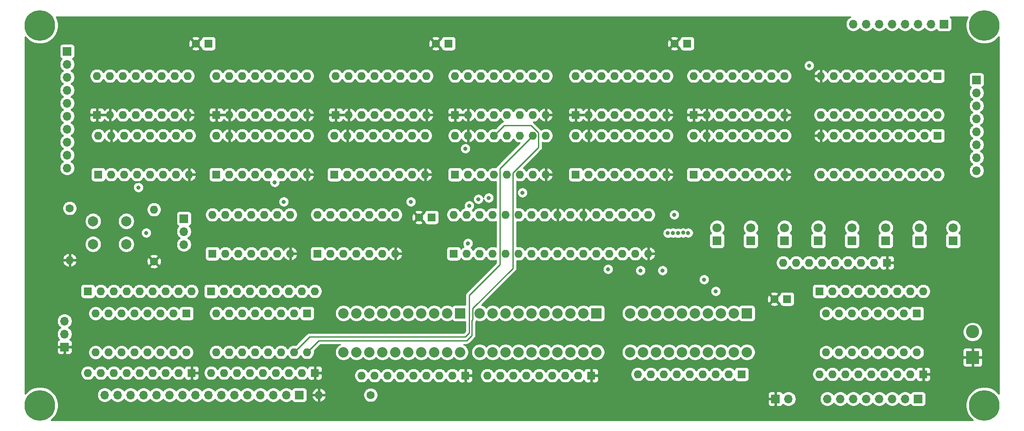
<source format=gbr>
%TF.GenerationSoftware,KiCad,Pcbnew,(5.1.9-0-10_14)*%
%TF.CreationDate,2021-06-17T15:33:31-04:00*%
%TF.ProjectId,ram-combined,72616d2d-636f-46d6-9269-6e65642e6b69,rev?*%
%TF.SameCoordinates,Original*%
%TF.FileFunction,Copper,L4,Bot*%
%TF.FilePolarity,Positive*%
%FSLAX46Y46*%
G04 Gerber Fmt 4.6, Leading zero omitted, Abs format (unit mm)*
G04 Created by KiCad (PCBNEW (5.1.9-0-10_14)) date 2021-06-17 15:33:31*
%MOMM*%
%LPD*%
G01*
G04 APERTURE LIST*
%TA.AperFunction,ComponentPad*%
%ADD10O,1.700000X1.700000*%
%TD*%
%TA.AperFunction,ComponentPad*%
%ADD11R,1.700000X1.700000*%
%TD*%
%TA.AperFunction,ComponentPad*%
%ADD12C,6.000000*%
%TD*%
%TA.AperFunction,ComponentPad*%
%ADD13C,0.800000*%
%TD*%
%TA.AperFunction,ComponentPad*%
%ADD14C,1.800000*%
%TD*%
%TA.AperFunction,ComponentPad*%
%ADD15R,1.800000X1.800000*%
%TD*%
%TA.AperFunction,ComponentPad*%
%ADD16O,1.600000X1.600000*%
%TD*%
%TA.AperFunction,ComponentPad*%
%ADD17R,1.600000X1.600000*%
%TD*%
%TA.AperFunction,ComponentPad*%
%ADD18C,2.032000*%
%TD*%
%TA.AperFunction,ComponentPad*%
%ADD19R,2.032000X2.032000*%
%TD*%
%TA.AperFunction,ComponentPad*%
%ADD20C,2.000000*%
%TD*%
%TA.AperFunction,ComponentPad*%
%ADD21C,1.600000*%
%TD*%
%TA.AperFunction,ComponentPad*%
%ADD22C,2.600000*%
%TD*%
%TA.AperFunction,ComponentPad*%
%ADD23R,2.600000X2.600000*%
%TD*%
%TA.AperFunction,ViaPad*%
%ADD24C,0.800000*%
%TD*%
%TA.AperFunction,Conductor*%
%ADD25C,0.250000*%
%TD*%
%TA.AperFunction,Conductor*%
%ADD26C,0.254000*%
%TD*%
%TA.AperFunction,Conductor*%
%ADD27C,0.100000*%
%TD*%
G04 APERTURE END LIST*
D10*
%TO.P,J8,8*%
%TO.N,BUS_00*%
X227330000Y-34290000D03*
%TO.P,J8,7*%
%TO.N,BUS_01*%
X229870000Y-34290000D03*
%TO.P,J8,6*%
%TO.N,BUS_02*%
X232410000Y-34290000D03*
%TO.P,J8,5*%
%TO.N,BUS_03*%
X234950000Y-34290000D03*
%TO.P,J8,4*%
%TO.N,BUS_04*%
X237490000Y-34290000D03*
%TO.P,J8,3*%
%TO.N,BUS_05*%
X240030000Y-34290000D03*
%TO.P,J8,2*%
%TO.N,BUS_06*%
X242570000Y-34290000D03*
D11*
%TO.P,J8,1*%
%TO.N,BUS_07*%
X245110000Y-34290000D03*
%TD*%
D12*
%TO.P,REF\u002A\u002A,1*%
%TO.N,N/C*%
X68072000Y-108966000D03*
D13*
X70322000Y-108966000D03*
X69662990Y-110556990D03*
X68072000Y-111216000D03*
X66481010Y-110556990D03*
X65822000Y-108966000D03*
X66481010Y-107375010D03*
X68072000Y-106716000D03*
X69662990Y-107375010D03*
%TD*%
%TO.P,REF\u002A\u002A,1*%
%TO.N,N/C*%
X254574990Y-107375010D03*
X252984000Y-106716000D03*
X251393010Y-107375010D03*
X250734000Y-108966000D03*
X251393010Y-110556990D03*
X252984000Y-111216000D03*
X254574990Y-110556990D03*
X255234000Y-108966000D03*
D12*
X252984000Y-108966000D03*
%TD*%
%TO.P,REF\u002A\u002A,1*%
%TO.N,N/C*%
X252984000Y-34544000D03*
D13*
X255234000Y-34544000D03*
X254574990Y-36134990D03*
X252984000Y-36794000D03*
X251393010Y-36134990D03*
X250734000Y-34544000D03*
X251393010Y-32953010D03*
X252984000Y-32294000D03*
X254574990Y-32953010D03*
%TD*%
%TO.P,REF\u002A\u002A,1*%
%TO.N,N/C*%
X69662990Y-32953010D03*
X68072000Y-32294000D03*
X66481010Y-32953010D03*
X65822000Y-34544000D03*
X66481010Y-36134990D03*
X68072000Y-36794000D03*
X69662990Y-36134990D03*
X70322000Y-34544000D03*
D12*
X68072000Y-34544000D03*
%TD*%
D10*
%TO.P,J3,10*%
%TO.N,WRITE_ENABLE*%
X73406000Y-62484000D03*
%TO.P,J3,9*%
X73406000Y-59944000D03*
%TO.P,J3,8*%
%TO.N,PROGRAM_MODE*%
X73406000Y-57404000D03*
%TO.P,J3,7*%
X73406000Y-54864000D03*
%TO.P,J3,6*%
%TO.N,OUTPUT_ENABLE*%
X73406000Y-52324000D03*
%TO.P,J3,5*%
%TO.N,RESET*%
X73406000Y-49784000D03*
%TO.P,J3,4*%
%TO.N,MDR_IN*%
X73406000Y-47244000D03*
%TO.P,J3,3*%
%TO.N,MAR1_IN*%
X73406000Y-44704000D03*
%TO.P,J3,2*%
%TO.N,MAR2_IN*%
X73406000Y-42164000D03*
D11*
%TO.P,J3,1*%
%TO.N,CLOCK*%
X73406000Y-39624000D03*
%TD*%
D10*
%TO.P,J7,3*%
%TO.N,VCC*%
X72898000Y-92456000D03*
%TO.P,J7,2*%
%TO.N,A16*%
X72898000Y-94996000D03*
D11*
%TO.P,J7,1*%
%TO.N,GND*%
X72898000Y-97536000D03*
%TD*%
D10*
%TO.P,SW1,3*%
%TO.N,Net-(R3-Pad2)*%
X96266000Y-77470000D03*
%TO.P,SW1,2*%
%TO.N,PROGRAM_MODE*%
X96266000Y-74930000D03*
D11*
%TO.P,SW1,1*%
%TO.N,VCC*%
X96266000Y-72390000D03*
%TD*%
D14*
%TO.P,D1,2*%
%TO.N,/IO7*%
X200660000Y-74168000D03*
D15*
%TO.P,D1,1*%
%TO.N,Net-(D1-Pad1)*%
X200660000Y-76708000D03*
%TD*%
D16*
%TO.P,RN10,9*%
%TO.N,Net-(BAR3-Pad13)*%
X185166000Y-102870000D03*
%TO.P,RN10,8*%
%TO.N,Net-(BAR3-Pad14)*%
X187706000Y-102870000D03*
%TO.P,RN10,7*%
%TO.N,Net-(BAR3-Pad15)*%
X190246000Y-102870000D03*
%TO.P,RN10,6*%
%TO.N,Net-(BAR3-Pad16)*%
X192786000Y-102870000D03*
%TO.P,RN10,5*%
%TO.N,Net-(BAR3-Pad17)*%
X195326000Y-102870000D03*
%TO.P,RN10,4*%
%TO.N,Net-(BAR3-Pad18)*%
X197866000Y-102870000D03*
%TO.P,RN10,3*%
%TO.N,Net-(BAR3-Pad19)*%
X200406000Y-102870000D03*
%TO.P,RN10,2*%
%TO.N,Net-(BAR3-Pad20)*%
X202946000Y-102870000D03*
D17*
%TO.P,RN10,1*%
%TO.N,Net-(RN10-Pad1)*%
X205486000Y-102870000D03*
%TD*%
D18*
%TO.P,BAR3,20*%
%TO.N,Net-(BAR3-Pad20)*%
X206502000Y-98552000D03*
%TO.P,BAR3,19*%
%TO.N,Net-(BAR3-Pad19)*%
X203962000Y-98552000D03*
%TO.P,BAR3,18*%
%TO.N,Net-(BAR3-Pad18)*%
X201422000Y-98552000D03*
%TO.P,BAR3,17*%
%TO.N,Net-(BAR3-Pad17)*%
X198882000Y-98552000D03*
%TO.P,BAR3,9*%
%TO.N,Net-(BAR3-Pad9)*%
X186182000Y-90932000D03*
%TO.P,BAR3,10*%
%TO.N,Net-(BAR3-Pad10)*%
X183642000Y-90932000D03*
%TO.P,BAR3,11*%
%TO.N,Net-(BAR3-Pad11)*%
X183642000Y-98552000D03*
%TO.P,BAR3,12*%
%TO.N,Net-(BAR3-Pad12)*%
X186182000Y-98552000D03*
%TO.P,BAR3,8*%
%TO.N,/MANUAL_DATA_07*%
X188722000Y-90932000D03*
%TO.P,BAR3,7*%
%TO.N,/MANUAL_DATA_06*%
X191262000Y-90932000D03*
%TO.P,BAR3,6*%
%TO.N,/MANUAL_DATA_05*%
X193802000Y-90932000D03*
%TO.P,BAR3,5*%
%TO.N,/MANUAL_DATA_04*%
X196342000Y-90932000D03*
%TO.P,BAR3,16*%
%TO.N,Net-(BAR3-Pad16)*%
X196342000Y-98552000D03*
%TO.P,BAR3,15*%
%TO.N,Net-(BAR3-Pad15)*%
X193802000Y-98552000D03*
%TO.P,BAR3,14*%
%TO.N,Net-(BAR3-Pad14)*%
X191262000Y-98552000D03*
%TO.P,BAR3,13*%
%TO.N,Net-(BAR3-Pad13)*%
X188722000Y-98552000D03*
%TO.P,BAR3,4*%
%TO.N,/MANUAL_DATA_03*%
X198882000Y-90932000D03*
%TO.P,BAR3,3*%
%TO.N,/MANUAL_DATA_02*%
X201422000Y-90932000D03*
%TO.P,BAR3,2*%
%TO.N,/MANUAL_DATA_01*%
X203962000Y-90932000D03*
D19*
%TO.P,BAR3,1*%
%TO.N,/MANUAL_DATA_00*%
X206502000Y-90932000D03*
%TD*%
D16*
%TO.P,U13,20*%
%TO.N,VCC*%
X243840000Y-52070000D03*
%TO.P,U13,10*%
%TO.N,GND*%
X220980000Y-44450000D03*
%TO.P,U13,19*%
%TO.N,OUTPUT_ENABLE*%
X241300000Y-52070000D03*
%TO.P,U13,9*%
%TO.N,/IO7*%
X223520000Y-44450000D03*
%TO.P,U13,18*%
%TO.N,BUS_00*%
X238760000Y-52070000D03*
%TO.P,U13,8*%
%TO.N,/IO6*%
X226060000Y-44450000D03*
%TO.P,U13,17*%
%TO.N,BUS_01*%
X236220000Y-52070000D03*
%TO.P,U13,7*%
%TO.N,/IO5*%
X228600000Y-44450000D03*
%TO.P,U13,16*%
%TO.N,BUS_02*%
X233680000Y-52070000D03*
%TO.P,U13,6*%
%TO.N,/IO4*%
X231140000Y-44450000D03*
%TO.P,U13,15*%
%TO.N,BUS_03*%
X231140000Y-52070000D03*
%TO.P,U13,5*%
%TO.N,/IO3*%
X233680000Y-44450000D03*
%TO.P,U13,14*%
%TO.N,BUS_04*%
X228600000Y-52070000D03*
%TO.P,U13,4*%
%TO.N,/IO2*%
X236220000Y-44450000D03*
%TO.P,U13,13*%
%TO.N,BUS_05*%
X226060000Y-52070000D03*
%TO.P,U13,3*%
%TO.N,/IO1*%
X238760000Y-44450000D03*
%TO.P,U13,12*%
%TO.N,BUS_06*%
X223520000Y-52070000D03*
%TO.P,U13,2*%
%TO.N,/IO0*%
X241300000Y-44450000D03*
%TO.P,U13,11*%
%TO.N,BUS_07*%
X220980000Y-52070000D03*
D17*
%TO.P,U13,1*%
%TO.N,VCC*%
X243840000Y-44450000D03*
%TD*%
D16*
%TO.P,U11,20*%
%TO.N,VCC*%
X243840000Y-63754000D03*
%TO.P,U11,10*%
%TO.N,GND*%
X220980000Y-56134000D03*
%TO.P,U11,19*%
%TO.N,Net-(U1-Pad3)*%
X241300000Y-63754000D03*
%TO.P,U11,9*%
%TO.N,D7*%
X223520000Y-56134000D03*
%TO.P,U11,18*%
%TO.N,/IO0*%
X238760000Y-63754000D03*
%TO.P,U11,8*%
%TO.N,D6*%
X226060000Y-56134000D03*
%TO.P,U11,17*%
%TO.N,/IO1*%
X236220000Y-63754000D03*
%TO.P,U11,7*%
%TO.N,D5*%
X228600000Y-56134000D03*
%TO.P,U11,16*%
%TO.N,/IO2*%
X233680000Y-63754000D03*
%TO.P,U11,6*%
%TO.N,D4*%
X231140000Y-56134000D03*
%TO.P,U11,15*%
%TO.N,/IO3*%
X231140000Y-63754000D03*
%TO.P,U11,5*%
%TO.N,D3*%
X233680000Y-56134000D03*
%TO.P,U11,14*%
%TO.N,/IO4*%
X228600000Y-63754000D03*
%TO.P,U11,4*%
%TO.N,D2*%
X236220000Y-56134000D03*
%TO.P,U11,13*%
%TO.N,/IO5*%
X226060000Y-63754000D03*
%TO.P,U11,3*%
%TO.N,D1*%
X238760000Y-56134000D03*
%TO.P,U11,12*%
%TO.N,/IO6*%
X223520000Y-63754000D03*
%TO.P,U11,2*%
%TO.N,D0*%
X241300000Y-56134000D03*
%TO.P,U11,11*%
%TO.N,/IO7*%
X220980000Y-63754000D03*
D17*
%TO.P,U11,1*%
%TO.N,VCC*%
X243840000Y-56134000D03*
%TD*%
%TO.P,U2,1*%
%TO.N,PROGRAM_MODE*%
X101854000Y-79248000D03*
D16*
%TO.P,U2,8*%
%TO.N,N/C*%
X117094000Y-71628000D03*
%TO.P,U2,2*%
%TO.N,CLOCK*%
X104394000Y-79248000D03*
%TO.P,U2,9*%
%TO.N,N/C*%
X114554000Y-71628000D03*
%TO.P,U2,3*%
%TO.N,Net-(U1-Pad1)*%
X106934000Y-79248000D03*
%TO.P,U2,10*%
%TO.N,N/C*%
X112014000Y-71628000D03*
%TO.P,U2,4*%
X109474000Y-79248000D03*
%TO.P,U2,11*%
X109474000Y-71628000D03*
%TO.P,U2,5*%
X112014000Y-79248000D03*
%TO.P,U2,12*%
X106934000Y-71628000D03*
%TO.P,U2,6*%
X114554000Y-79248000D03*
%TO.P,U2,13*%
X104394000Y-71628000D03*
%TO.P,U2,7*%
%TO.N,GND*%
X117094000Y-79248000D03*
%TO.P,U2,14*%
%TO.N,VCC*%
X101854000Y-71628000D03*
%TD*%
D17*
%TO.P,U1,1*%
%TO.N,Net-(U1-Pad1)*%
X122428000Y-79248000D03*
D16*
%TO.P,U1,8*%
%TO.N,N/C*%
X137668000Y-71628000D03*
%TO.P,U1,2*%
%TO.N,WRITE_ENABLE*%
X124968000Y-79248000D03*
%TO.P,U1,9*%
%TO.N,N/C*%
X135128000Y-71628000D03*
%TO.P,U1,3*%
%TO.N,Net-(U1-Pad3)*%
X127508000Y-79248000D03*
%TO.P,U1,10*%
%TO.N,N/C*%
X132588000Y-71628000D03*
%TO.P,U1,4*%
X130048000Y-79248000D03*
%TO.P,U1,11*%
X130048000Y-71628000D03*
%TO.P,U1,5*%
X132588000Y-79248000D03*
%TO.P,U1,12*%
X127508000Y-71628000D03*
%TO.P,U1,6*%
X135128000Y-79248000D03*
%TO.P,U1,13*%
X124968000Y-71628000D03*
%TO.P,U1,7*%
%TO.N,GND*%
X137668000Y-79248000D03*
%TO.P,U1,14*%
%TO.N,VCC*%
X122428000Y-71628000D03*
%TD*%
%TO.P,U17,16*%
%TO.N,VCC*%
X196088000Y-56134000D03*
%TO.P,U17,8*%
%TO.N,GND*%
X213868000Y-63754000D03*
%TO.P,U17,15*%
X198628000Y-56134000D03*
%TO.P,U17,7*%
%TO.N,D1*%
X211328000Y-63754000D03*
%TO.P,U17,14*%
%TO.N,Net-(U16-Pad6)*%
X201168000Y-56134000D03*
%TO.P,U17,6*%
%TO.N,/MANUAL_DATA_03*%
X208788000Y-63754000D03*
%TO.P,U17,13*%
%TO.N,/MANUAL_DATA_01*%
X203708000Y-56134000D03*
%TO.P,U17,5*%
%TO.N,Net-(U16-Pad4)*%
X206248000Y-63754000D03*
%TO.P,U17,12*%
%TO.N,D3*%
X206248000Y-56134000D03*
%TO.P,U17,4*%
%TO.N,D0*%
X203708000Y-63754000D03*
%TO.P,U17,11*%
%TO.N,Net-(U16-Pad5)*%
X208788000Y-56134000D03*
%TO.P,U17,3*%
%TO.N,/MANUAL_DATA_00*%
X201168000Y-63754000D03*
%TO.P,U17,10*%
%TO.N,/MANUAL_DATA_02*%
X211328000Y-56134000D03*
%TO.P,U17,2*%
%TO.N,Net-(U16-Pad3)*%
X198628000Y-63754000D03*
%TO.P,U17,9*%
%TO.N,D2*%
X213868000Y-56134000D03*
D17*
%TO.P,U17,1*%
%TO.N,PROGRAM_MODE*%
X196088000Y-63754000D03*
%TD*%
D16*
%TO.P,U16,16*%
%TO.N,VCC*%
X196088000Y-44450000D03*
%TO.P,U16,8*%
%TO.N,GND*%
X213868000Y-52070000D03*
%TO.P,U16,15*%
%TO.N,RESET*%
X198628000Y-44450000D03*
%TO.P,U16,7*%
%TO.N,CLOCK*%
X211328000Y-52070000D03*
%TO.P,U16,14*%
%TO.N,BUS_00*%
X201168000Y-44450000D03*
%TO.P,U16,6*%
%TO.N,Net-(U16-Pad6)*%
X208788000Y-52070000D03*
%TO.P,U16,13*%
%TO.N,BUS_01*%
X203708000Y-44450000D03*
%TO.P,U16,5*%
%TO.N,Net-(U16-Pad5)*%
X206248000Y-52070000D03*
%TO.P,U16,12*%
%TO.N,BUS_02*%
X206248000Y-44450000D03*
%TO.P,U16,4*%
%TO.N,Net-(U16-Pad4)*%
X203708000Y-52070000D03*
%TO.P,U16,11*%
%TO.N,BUS_03*%
X208788000Y-44450000D03*
%TO.P,U16,3*%
%TO.N,Net-(U16-Pad3)*%
X201168000Y-52070000D03*
%TO.P,U16,10*%
%TO.N,MDR_IN*%
X211328000Y-44450000D03*
%TO.P,U16,2*%
%TO.N,GND*%
X198628000Y-52070000D03*
%TO.P,U16,9*%
%TO.N,MDR_IN*%
X213868000Y-44450000D03*
D17*
%TO.P,U16,1*%
%TO.N,GND*%
X196088000Y-52070000D03*
%TD*%
D16*
%TO.P,U15,16*%
%TO.N,VCC*%
X172974000Y-56134000D03*
%TO.P,U15,8*%
%TO.N,GND*%
X190754000Y-63754000D03*
%TO.P,U15,15*%
X175514000Y-56134000D03*
%TO.P,U15,7*%
%TO.N,D5*%
X188214000Y-63754000D03*
%TO.P,U15,14*%
%TO.N,Net-(U14-Pad6)*%
X178054000Y-56134000D03*
%TO.P,U15,6*%
%TO.N,/MANUAL_DATA_05*%
X185674000Y-63754000D03*
%TO.P,U15,13*%
%TO.N,/MANUAL_DATA_07*%
X180594000Y-56134000D03*
%TO.P,U15,5*%
%TO.N,Net-(U14-Pad4)*%
X183134000Y-63754000D03*
%TO.P,U15,12*%
%TO.N,D7*%
X183134000Y-56134000D03*
%TO.P,U15,4*%
%TO.N,D4*%
X180594000Y-63754000D03*
%TO.P,U15,11*%
%TO.N,Net-(U14-Pad5)*%
X185674000Y-56134000D03*
%TO.P,U15,3*%
%TO.N,/MANUAL_DATA_04*%
X178054000Y-63754000D03*
%TO.P,U15,10*%
%TO.N,/MANUAL_DATA_06*%
X188214000Y-56134000D03*
%TO.P,U15,2*%
%TO.N,Net-(U14-Pad3)*%
X175514000Y-63754000D03*
%TO.P,U15,9*%
%TO.N,D6*%
X190754000Y-56134000D03*
D17*
%TO.P,U15,1*%
%TO.N,PROGRAM_MODE*%
X172974000Y-63754000D03*
%TD*%
D16*
%TO.P,U14,16*%
%TO.N,VCC*%
X172974000Y-44450000D03*
%TO.P,U14,8*%
%TO.N,GND*%
X190754000Y-52070000D03*
%TO.P,U14,15*%
%TO.N,RESET*%
X175514000Y-44450000D03*
%TO.P,U14,7*%
%TO.N,CLOCK*%
X188214000Y-52070000D03*
%TO.P,U14,14*%
%TO.N,BUS_04*%
X178054000Y-44450000D03*
%TO.P,U14,6*%
%TO.N,Net-(U14-Pad6)*%
X185674000Y-52070000D03*
%TO.P,U14,13*%
%TO.N,BUS_05*%
X180594000Y-44450000D03*
%TO.P,U14,5*%
%TO.N,Net-(U14-Pad5)*%
X183134000Y-52070000D03*
%TO.P,U14,12*%
%TO.N,BUS_06*%
X183134000Y-44450000D03*
%TO.P,U14,4*%
%TO.N,Net-(U14-Pad4)*%
X180594000Y-52070000D03*
%TO.P,U14,11*%
%TO.N,BUS_07*%
X185674000Y-44450000D03*
%TO.P,U14,3*%
%TO.N,Net-(U14-Pad3)*%
X178054000Y-52070000D03*
%TO.P,U14,10*%
%TO.N,MDR_IN*%
X188214000Y-44450000D03*
%TO.P,U14,2*%
%TO.N,GND*%
X175514000Y-52070000D03*
%TO.P,U14,9*%
%TO.N,MDR_IN*%
X190754000Y-44450000D03*
D17*
%TO.P,U14,1*%
%TO.N,GND*%
X172974000Y-52070000D03*
%TD*%
D16*
%TO.P,U12,16*%
%TO.N,VCC*%
X149352000Y-44450000D03*
%TO.P,U12,8*%
%TO.N,GND*%
X167132000Y-52070000D03*
%TO.P,U12,15*%
%TO.N,RESET*%
X151892000Y-44450000D03*
%TO.P,U12,7*%
%TO.N,CLOCK*%
X164592000Y-52070000D03*
%TO.P,U12,14*%
%TO.N,BUS_00*%
X154432000Y-44450000D03*
%TO.P,U12,6*%
%TO.N,/MAR_03*%
X162052000Y-52070000D03*
%TO.P,U12,13*%
%TO.N,BUS_01*%
X156972000Y-44450000D03*
%TO.P,U12,5*%
%TO.N,/MAR_02*%
X159512000Y-52070000D03*
%TO.P,U12,12*%
%TO.N,BUS_02*%
X159512000Y-44450000D03*
%TO.P,U12,4*%
%TO.N,/MAR_01*%
X156972000Y-52070000D03*
%TO.P,U12,11*%
%TO.N,BUS_03*%
X162052000Y-44450000D03*
%TO.P,U12,3*%
%TO.N,/MAR_00*%
X154432000Y-52070000D03*
%TO.P,U12,10*%
%TO.N,MAR1_IN*%
X164592000Y-44450000D03*
%TO.P,U12,2*%
%TO.N,GND*%
X151892000Y-52070000D03*
%TO.P,U12,9*%
%TO.N,MAR1_IN*%
X167132000Y-44450000D03*
D17*
%TO.P,U12,1*%
%TO.N,GND*%
X149352000Y-52070000D03*
%TD*%
D16*
%TO.P,U10,16*%
%TO.N,VCC*%
X125984000Y-44450000D03*
%TO.P,U10,8*%
%TO.N,GND*%
X143764000Y-52070000D03*
%TO.P,U10,15*%
%TO.N,RESET*%
X128524000Y-44450000D03*
%TO.P,U10,7*%
%TO.N,CLOCK*%
X141224000Y-52070000D03*
%TO.P,U10,14*%
%TO.N,BUS_04*%
X131064000Y-44450000D03*
%TO.P,U10,6*%
%TO.N,/MAR_07*%
X138684000Y-52070000D03*
%TO.P,U10,13*%
%TO.N,BUS_05*%
X133604000Y-44450000D03*
%TO.P,U10,5*%
%TO.N,/MAR_06*%
X136144000Y-52070000D03*
%TO.P,U10,12*%
%TO.N,BUS_06*%
X136144000Y-44450000D03*
%TO.P,U10,4*%
%TO.N,/MAR_05*%
X133604000Y-52070000D03*
%TO.P,U10,11*%
%TO.N,BUS_07*%
X138684000Y-44450000D03*
%TO.P,U10,3*%
%TO.N,/MAR_04*%
X131064000Y-52070000D03*
%TO.P,U10,10*%
%TO.N,MAR1_IN*%
X141224000Y-44450000D03*
%TO.P,U10,2*%
%TO.N,GND*%
X128524000Y-52070000D03*
%TO.P,U10,9*%
%TO.N,MAR1_IN*%
X143764000Y-44450000D03*
D17*
%TO.P,U10,1*%
%TO.N,GND*%
X125984000Y-52070000D03*
%TD*%
D16*
%TO.P,U9,32*%
%TO.N,VCC*%
X149098000Y-71628000D03*
%TO.P,U9,16*%
%TO.N,GND*%
X187198000Y-79248000D03*
%TO.P,U9,31*%
%TO.N,/A15*%
X151638000Y-71628000D03*
%TO.P,U9,15*%
%TO.N,/IO2*%
X184658000Y-79248000D03*
%TO.P,U9,30*%
%TO.N,VCC*%
X154178000Y-71628000D03*
%TO.P,U9,14*%
%TO.N,/IO1*%
X182118000Y-79248000D03*
%TO.P,U9,29*%
%TO.N,Net-(U1-Pad3)*%
X156718000Y-71628000D03*
%TO.P,U9,13*%
%TO.N,/IO0*%
X179578000Y-79248000D03*
%TO.P,U9,28*%
%TO.N,/A13*%
X159258000Y-71628000D03*
%TO.P,U9,12*%
%TO.N,/A0*%
X177038000Y-79248000D03*
%TO.P,U9,27*%
%TO.N,/A8*%
X161798000Y-71628000D03*
%TO.P,U9,11*%
%TO.N,/A1*%
X174498000Y-79248000D03*
%TO.P,U9,26*%
%TO.N,/A9*%
X164338000Y-71628000D03*
%TO.P,U9,10*%
%TO.N,/A2*%
X171958000Y-79248000D03*
%TO.P,U9,25*%
%TO.N,/A11*%
X166878000Y-71628000D03*
%TO.P,U9,9*%
%TO.N,/A3*%
X169418000Y-79248000D03*
%TO.P,U9,24*%
%TO.N,GND*%
X169418000Y-71628000D03*
%TO.P,U9,8*%
%TO.N,/A4*%
X166878000Y-79248000D03*
%TO.P,U9,23*%
%TO.N,/A10*%
X171958000Y-71628000D03*
%TO.P,U9,7*%
%TO.N,/A5*%
X164338000Y-79248000D03*
%TO.P,U9,22*%
%TO.N,GND*%
X174498000Y-71628000D03*
%TO.P,U9,6*%
%TO.N,/A6*%
X161798000Y-79248000D03*
%TO.P,U9,21*%
%TO.N,/IO7*%
X177038000Y-71628000D03*
%TO.P,U9,5*%
%TO.N,/A7*%
X159258000Y-79248000D03*
%TO.P,U9,20*%
%TO.N,/IO6*%
X179578000Y-71628000D03*
%TO.P,U9,4*%
%TO.N,/A12*%
X156718000Y-79248000D03*
%TO.P,U9,19*%
%TO.N,/IO5*%
X182118000Y-71628000D03*
%TO.P,U9,3*%
%TO.N,/A14*%
X154178000Y-79248000D03*
%TO.P,U9,18*%
%TO.N,/IO4*%
X184658000Y-71628000D03*
%TO.P,U9,2*%
%TO.N,A16*%
X151638000Y-79248000D03*
%TO.P,U9,17*%
%TO.N,/IO3*%
X187198000Y-71628000D03*
D17*
%TO.P,U9,1*%
%TO.N,Net-(U9-Pad1)*%
X149098000Y-79248000D03*
%TD*%
D16*
%TO.P,U8,16*%
%TO.N,VCC*%
X102616000Y-44450000D03*
%TO.P,U8,8*%
%TO.N,GND*%
X120396000Y-52070000D03*
%TO.P,U8,15*%
%TO.N,RESET*%
X105156000Y-44450000D03*
%TO.P,U8,7*%
%TO.N,CLOCK*%
X117856000Y-52070000D03*
%TO.P,U8,14*%
%TO.N,BUS_00*%
X107696000Y-44450000D03*
%TO.P,U8,6*%
%TO.N,/MAR_11*%
X115316000Y-52070000D03*
%TO.P,U8,13*%
%TO.N,BUS_01*%
X110236000Y-44450000D03*
%TO.P,U8,5*%
%TO.N,/MAR_10*%
X112776000Y-52070000D03*
%TO.P,U8,12*%
%TO.N,BUS_02*%
X112776000Y-44450000D03*
%TO.P,U8,4*%
%TO.N,/MAR_09*%
X110236000Y-52070000D03*
%TO.P,U8,11*%
%TO.N,BUS_03*%
X115316000Y-44450000D03*
%TO.P,U8,3*%
%TO.N,/MAR_08*%
X107696000Y-52070000D03*
%TO.P,U8,10*%
%TO.N,MAR2_IN*%
X117856000Y-44450000D03*
%TO.P,U8,2*%
%TO.N,GND*%
X105156000Y-52070000D03*
%TO.P,U8,9*%
%TO.N,MAR2_IN*%
X120396000Y-44450000D03*
D17*
%TO.P,U8,1*%
%TO.N,GND*%
X102616000Y-52070000D03*
%TD*%
D16*
%TO.P,U7,16*%
%TO.N,VCC*%
X125730000Y-56134000D03*
%TO.P,U7,8*%
%TO.N,GND*%
X143510000Y-63754000D03*
%TO.P,U7,15*%
X128270000Y-56134000D03*
%TO.P,U7,7*%
%TO.N,/A6*%
X140970000Y-63754000D03*
%TO.P,U7,14*%
%TO.N,/MAR_04*%
X130810000Y-56134000D03*
%TO.P,U7,6*%
%TO.N,/MANUAL_MEM_ADR_06*%
X138430000Y-63754000D03*
%TO.P,U7,13*%
%TO.N,/MANUAL_MEM_ADR_04*%
X133350000Y-56134000D03*
%TO.P,U7,5*%
%TO.N,/MAR_06*%
X135890000Y-63754000D03*
%TO.P,U7,12*%
%TO.N,/A4*%
X135890000Y-56134000D03*
%TO.P,U7,4*%
%TO.N,/A7*%
X133350000Y-63754000D03*
%TO.P,U7,11*%
%TO.N,/MAR_05*%
X138430000Y-56134000D03*
%TO.P,U7,3*%
%TO.N,/MANUAL_MEM_ADR_07*%
X130810000Y-63754000D03*
%TO.P,U7,10*%
%TO.N,/MANUAL_MEM_ADR_05*%
X140970000Y-56134000D03*
%TO.P,U7,2*%
%TO.N,/MAR_07*%
X128270000Y-63754000D03*
%TO.P,U7,9*%
%TO.N,/A5*%
X143510000Y-56134000D03*
D17*
%TO.P,U7,1*%
%TO.N,PROGRAM_MODE*%
X125730000Y-63754000D03*
%TD*%
D16*
%TO.P,U6,16*%
%TO.N,VCC*%
X102616000Y-56134000D03*
%TO.P,U6,8*%
%TO.N,GND*%
X120396000Y-63754000D03*
%TO.P,U6,15*%
X105156000Y-56134000D03*
%TO.P,U6,7*%
%TO.N,/A10*%
X117856000Y-63754000D03*
%TO.P,U6,14*%
%TO.N,/MAR_08*%
X107696000Y-56134000D03*
%TO.P,U6,6*%
%TO.N,/MANUAL_MEM_ADR_10*%
X115316000Y-63754000D03*
%TO.P,U6,13*%
%TO.N,/MANUAL_MEM_ADR_08*%
X110236000Y-56134000D03*
%TO.P,U6,5*%
%TO.N,/MAR_10*%
X112776000Y-63754000D03*
%TO.P,U6,12*%
%TO.N,/A8*%
X112776000Y-56134000D03*
%TO.P,U6,4*%
%TO.N,/A11*%
X110236000Y-63754000D03*
%TO.P,U6,11*%
%TO.N,/MAR_09*%
X115316000Y-56134000D03*
%TO.P,U6,3*%
%TO.N,/MANUAL_MEM_ADR_11*%
X107696000Y-63754000D03*
%TO.P,U6,10*%
%TO.N,/MANUAL_MEM_ADR_09*%
X117856000Y-56134000D03*
%TO.P,U6,2*%
%TO.N,/MAR_11*%
X105156000Y-63754000D03*
%TO.P,U6,9*%
%TO.N,/A9*%
X120396000Y-56134000D03*
D17*
%TO.P,U6,1*%
%TO.N,PROGRAM_MODE*%
X102616000Y-63754000D03*
%TD*%
D16*
%TO.P,U5,16*%
%TO.N,VCC*%
X79248000Y-44450000D03*
%TO.P,U5,8*%
%TO.N,GND*%
X97028000Y-52070000D03*
%TO.P,U5,15*%
%TO.N,RESET*%
X81788000Y-44450000D03*
%TO.P,U5,7*%
%TO.N,CLOCK*%
X94488000Y-52070000D03*
%TO.P,U5,14*%
%TO.N,BUS_04*%
X84328000Y-44450000D03*
%TO.P,U5,6*%
%TO.N,/MAR_15*%
X91948000Y-52070000D03*
%TO.P,U5,13*%
%TO.N,BUS_05*%
X86868000Y-44450000D03*
%TO.P,U5,5*%
%TO.N,/MAR_14*%
X89408000Y-52070000D03*
%TO.P,U5,12*%
%TO.N,BUS_06*%
X89408000Y-44450000D03*
%TO.P,U5,4*%
%TO.N,/MAR_13*%
X86868000Y-52070000D03*
%TO.P,U5,11*%
%TO.N,BUS_07*%
X91948000Y-44450000D03*
%TO.P,U5,3*%
%TO.N,/MAR_12*%
X84328000Y-52070000D03*
%TO.P,U5,10*%
%TO.N,MAR2_IN*%
X94488000Y-44450000D03*
%TO.P,U5,2*%
%TO.N,GND*%
X81788000Y-52070000D03*
%TO.P,U5,9*%
%TO.N,MAR2_IN*%
X97028000Y-44450000D03*
D17*
%TO.P,U5,1*%
%TO.N,GND*%
X79248000Y-52070000D03*
%TD*%
D16*
%TO.P,U4,16*%
%TO.N,VCC*%
X149352000Y-56134000D03*
%TO.P,U4,8*%
%TO.N,GND*%
X167132000Y-63754000D03*
%TO.P,U4,15*%
X151892000Y-56134000D03*
%TO.P,U4,7*%
%TO.N,/A2*%
X164592000Y-63754000D03*
%TO.P,U4,14*%
%TO.N,/MAR_00*%
X154432000Y-56134000D03*
%TO.P,U4,6*%
%TO.N,/MANUAL_MEM_ADR_02*%
X162052000Y-63754000D03*
%TO.P,U4,13*%
%TO.N,/MANUAL_MEM_ADR_00*%
X156972000Y-56134000D03*
%TO.P,U4,5*%
%TO.N,/MAR_02*%
X159512000Y-63754000D03*
%TO.P,U4,12*%
%TO.N,/A0*%
X159512000Y-56134000D03*
%TO.P,U4,4*%
%TO.N,/A3*%
X156972000Y-63754000D03*
%TO.P,U4,11*%
%TO.N,/MAR_01*%
X162052000Y-56134000D03*
%TO.P,U4,3*%
%TO.N,/MANUAL_MEM_ADR_03*%
X154432000Y-63754000D03*
%TO.P,U4,10*%
%TO.N,/MANUAL_MEM_ADR_01*%
X164592000Y-56134000D03*
%TO.P,U4,2*%
%TO.N,/MAR_03*%
X151892000Y-63754000D03*
%TO.P,U4,9*%
%TO.N,/A1*%
X167132000Y-56134000D03*
D17*
%TO.P,U4,1*%
%TO.N,PROGRAM_MODE*%
X149352000Y-63754000D03*
%TD*%
D16*
%TO.P,U3,16*%
%TO.N,VCC*%
X79502000Y-56134000D03*
%TO.P,U3,8*%
%TO.N,GND*%
X97282000Y-63754000D03*
%TO.P,U3,15*%
X82042000Y-56134000D03*
%TO.P,U3,7*%
%TO.N,/A14*%
X94742000Y-63754000D03*
%TO.P,U3,14*%
%TO.N,/MAR_12*%
X84582000Y-56134000D03*
%TO.P,U3,6*%
%TO.N,/MANUAL_MEM_ADR_14*%
X92202000Y-63754000D03*
%TO.P,U3,13*%
%TO.N,/MANUAL_MEM_ADR_12*%
X87122000Y-56134000D03*
%TO.P,U3,5*%
%TO.N,/MAR_14*%
X89662000Y-63754000D03*
%TO.P,U3,12*%
%TO.N,/A12*%
X89662000Y-56134000D03*
%TO.P,U3,4*%
%TO.N,/A15*%
X87122000Y-63754000D03*
%TO.P,U3,11*%
%TO.N,/MAR_13*%
X92202000Y-56134000D03*
%TO.P,U3,3*%
%TO.N,/MANUAL_MEM_ADR_15*%
X84582000Y-63754000D03*
%TO.P,U3,10*%
%TO.N,/MANUAL_MEM_ADR_13*%
X94742000Y-56134000D03*
%TO.P,U3,2*%
%TO.N,/MAR_15*%
X82042000Y-63754000D03*
%TO.P,U3,9*%
%TO.N,/A13*%
X97282000Y-56134000D03*
D17*
%TO.P,U3,1*%
%TO.N,PROGRAM_MODE*%
X79502000Y-63754000D03*
%TD*%
D16*
%TO.P,SW5,16*%
%TO.N,/MANUAL_DATA_00*%
X239810000Y-98580000D03*
%TO.P,SW5,8*%
%TO.N,Net-(RN9-Pad2)*%
X222030000Y-90960000D03*
%TO.P,SW5,15*%
%TO.N,/MANUAL_DATA_01*%
X237270000Y-98580000D03*
%TO.P,SW5,7*%
%TO.N,Net-(RN9-Pad3)*%
X224570000Y-90960000D03*
%TO.P,SW5,14*%
%TO.N,/MANUAL_DATA_02*%
X234730000Y-98580000D03*
%TO.P,SW5,6*%
%TO.N,Net-(RN9-Pad4)*%
X227110000Y-90960000D03*
%TO.P,SW5,13*%
%TO.N,/MANUAL_DATA_03*%
X232190000Y-98580000D03*
%TO.P,SW5,5*%
%TO.N,Net-(RN9-Pad5)*%
X229650000Y-90960000D03*
%TO.P,SW5,12*%
%TO.N,/MANUAL_DATA_04*%
X229650000Y-98580000D03*
%TO.P,SW5,4*%
%TO.N,Net-(RN9-Pad6)*%
X232190000Y-90960000D03*
%TO.P,SW5,11*%
%TO.N,/MANUAL_DATA_05*%
X227110000Y-98580000D03*
%TO.P,SW5,3*%
%TO.N,Net-(RN9-Pad7)*%
X234730000Y-90960000D03*
%TO.P,SW5,10*%
%TO.N,/MANUAL_DATA_06*%
X224570000Y-98580000D03*
%TO.P,SW5,2*%
%TO.N,Net-(RN9-Pad8)*%
X237270000Y-90960000D03*
%TO.P,SW5,9*%
%TO.N,/MANUAL_DATA_07*%
X222030000Y-98580000D03*
D17*
%TO.P,SW5,1*%
%TO.N,Net-(RN9-Pad9)*%
X239810000Y-90960000D03*
%TD*%
D16*
%TO.P,SW4,16*%
%TO.N,/MANUAL_MEM_ADR_00*%
X120396000Y-98552000D03*
%TO.P,SW4,8*%
%TO.N,Net-(RN7-Pad2)*%
X102616000Y-90932000D03*
%TO.P,SW4,15*%
%TO.N,/MANUAL_MEM_ADR_01*%
X117856000Y-98552000D03*
%TO.P,SW4,7*%
%TO.N,Net-(RN7-Pad3)*%
X105156000Y-90932000D03*
%TO.P,SW4,14*%
%TO.N,/MANUAL_MEM_ADR_02*%
X115316000Y-98552000D03*
%TO.P,SW4,6*%
%TO.N,Net-(RN7-Pad4)*%
X107696000Y-90932000D03*
%TO.P,SW4,13*%
%TO.N,/MANUAL_MEM_ADR_03*%
X112776000Y-98552000D03*
%TO.P,SW4,5*%
%TO.N,Net-(RN7-Pad5)*%
X110236000Y-90932000D03*
%TO.P,SW4,12*%
%TO.N,/MANUAL_MEM_ADR_04*%
X110236000Y-98552000D03*
%TO.P,SW4,4*%
%TO.N,Net-(RN7-Pad6)*%
X112776000Y-90932000D03*
%TO.P,SW4,11*%
%TO.N,/MANUAL_MEM_ADR_05*%
X107696000Y-98552000D03*
%TO.P,SW4,3*%
%TO.N,Net-(RN7-Pad7)*%
X115316000Y-90932000D03*
%TO.P,SW4,10*%
%TO.N,/MANUAL_MEM_ADR_06*%
X105156000Y-98552000D03*
%TO.P,SW4,2*%
%TO.N,Net-(RN7-Pad8)*%
X117856000Y-90932000D03*
%TO.P,SW4,9*%
%TO.N,/MANUAL_MEM_ADR_07*%
X102616000Y-98552000D03*
D17*
%TO.P,SW4,1*%
%TO.N,Net-(RN7-Pad9)*%
X120396000Y-90932000D03*
%TD*%
D16*
%TO.P,SW3,16*%
%TO.N,/MANUAL_MEM_ADR_08*%
X96774000Y-98590000D03*
%TO.P,SW3,8*%
%TO.N,Net-(RN5-Pad2)*%
X78994000Y-90970000D03*
%TO.P,SW3,15*%
%TO.N,/MANUAL_MEM_ADR_09*%
X94234000Y-98590000D03*
%TO.P,SW3,7*%
%TO.N,Net-(RN5-Pad3)*%
X81534000Y-90970000D03*
%TO.P,SW3,14*%
%TO.N,/MANUAL_MEM_ADR_10*%
X91694000Y-98590000D03*
%TO.P,SW3,6*%
%TO.N,Net-(RN5-Pad4)*%
X84074000Y-90970000D03*
%TO.P,SW3,13*%
%TO.N,/MANUAL_MEM_ADR_11*%
X89154000Y-98590000D03*
%TO.P,SW3,5*%
%TO.N,Net-(RN5-Pad5)*%
X86614000Y-90970000D03*
%TO.P,SW3,12*%
%TO.N,/MANUAL_MEM_ADR_12*%
X86614000Y-98590000D03*
%TO.P,SW3,4*%
%TO.N,Net-(RN5-Pad6)*%
X89154000Y-90970000D03*
%TO.P,SW3,11*%
%TO.N,/MANUAL_MEM_ADR_13*%
X84074000Y-98590000D03*
%TO.P,SW3,3*%
%TO.N,Net-(RN5-Pad7)*%
X91694000Y-90970000D03*
%TO.P,SW3,10*%
%TO.N,/MANUAL_MEM_ADR_14*%
X81534000Y-98590000D03*
%TO.P,SW3,2*%
%TO.N,Net-(RN5-Pad8)*%
X94234000Y-90970000D03*
%TO.P,SW3,9*%
%TO.N,/MANUAL_MEM_ADR_15*%
X78994000Y-98590000D03*
D17*
%TO.P,SW3,1*%
%TO.N,Net-(RN5-Pad9)*%
X96774000Y-90970000D03*
%TD*%
D20*
%TO.P,SW2,1*%
%TO.N,WRITE_ENABLE*%
X84986000Y-72898000D03*
%TO.P,SW2,2*%
%TO.N,VCC*%
X84986000Y-77398000D03*
%TO.P,SW2,1*%
%TO.N,WRITE_ENABLE*%
X78486000Y-72898000D03*
%TO.P,SW2,2*%
%TO.N,VCC*%
X78486000Y-77398000D03*
%TD*%
D16*
%TO.P,RN9,9*%
%TO.N,Net-(RN9-Pad9)*%
X241046000Y-86614000D03*
%TO.P,RN9,8*%
%TO.N,Net-(RN9-Pad8)*%
X238506000Y-86614000D03*
%TO.P,RN9,7*%
%TO.N,Net-(RN9-Pad7)*%
X235966000Y-86614000D03*
%TO.P,RN9,6*%
%TO.N,Net-(RN9-Pad6)*%
X233426000Y-86614000D03*
%TO.P,RN9,5*%
%TO.N,Net-(RN9-Pad5)*%
X230886000Y-86614000D03*
%TO.P,RN9,4*%
%TO.N,Net-(RN9-Pad4)*%
X228346000Y-86614000D03*
%TO.P,RN9,3*%
%TO.N,Net-(RN9-Pad3)*%
X225806000Y-86614000D03*
%TO.P,RN9,2*%
%TO.N,Net-(RN9-Pad2)*%
X223266000Y-86614000D03*
D17*
%TO.P,RN9,1*%
%TO.N,VCC*%
X220726000Y-86614000D03*
%TD*%
D16*
%TO.P,RN8,9*%
%TO.N,/MANUAL_DATA_07*%
X220726000Y-102870000D03*
%TO.P,RN8,8*%
%TO.N,/MANUAL_DATA_06*%
X223266000Y-102870000D03*
%TO.P,RN8,7*%
%TO.N,/MANUAL_DATA_05*%
X225806000Y-102870000D03*
%TO.P,RN8,6*%
%TO.N,/MANUAL_DATA_04*%
X228346000Y-102870000D03*
%TO.P,RN8,5*%
%TO.N,/MANUAL_DATA_03*%
X230886000Y-102870000D03*
%TO.P,RN8,4*%
%TO.N,/MANUAL_DATA_02*%
X233426000Y-102870000D03*
%TO.P,RN8,3*%
%TO.N,/MANUAL_DATA_01*%
X235966000Y-102870000D03*
%TO.P,RN8,2*%
%TO.N,/MANUAL_DATA_00*%
X238506000Y-102870000D03*
D17*
%TO.P,RN8,1*%
%TO.N,GND*%
X241046000Y-102870000D03*
%TD*%
D16*
%TO.P,RN7,9*%
%TO.N,Net-(RN7-Pad9)*%
X121920000Y-86614000D03*
%TO.P,RN7,8*%
%TO.N,Net-(RN7-Pad8)*%
X119380000Y-86614000D03*
%TO.P,RN7,7*%
%TO.N,Net-(RN7-Pad7)*%
X116840000Y-86614000D03*
%TO.P,RN7,6*%
%TO.N,Net-(RN7-Pad6)*%
X114300000Y-86614000D03*
%TO.P,RN7,5*%
%TO.N,Net-(RN7-Pad5)*%
X111760000Y-86614000D03*
%TO.P,RN7,4*%
%TO.N,Net-(RN7-Pad4)*%
X109220000Y-86614000D03*
%TO.P,RN7,3*%
%TO.N,Net-(RN7-Pad3)*%
X106680000Y-86614000D03*
%TO.P,RN7,2*%
%TO.N,Net-(RN7-Pad2)*%
X104140000Y-86614000D03*
D17*
%TO.P,RN7,1*%
%TO.N,VCC*%
X101600000Y-86614000D03*
%TD*%
D16*
%TO.P,RN6,9*%
%TO.N,/MANUAL_MEM_ADR_07*%
X101600000Y-102616000D03*
%TO.P,RN6,8*%
%TO.N,/MANUAL_MEM_ADR_06*%
X104140000Y-102616000D03*
%TO.P,RN6,7*%
%TO.N,/MANUAL_MEM_ADR_05*%
X106680000Y-102616000D03*
%TO.P,RN6,6*%
%TO.N,/MANUAL_MEM_ADR_04*%
X109220000Y-102616000D03*
%TO.P,RN6,5*%
%TO.N,/MANUAL_MEM_ADR_03*%
X111760000Y-102616000D03*
%TO.P,RN6,4*%
%TO.N,/MANUAL_MEM_ADR_02*%
X114300000Y-102616000D03*
%TO.P,RN6,3*%
%TO.N,/MANUAL_MEM_ADR_01*%
X116840000Y-102616000D03*
%TO.P,RN6,2*%
%TO.N,/MANUAL_MEM_ADR_00*%
X119380000Y-102616000D03*
D17*
%TO.P,RN6,1*%
%TO.N,GND*%
X121920000Y-102616000D03*
%TD*%
D16*
%TO.P,RN5,9*%
%TO.N,Net-(RN5-Pad9)*%
X97790000Y-86614000D03*
%TO.P,RN5,8*%
%TO.N,Net-(RN5-Pad8)*%
X95250000Y-86614000D03*
%TO.P,RN5,7*%
%TO.N,Net-(RN5-Pad7)*%
X92710000Y-86614000D03*
%TO.P,RN5,6*%
%TO.N,Net-(RN5-Pad6)*%
X90170000Y-86614000D03*
%TO.P,RN5,5*%
%TO.N,Net-(RN5-Pad5)*%
X87630000Y-86614000D03*
%TO.P,RN5,4*%
%TO.N,Net-(RN5-Pad4)*%
X85090000Y-86614000D03*
%TO.P,RN5,3*%
%TO.N,Net-(RN5-Pad3)*%
X82550000Y-86614000D03*
%TO.P,RN5,2*%
%TO.N,Net-(RN5-Pad2)*%
X80010000Y-86614000D03*
D17*
%TO.P,RN5,1*%
%TO.N,VCC*%
X77470000Y-86614000D03*
%TD*%
D16*
%TO.P,RN4,9*%
%TO.N,/MANUAL_MEM_ADR_15*%
X77470000Y-102616000D03*
%TO.P,RN4,8*%
%TO.N,/MANUAL_MEM_ADR_14*%
X80010000Y-102616000D03*
%TO.P,RN4,7*%
%TO.N,/MANUAL_MEM_ADR_13*%
X82550000Y-102616000D03*
%TO.P,RN4,6*%
%TO.N,/MANUAL_MEM_ADR_12*%
X85090000Y-102616000D03*
%TO.P,RN4,5*%
%TO.N,/MANUAL_MEM_ADR_11*%
X87630000Y-102616000D03*
%TO.P,RN4,4*%
%TO.N,/MANUAL_MEM_ADR_10*%
X90170000Y-102616000D03*
%TO.P,RN4,3*%
%TO.N,/MANUAL_MEM_ADR_09*%
X92710000Y-102616000D03*
%TO.P,RN4,2*%
%TO.N,/MANUAL_MEM_ADR_08*%
X95250000Y-102616000D03*
D17*
%TO.P,RN4,1*%
%TO.N,GND*%
X97790000Y-102616000D03*
%TD*%
D16*
%TO.P,RN3,9*%
%TO.N,Net-(BAR2-Pad13)*%
X155702000Y-103124000D03*
%TO.P,RN3,8*%
%TO.N,Net-(BAR2-Pad14)*%
X158242000Y-103124000D03*
%TO.P,RN3,7*%
%TO.N,Net-(BAR2-Pad15)*%
X160782000Y-103124000D03*
%TO.P,RN3,6*%
%TO.N,Net-(BAR2-Pad16)*%
X163322000Y-103124000D03*
%TO.P,RN3,5*%
%TO.N,Net-(BAR2-Pad17)*%
X165862000Y-103124000D03*
%TO.P,RN3,4*%
%TO.N,Net-(BAR2-Pad18)*%
X168402000Y-103124000D03*
%TO.P,RN3,3*%
%TO.N,Net-(BAR2-Pad19)*%
X170942000Y-103124000D03*
%TO.P,RN3,2*%
%TO.N,Net-(BAR2-Pad20)*%
X173482000Y-103124000D03*
D17*
%TO.P,RN3,1*%
%TO.N,GND*%
X176022000Y-103124000D03*
%TD*%
D16*
%TO.P,RN2,9*%
%TO.N,Net-(D1-Pad1)*%
X213614000Y-81026000D03*
%TO.P,RN2,8*%
%TO.N,Net-(D2-Pad1)*%
X216154000Y-81026000D03*
%TO.P,RN2,7*%
%TO.N,Net-(D3-Pad1)*%
X218694000Y-81026000D03*
%TO.P,RN2,6*%
%TO.N,Net-(D4-Pad1)*%
X221234000Y-81026000D03*
%TO.P,RN2,5*%
%TO.N,Net-(D5-Pad1)*%
X223774000Y-81026000D03*
%TO.P,RN2,4*%
%TO.N,Net-(D6-Pad1)*%
X226314000Y-81026000D03*
%TO.P,RN2,3*%
%TO.N,Net-(D7-Pad1)*%
X228854000Y-81026000D03*
%TO.P,RN2,2*%
%TO.N,Net-(D8-Pad1)*%
X231394000Y-81026000D03*
D17*
%TO.P,RN2,1*%
%TO.N,GND*%
X233934000Y-81026000D03*
%TD*%
D16*
%TO.P,RN1,9*%
%TO.N,Net-(BAR1-Pad15)*%
X131064000Y-103124000D03*
%TO.P,RN1,8*%
%TO.N,Net-(BAR1-Pad16)*%
X133604000Y-103124000D03*
%TO.P,RN1,7*%
%TO.N,Net-(BAR1-Pad17)*%
X136144000Y-103124000D03*
%TO.P,RN1,6*%
%TO.N,Net-(BAR1-Pad18)*%
X138684000Y-103124000D03*
%TO.P,RN1,5*%
%TO.N,Net-(BAR1-Pad19)*%
X141224000Y-103124000D03*
%TO.P,RN1,4*%
%TO.N,Net-(BAR1-Pad20)*%
X143764000Y-103124000D03*
%TO.P,RN1,3*%
%TO.N,Net-(BAR2-Pad11)*%
X146304000Y-103124000D03*
%TO.P,RN1,2*%
%TO.N,Net-(BAR2-Pad12)*%
X148844000Y-103124000D03*
D17*
%TO.P,RN1,1*%
%TO.N,GND*%
X151384000Y-103124000D03*
%TD*%
D16*
%TO.P,R3,2*%
%TO.N,Net-(R3-Pad2)*%
X90424000Y-70612000D03*
D21*
%TO.P,R3,1*%
%TO.N,GND*%
X90424000Y-80772000D03*
%TD*%
D16*
%TO.P,R2,2*%
%TO.N,GND*%
X73914000Y-80518000D03*
D21*
%TO.P,R2,1*%
%TO.N,WRITE_ENABLE*%
X73914000Y-70358000D03*
%TD*%
D16*
%TO.P,R1,2*%
%TO.N,GND*%
X122682000Y-106934000D03*
D21*
%TO.P,R1,1*%
%TO.N,Net-(BAR1-Pad11)*%
X132842000Y-106934000D03*
%TD*%
D10*
%TO.P,J6,16*%
%TO.N,/MANUAL_MEM_ADR_15*%
X80772000Y-106934000D03*
%TO.P,J6,15*%
%TO.N,/MANUAL_MEM_ADR_14*%
X83312000Y-106934000D03*
%TO.P,J6,14*%
%TO.N,/MANUAL_MEM_ADR_13*%
X85852000Y-106934000D03*
%TO.P,J6,13*%
%TO.N,/MANUAL_MEM_ADR_12*%
X88392000Y-106934000D03*
%TO.P,J6,12*%
%TO.N,/MANUAL_MEM_ADR_11*%
X90932000Y-106934000D03*
%TO.P,J6,11*%
%TO.N,/MANUAL_MEM_ADR_10*%
X93472000Y-106934000D03*
%TO.P,J6,10*%
%TO.N,/MANUAL_MEM_ADR_09*%
X96012000Y-106934000D03*
%TO.P,J6,9*%
%TO.N,/MANUAL_MEM_ADR_08*%
X98552000Y-106934000D03*
%TO.P,J6,8*%
%TO.N,/MANUAL_MEM_ADR_07*%
X101092000Y-106934000D03*
%TO.P,J6,7*%
%TO.N,/MANUAL_MEM_ADR_06*%
X103632000Y-106934000D03*
%TO.P,J6,6*%
%TO.N,/MANUAL_MEM_ADR_05*%
X106172000Y-106934000D03*
%TO.P,J6,5*%
%TO.N,/MANUAL_MEM_ADR_04*%
X108712000Y-106934000D03*
%TO.P,J6,4*%
%TO.N,/MANUAL_MEM_ADR_03*%
X111252000Y-106934000D03*
%TO.P,J6,3*%
%TO.N,/MANUAL_MEM_ADR_02*%
X113792000Y-106934000D03*
%TO.P,J6,2*%
%TO.N,/MANUAL_MEM_ADR_01*%
X116332000Y-106934000D03*
D11*
%TO.P,J6,1*%
%TO.N,/MANUAL_MEM_ADR_00*%
X118872000Y-106934000D03*
%TD*%
D22*
%TO.P,J5,2*%
%TO.N,VCC*%
X250698000Y-94568000D03*
D23*
%TO.P,J5,1*%
%TO.N,GND*%
X250698000Y-99568000D03*
%TD*%
D10*
%TO.P,J4,2*%
%TO.N,VCC*%
X214630000Y-107696000D03*
D11*
%TO.P,J4,1*%
%TO.N,GND*%
X212090000Y-107696000D03*
%TD*%
D10*
%TO.P,J2,8*%
%TO.N,BUS_00*%
X251460000Y-62992000D03*
%TO.P,J2,7*%
%TO.N,BUS_01*%
X251460000Y-60452000D03*
%TO.P,J2,6*%
%TO.N,BUS_02*%
X251460000Y-57912000D03*
%TO.P,J2,5*%
%TO.N,BUS_03*%
X251460000Y-55372000D03*
%TO.P,J2,4*%
%TO.N,BUS_04*%
X251460000Y-52832000D03*
%TO.P,J2,3*%
%TO.N,BUS_05*%
X251460000Y-50292000D03*
%TO.P,J2,2*%
%TO.N,BUS_06*%
X251460000Y-47752000D03*
D11*
%TO.P,J2,1*%
%TO.N,BUS_07*%
X251460000Y-45212000D03*
%TD*%
D10*
%TO.P,J1,8*%
%TO.N,/MANUAL_DATA_07*%
X222250000Y-107696000D03*
%TO.P,J1,7*%
%TO.N,/MANUAL_DATA_06*%
X224790000Y-107696000D03*
%TO.P,J1,6*%
%TO.N,/MANUAL_DATA_05*%
X227330000Y-107696000D03*
%TO.P,J1,5*%
%TO.N,/MANUAL_DATA_04*%
X229870000Y-107696000D03*
%TO.P,J1,4*%
%TO.N,/MANUAL_DATA_03*%
X232410000Y-107696000D03*
%TO.P,J1,3*%
%TO.N,/MANUAL_DATA_02*%
X234950000Y-107696000D03*
%TO.P,J1,2*%
%TO.N,/MANUAL_DATA_01*%
X237490000Y-107696000D03*
D11*
%TO.P,J1,1*%
%TO.N,/MANUAL_DATA_00*%
X240030000Y-107696000D03*
%TD*%
D14*
%TO.P,D8,2*%
%TO.N,/IO0*%
X246888000Y-74168000D03*
D15*
%TO.P,D8,1*%
%TO.N,Net-(D8-Pad1)*%
X246888000Y-76708000D03*
%TD*%
D14*
%TO.P,D7,2*%
%TO.N,/IO1*%
X240284000Y-74168000D03*
D15*
%TO.P,D7,1*%
%TO.N,Net-(D7-Pad1)*%
X240284000Y-76708000D03*
%TD*%
D14*
%TO.P,D6,2*%
%TO.N,/IO2*%
X233680000Y-74168000D03*
D15*
%TO.P,D6,1*%
%TO.N,Net-(D6-Pad1)*%
X233680000Y-76708000D03*
%TD*%
D14*
%TO.P,D5,2*%
%TO.N,/IO3*%
X227076000Y-74168000D03*
D15*
%TO.P,D5,1*%
%TO.N,Net-(D5-Pad1)*%
X227076000Y-76708000D03*
%TD*%
D14*
%TO.P,D4,2*%
%TO.N,/IO4*%
X220472000Y-74168000D03*
D15*
%TO.P,D4,1*%
%TO.N,Net-(D4-Pad1)*%
X220472000Y-76708000D03*
%TD*%
D14*
%TO.P,D3,2*%
%TO.N,/IO5*%
X213868000Y-74168000D03*
D15*
%TO.P,D3,1*%
%TO.N,Net-(D3-Pad1)*%
X213868000Y-76708000D03*
%TD*%
D14*
%TO.P,D2,2*%
%TO.N,/IO6*%
X207264000Y-74168000D03*
D15*
%TO.P,D2,1*%
%TO.N,Net-(D2-Pad1)*%
X207264000Y-76708000D03*
%TD*%
D21*
%TO.P,C5,2*%
%TO.N,GND*%
X145582000Y-38100000D03*
D17*
%TO.P,C5,1*%
%TO.N,VCC*%
X148082000Y-38100000D03*
%TD*%
D21*
%TO.P,C4,2*%
%TO.N,GND*%
X192318000Y-38100000D03*
D17*
%TO.P,C4,1*%
%TO.N,VCC*%
X194818000Y-38100000D03*
%TD*%
D21*
%TO.P,C3,2*%
%TO.N,GND*%
X142280000Y-72136000D03*
D17*
%TO.P,C3,1*%
%TO.N,VCC*%
X144780000Y-72136000D03*
%TD*%
D21*
%TO.P,C2,2*%
%TO.N,GND*%
X211876000Y-88138000D03*
D17*
%TO.P,C2,1*%
%TO.N,VCC*%
X214376000Y-88138000D03*
%TD*%
D21*
%TO.P,C1,2*%
%TO.N,GND*%
X98592000Y-38100000D03*
D17*
%TO.P,C1,1*%
%TO.N,VCC*%
X101092000Y-38100000D03*
%TD*%
D18*
%TO.P,BAR2,20*%
%TO.N,Net-(BAR2-Pad20)*%
X177038000Y-98552000D03*
%TO.P,BAR2,19*%
%TO.N,Net-(BAR2-Pad19)*%
X174498000Y-98552000D03*
%TO.P,BAR2,18*%
%TO.N,Net-(BAR2-Pad18)*%
X171958000Y-98552000D03*
%TO.P,BAR2,17*%
%TO.N,Net-(BAR2-Pad17)*%
X169418000Y-98552000D03*
%TO.P,BAR2,9*%
%TO.N,/A8*%
X156718000Y-90932000D03*
%TO.P,BAR2,10*%
%TO.N,/A9*%
X154178000Y-90932000D03*
%TO.P,BAR2,11*%
%TO.N,Net-(BAR2-Pad11)*%
X154178000Y-98552000D03*
%TO.P,BAR2,12*%
%TO.N,Net-(BAR2-Pad12)*%
X156718000Y-98552000D03*
%TO.P,BAR2,8*%
%TO.N,/A7*%
X159258000Y-90932000D03*
%TO.P,BAR2,7*%
%TO.N,/A6*%
X161798000Y-90932000D03*
%TO.P,BAR2,6*%
%TO.N,/A5*%
X164338000Y-90932000D03*
%TO.P,BAR2,5*%
%TO.N,/A4*%
X166878000Y-90932000D03*
%TO.P,BAR2,16*%
%TO.N,Net-(BAR2-Pad16)*%
X166878000Y-98552000D03*
%TO.P,BAR2,15*%
%TO.N,Net-(BAR2-Pad15)*%
X164338000Y-98552000D03*
%TO.P,BAR2,14*%
%TO.N,Net-(BAR2-Pad14)*%
X161798000Y-98552000D03*
%TO.P,BAR2,13*%
%TO.N,Net-(BAR2-Pad13)*%
X159258000Y-98552000D03*
%TO.P,BAR2,4*%
%TO.N,/A3*%
X169418000Y-90932000D03*
%TO.P,BAR2,3*%
%TO.N,/A2*%
X171958000Y-90932000D03*
%TO.P,BAR2,2*%
%TO.N,/A1*%
X174498000Y-90932000D03*
D19*
%TO.P,BAR2,1*%
%TO.N,/A0*%
X177038000Y-90932000D03*
%TD*%
D18*
%TO.P,BAR1,20*%
%TO.N,Net-(BAR1-Pad20)*%
X150368000Y-98552000D03*
%TO.P,BAR1,19*%
%TO.N,Net-(BAR1-Pad19)*%
X147828000Y-98552000D03*
%TO.P,BAR1,18*%
%TO.N,Net-(BAR1-Pad18)*%
X145288000Y-98552000D03*
%TO.P,BAR1,17*%
%TO.N,Net-(BAR1-Pad17)*%
X142748000Y-98552000D03*
%TO.P,BAR1,9*%
%TO.N,Net-(BAR1-Pad9)*%
X130048000Y-90932000D03*
%TO.P,BAR1,10*%
%TO.N,A16*%
X127508000Y-90932000D03*
%TO.P,BAR1,11*%
%TO.N,Net-(BAR1-Pad11)*%
X127508000Y-98552000D03*
%TO.P,BAR1,12*%
%TO.N,Net-(BAR1-Pad12)*%
X130048000Y-98552000D03*
%TO.P,BAR1,8*%
%TO.N,Net-(BAR1-Pad8)*%
X132588000Y-90932000D03*
%TO.P,BAR1,7*%
%TO.N,Net-(BAR1-Pad7)*%
X135128000Y-90932000D03*
%TO.P,BAR1,6*%
%TO.N,/A15*%
X137668000Y-90932000D03*
%TO.P,BAR1,5*%
%TO.N,/A14*%
X140208000Y-90932000D03*
%TO.P,BAR1,16*%
%TO.N,Net-(BAR1-Pad16)*%
X140208000Y-98552000D03*
%TO.P,BAR1,15*%
%TO.N,Net-(BAR1-Pad15)*%
X137668000Y-98552000D03*
%TO.P,BAR1,14*%
%TO.N,Net-(BAR1-Pad14)*%
X135128000Y-98552000D03*
%TO.P,BAR1,13*%
%TO.N,Net-(BAR1-Pad13)*%
X132588000Y-98552000D03*
%TO.P,BAR1,4*%
%TO.N,/A13*%
X142748000Y-90932000D03*
%TO.P,BAR1,3*%
%TO.N,/A12*%
X145288000Y-90932000D03*
%TO.P,BAR1,2*%
%TO.N,/A11*%
X147828000Y-90932000D03*
D19*
%TO.P,BAR1,1*%
%TO.N,/A10*%
X150368000Y-90932000D03*
%TD*%
D24*
%TO.N,WRITE_ENABLE*%
X88900000Y-75184000D03*
%TO.N,OUTPUT_ENABLE*%
X218694000Y-42418000D03*
%TO.N,PROGRAM_MODE*%
X87376000Y-66294000D03*
X151384000Y-58674000D03*
%TO.N,Net-(U1-Pad3)*%
X151892000Y-77216000D03*
X189992000Y-82550000D03*
%TO.N,/MANUAL_DATA_07*%
X179324000Y-82296000D03*
%TO.N,/MANUAL_DATA_06*%
X185674000Y-82550000D03*
%TO.N,/MANUAL_DATA_04*%
X191025608Y-75240903D03*
%TO.N,/MANUAL_DATA_03*%
X192278000Y-71628000D03*
X192024000Y-75184000D03*
%TO.N,/MANUAL_DATA_02*%
X195019555Y-75187163D03*
%TO.N,/MANUAL_DATA_01*%
X200406000Y-86614000D03*
X194019730Y-75167827D03*
%TO.N,/MANUAL_DATA_00*%
X198120000Y-84328000D03*
X193022392Y-75240903D03*
%TO.N,/A14*%
X152146000Y-69850000D03*
%TO.N,/A13*%
X155956000Y-68326000D03*
%TO.N,/A12*%
X153924000Y-68580000D03*
%TO.N,/A8*%
X140716000Y-69088000D03*
X115824000Y-69088000D03*
X114046000Y-65278000D03*
%TO.N,/A9*%
X162560000Y-67310000D03*
%TD*%
D25*
%TO.N,PROGRAM_MODE*%
X87376000Y-66294000D02*
X87122000Y-66040000D01*
%TO.N,/MANUAL_MEM_ADR_01*%
X120904000Y-95504000D02*
X117856000Y-98552000D01*
X152146000Y-94742000D02*
X151384000Y-95504000D01*
X152146000Y-87376000D02*
X152146000Y-94742000D01*
X158132999Y-81389001D02*
X152146000Y-87376000D01*
X151384000Y-95504000D02*
X120904000Y-95504000D01*
X158132999Y-62593001D02*
X158132999Y-81389001D01*
X164592000Y-56134000D02*
X158132999Y-62593001D01*
%TO.N,/MANUAL_MEM_ADR_00*%
X122682000Y-96266000D02*
X120396000Y-98552000D01*
X151638000Y-96266000D02*
X122682000Y-96266000D01*
X152654000Y-95250000D02*
X151638000Y-96266000D01*
X152836999Y-92130999D02*
X152654000Y-92313998D01*
X160672999Y-63467999D02*
X160672999Y-82151001D01*
X160672999Y-82151001D02*
X152836999Y-89987001D01*
X165717001Y-58423997D02*
X160672999Y-63467999D01*
X165717001Y-55593999D02*
X165717001Y-58423997D01*
X152836999Y-89987001D02*
X152836999Y-92130999D01*
X159004000Y-54102000D02*
X164225002Y-54102000D01*
X152654000Y-92313998D02*
X152654000Y-95250000D01*
X164225002Y-54102000D02*
X165717001Y-55593999D01*
X156972000Y-56134000D02*
X159004000Y-54102000D01*
%TO.N,Net-(U1-Pad3)*%
X151892000Y-77216000D02*
X151638000Y-77470000D01*
%TD*%
D26*
%TO.N,GND*%
X226626589Y-32974010D02*
X226383368Y-33136525D01*
X226176525Y-33343368D01*
X226014010Y-33586589D01*
X225902068Y-33856842D01*
X225845000Y-34143740D01*
X225845000Y-34436260D01*
X225902068Y-34723158D01*
X226014010Y-34993411D01*
X226176525Y-35236632D01*
X226383368Y-35443475D01*
X226626589Y-35605990D01*
X226896842Y-35717932D01*
X227183740Y-35775000D01*
X227476260Y-35775000D01*
X227763158Y-35717932D01*
X228033411Y-35605990D01*
X228276632Y-35443475D01*
X228483475Y-35236632D01*
X228600000Y-35062240D01*
X228716525Y-35236632D01*
X228923368Y-35443475D01*
X229166589Y-35605990D01*
X229436842Y-35717932D01*
X229723740Y-35775000D01*
X230016260Y-35775000D01*
X230303158Y-35717932D01*
X230573411Y-35605990D01*
X230816632Y-35443475D01*
X231023475Y-35236632D01*
X231140000Y-35062240D01*
X231256525Y-35236632D01*
X231463368Y-35443475D01*
X231706589Y-35605990D01*
X231976842Y-35717932D01*
X232263740Y-35775000D01*
X232556260Y-35775000D01*
X232843158Y-35717932D01*
X233113411Y-35605990D01*
X233356632Y-35443475D01*
X233563475Y-35236632D01*
X233680000Y-35062240D01*
X233796525Y-35236632D01*
X234003368Y-35443475D01*
X234246589Y-35605990D01*
X234516842Y-35717932D01*
X234803740Y-35775000D01*
X235096260Y-35775000D01*
X235383158Y-35717932D01*
X235653411Y-35605990D01*
X235896632Y-35443475D01*
X236103475Y-35236632D01*
X236220000Y-35062240D01*
X236336525Y-35236632D01*
X236543368Y-35443475D01*
X236786589Y-35605990D01*
X237056842Y-35717932D01*
X237343740Y-35775000D01*
X237636260Y-35775000D01*
X237923158Y-35717932D01*
X238193411Y-35605990D01*
X238436632Y-35443475D01*
X238643475Y-35236632D01*
X238760000Y-35062240D01*
X238876525Y-35236632D01*
X239083368Y-35443475D01*
X239326589Y-35605990D01*
X239596842Y-35717932D01*
X239883740Y-35775000D01*
X240176260Y-35775000D01*
X240463158Y-35717932D01*
X240733411Y-35605990D01*
X240976632Y-35443475D01*
X241183475Y-35236632D01*
X241300000Y-35062240D01*
X241416525Y-35236632D01*
X241623368Y-35443475D01*
X241866589Y-35605990D01*
X242136842Y-35717932D01*
X242423740Y-35775000D01*
X242716260Y-35775000D01*
X243003158Y-35717932D01*
X243273411Y-35605990D01*
X243516632Y-35443475D01*
X243648487Y-35311620D01*
X243670498Y-35384180D01*
X243729463Y-35494494D01*
X243808815Y-35591185D01*
X243905506Y-35670537D01*
X244015820Y-35729502D01*
X244135518Y-35765812D01*
X244260000Y-35778072D01*
X245960000Y-35778072D01*
X246084482Y-35765812D01*
X246204180Y-35729502D01*
X246314494Y-35670537D01*
X246411185Y-35591185D01*
X246490537Y-35494494D01*
X246549502Y-35384180D01*
X246585812Y-35264482D01*
X246598072Y-35140000D01*
X246598072Y-33440000D01*
X246585812Y-33315518D01*
X246549502Y-33195820D01*
X246490537Y-33085506D01*
X246411185Y-32988815D01*
X246314494Y-32909463D01*
X246283694Y-32893000D01*
X249733371Y-32893000D01*
X249488691Y-33483710D01*
X249349000Y-34185984D01*
X249349000Y-34902016D01*
X249488691Y-35604290D01*
X249762705Y-36265818D01*
X250160511Y-36861177D01*
X250666823Y-37367489D01*
X251262182Y-37765295D01*
X251923710Y-38039309D01*
X252625984Y-38179000D01*
X253342016Y-38179000D01*
X254044290Y-38039309D01*
X254705818Y-37765295D01*
X255301177Y-37367489D01*
X255807489Y-36861177D01*
X255880000Y-36752656D01*
X255880001Y-106757345D01*
X255807489Y-106648823D01*
X255301177Y-106142511D01*
X254705818Y-105744705D01*
X254044290Y-105470691D01*
X253342016Y-105331000D01*
X252625984Y-105331000D01*
X251923710Y-105470691D01*
X251262182Y-105744705D01*
X250666823Y-106142511D01*
X250160511Y-106648823D01*
X249762705Y-107244182D01*
X249488691Y-107905710D01*
X249349000Y-108607984D01*
X249349000Y-109324016D01*
X249488691Y-110026290D01*
X249762705Y-110687818D01*
X250160511Y-111283177D01*
X250666823Y-111789489D01*
X250775343Y-111862000D01*
X70280657Y-111862000D01*
X70389177Y-111789489D01*
X70895489Y-111283177D01*
X71293295Y-110687818D01*
X71567309Y-110026290D01*
X71707000Y-109324016D01*
X71707000Y-108607984D01*
X71694671Y-108546000D01*
X210601928Y-108546000D01*
X210614188Y-108670482D01*
X210650498Y-108790180D01*
X210709463Y-108900494D01*
X210788815Y-108997185D01*
X210885506Y-109076537D01*
X210995820Y-109135502D01*
X211115518Y-109171812D01*
X211240000Y-109184072D01*
X211804250Y-109181000D01*
X211963000Y-109022250D01*
X211963000Y-107823000D01*
X210763750Y-107823000D01*
X210605000Y-107981750D01*
X210601928Y-108546000D01*
X71694671Y-108546000D01*
X71567309Y-107905710D01*
X71293295Y-107244182D01*
X70988311Y-106787740D01*
X79287000Y-106787740D01*
X79287000Y-107080260D01*
X79344068Y-107367158D01*
X79456010Y-107637411D01*
X79618525Y-107880632D01*
X79825368Y-108087475D01*
X80068589Y-108249990D01*
X80338842Y-108361932D01*
X80625740Y-108419000D01*
X80918260Y-108419000D01*
X81205158Y-108361932D01*
X81475411Y-108249990D01*
X81718632Y-108087475D01*
X81925475Y-107880632D01*
X82042000Y-107706240D01*
X82158525Y-107880632D01*
X82365368Y-108087475D01*
X82608589Y-108249990D01*
X82878842Y-108361932D01*
X83165740Y-108419000D01*
X83458260Y-108419000D01*
X83745158Y-108361932D01*
X84015411Y-108249990D01*
X84258632Y-108087475D01*
X84465475Y-107880632D01*
X84582000Y-107706240D01*
X84698525Y-107880632D01*
X84905368Y-108087475D01*
X85148589Y-108249990D01*
X85418842Y-108361932D01*
X85705740Y-108419000D01*
X85998260Y-108419000D01*
X86285158Y-108361932D01*
X86555411Y-108249990D01*
X86798632Y-108087475D01*
X87005475Y-107880632D01*
X87122000Y-107706240D01*
X87238525Y-107880632D01*
X87445368Y-108087475D01*
X87688589Y-108249990D01*
X87958842Y-108361932D01*
X88245740Y-108419000D01*
X88538260Y-108419000D01*
X88825158Y-108361932D01*
X89095411Y-108249990D01*
X89338632Y-108087475D01*
X89545475Y-107880632D01*
X89662000Y-107706240D01*
X89778525Y-107880632D01*
X89985368Y-108087475D01*
X90228589Y-108249990D01*
X90498842Y-108361932D01*
X90785740Y-108419000D01*
X91078260Y-108419000D01*
X91365158Y-108361932D01*
X91635411Y-108249990D01*
X91878632Y-108087475D01*
X92085475Y-107880632D01*
X92202000Y-107706240D01*
X92318525Y-107880632D01*
X92525368Y-108087475D01*
X92768589Y-108249990D01*
X93038842Y-108361932D01*
X93325740Y-108419000D01*
X93618260Y-108419000D01*
X93905158Y-108361932D01*
X94175411Y-108249990D01*
X94418632Y-108087475D01*
X94625475Y-107880632D01*
X94742000Y-107706240D01*
X94858525Y-107880632D01*
X95065368Y-108087475D01*
X95308589Y-108249990D01*
X95578842Y-108361932D01*
X95865740Y-108419000D01*
X96158260Y-108419000D01*
X96445158Y-108361932D01*
X96715411Y-108249990D01*
X96958632Y-108087475D01*
X97165475Y-107880632D01*
X97282000Y-107706240D01*
X97398525Y-107880632D01*
X97605368Y-108087475D01*
X97848589Y-108249990D01*
X98118842Y-108361932D01*
X98405740Y-108419000D01*
X98698260Y-108419000D01*
X98985158Y-108361932D01*
X99255411Y-108249990D01*
X99498632Y-108087475D01*
X99705475Y-107880632D01*
X99822000Y-107706240D01*
X99938525Y-107880632D01*
X100145368Y-108087475D01*
X100388589Y-108249990D01*
X100658842Y-108361932D01*
X100945740Y-108419000D01*
X101238260Y-108419000D01*
X101525158Y-108361932D01*
X101795411Y-108249990D01*
X102038632Y-108087475D01*
X102245475Y-107880632D01*
X102362000Y-107706240D01*
X102478525Y-107880632D01*
X102685368Y-108087475D01*
X102928589Y-108249990D01*
X103198842Y-108361932D01*
X103485740Y-108419000D01*
X103778260Y-108419000D01*
X104065158Y-108361932D01*
X104335411Y-108249990D01*
X104578632Y-108087475D01*
X104785475Y-107880632D01*
X104902000Y-107706240D01*
X105018525Y-107880632D01*
X105225368Y-108087475D01*
X105468589Y-108249990D01*
X105738842Y-108361932D01*
X106025740Y-108419000D01*
X106318260Y-108419000D01*
X106605158Y-108361932D01*
X106875411Y-108249990D01*
X107118632Y-108087475D01*
X107325475Y-107880632D01*
X107442000Y-107706240D01*
X107558525Y-107880632D01*
X107765368Y-108087475D01*
X108008589Y-108249990D01*
X108278842Y-108361932D01*
X108565740Y-108419000D01*
X108858260Y-108419000D01*
X109145158Y-108361932D01*
X109415411Y-108249990D01*
X109658632Y-108087475D01*
X109865475Y-107880632D01*
X109982000Y-107706240D01*
X110098525Y-107880632D01*
X110305368Y-108087475D01*
X110548589Y-108249990D01*
X110818842Y-108361932D01*
X111105740Y-108419000D01*
X111398260Y-108419000D01*
X111685158Y-108361932D01*
X111955411Y-108249990D01*
X112198632Y-108087475D01*
X112405475Y-107880632D01*
X112522000Y-107706240D01*
X112638525Y-107880632D01*
X112845368Y-108087475D01*
X113088589Y-108249990D01*
X113358842Y-108361932D01*
X113645740Y-108419000D01*
X113938260Y-108419000D01*
X114225158Y-108361932D01*
X114495411Y-108249990D01*
X114738632Y-108087475D01*
X114945475Y-107880632D01*
X115062000Y-107706240D01*
X115178525Y-107880632D01*
X115385368Y-108087475D01*
X115628589Y-108249990D01*
X115898842Y-108361932D01*
X116185740Y-108419000D01*
X116478260Y-108419000D01*
X116765158Y-108361932D01*
X117035411Y-108249990D01*
X117278632Y-108087475D01*
X117410487Y-107955620D01*
X117432498Y-108028180D01*
X117491463Y-108138494D01*
X117570815Y-108235185D01*
X117667506Y-108314537D01*
X117777820Y-108373502D01*
X117897518Y-108409812D01*
X118022000Y-108422072D01*
X119722000Y-108422072D01*
X119846482Y-108409812D01*
X119966180Y-108373502D01*
X120076494Y-108314537D01*
X120173185Y-108235185D01*
X120252537Y-108138494D01*
X120311502Y-108028180D01*
X120347812Y-107908482D01*
X120360072Y-107784000D01*
X120360072Y-107283039D01*
X121290096Y-107283039D01*
X121330754Y-107417087D01*
X121450963Y-107671420D01*
X121618481Y-107897414D01*
X121826869Y-108086385D01*
X122068119Y-108231070D01*
X122332960Y-108325909D01*
X122555000Y-108204624D01*
X122555000Y-107061000D01*
X122809000Y-107061000D01*
X122809000Y-108204624D01*
X123031040Y-108325909D01*
X123295881Y-108231070D01*
X123537131Y-108086385D01*
X123745519Y-107897414D01*
X123913037Y-107671420D01*
X124033246Y-107417087D01*
X124073904Y-107283039D01*
X123951915Y-107061000D01*
X122809000Y-107061000D01*
X122555000Y-107061000D01*
X121412085Y-107061000D01*
X121290096Y-107283039D01*
X120360072Y-107283039D01*
X120360072Y-106584961D01*
X121290096Y-106584961D01*
X121412085Y-106807000D01*
X122555000Y-106807000D01*
X122555000Y-105663376D01*
X122809000Y-105663376D01*
X122809000Y-106807000D01*
X123951915Y-106807000D01*
X123959790Y-106792665D01*
X131407000Y-106792665D01*
X131407000Y-107075335D01*
X131462147Y-107352574D01*
X131570320Y-107613727D01*
X131727363Y-107848759D01*
X131927241Y-108048637D01*
X132162273Y-108205680D01*
X132423426Y-108313853D01*
X132700665Y-108369000D01*
X132983335Y-108369000D01*
X133260574Y-108313853D01*
X133521727Y-108205680D01*
X133756759Y-108048637D01*
X133956637Y-107848759D01*
X134113680Y-107613727D01*
X134221853Y-107352574D01*
X134277000Y-107075335D01*
X134277000Y-106846000D01*
X210601928Y-106846000D01*
X210605000Y-107410250D01*
X210763750Y-107569000D01*
X211963000Y-107569000D01*
X211963000Y-106369750D01*
X212217000Y-106369750D01*
X212217000Y-107569000D01*
X212237000Y-107569000D01*
X212237000Y-107823000D01*
X212217000Y-107823000D01*
X212217000Y-109022250D01*
X212375750Y-109181000D01*
X212940000Y-109184072D01*
X213064482Y-109171812D01*
X213184180Y-109135502D01*
X213294494Y-109076537D01*
X213391185Y-108997185D01*
X213470537Y-108900494D01*
X213529502Y-108790180D01*
X213551513Y-108717620D01*
X213683368Y-108849475D01*
X213926589Y-109011990D01*
X214196842Y-109123932D01*
X214483740Y-109181000D01*
X214776260Y-109181000D01*
X215063158Y-109123932D01*
X215333411Y-109011990D01*
X215576632Y-108849475D01*
X215783475Y-108642632D01*
X215945990Y-108399411D01*
X216057932Y-108129158D01*
X216115000Y-107842260D01*
X216115000Y-107549740D01*
X220765000Y-107549740D01*
X220765000Y-107842260D01*
X220822068Y-108129158D01*
X220934010Y-108399411D01*
X221096525Y-108642632D01*
X221303368Y-108849475D01*
X221546589Y-109011990D01*
X221816842Y-109123932D01*
X222103740Y-109181000D01*
X222396260Y-109181000D01*
X222683158Y-109123932D01*
X222953411Y-109011990D01*
X223196632Y-108849475D01*
X223403475Y-108642632D01*
X223520000Y-108468240D01*
X223636525Y-108642632D01*
X223843368Y-108849475D01*
X224086589Y-109011990D01*
X224356842Y-109123932D01*
X224643740Y-109181000D01*
X224936260Y-109181000D01*
X225223158Y-109123932D01*
X225493411Y-109011990D01*
X225736632Y-108849475D01*
X225943475Y-108642632D01*
X226060000Y-108468240D01*
X226176525Y-108642632D01*
X226383368Y-108849475D01*
X226626589Y-109011990D01*
X226896842Y-109123932D01*
X227183740Y-109181000D01*
X227476260Y-109181000D01*
X227763158Y-109123932D01*
X228033411Y-109011990D01*
X228276632Y-108849475D01*
X228483475Y-108642632D01*
X228600000Y-108468240D01*
X228716525Y-108642632D01*
X228923368Y-108849475D01*
X229166589Y-109011990D01*
X229436842Y-109123932D01*
X229723740Y-109181000D01*
X230016260Y-109181000D01*
X230303158Y-109123932D01*
X230573411Y-109011990D01*
X230816632Y-108849475D01*
X231023475Y-108642632D01*
X231140000Y-108468240D01*
X231256525Y-108642632D01*
X231463368Y-108849475D01*
X231706589Y-109011990D01*
X231976842Y-109123932D01*
X232263740Y-109181000D01*
X232556260Y-109181000D01*
X232843158Y-109123932D01*
X233113411Y-109011990D01*
X233356632Y-108849475D01*
X233563475Y-108642632D01*
X233680000Y-108468240D01*
X233796525Y-108642632D01*
X234003368Y-108849475D01*
X234246589Y-109011990D01*
X234516842Y-109123932D01*
X234803740Y-109181000D01*
X235096260Y-109181000D01*
X235383158Y-109123932D01*
X235653411Y-109011990D01*
X235896632Y-108849475D01*
X236103475Y-108642632D01*
X236220000Y-108468240D01*
X236336525Y-108642632D01*
X236543368Y-108849475D01*
X236786589Y-109011990D01*
X237056842Y-109123932D01*
X237343740Y-109181000D01*
X237636260Y-109181000D01*
X237923158Y-109123932D01*
X238193411Y-109011990D01*
X238436632Y-108849475D01*
X238568487Y-108717620D01*
X238590498Y-108790180D01*
X238649463Y-108900494D01*
X238728815Y-108997185D01*
X238825506Y-109076537D01*
X238935820Y-109135502D01*
X239055518Y-109171812D01*
X239180000Y-109184072D01*
X240880000Y-109184072D01*
X241004482Y-109171812D01*
X241124180Y-109135502D01*
X241234494Y-109076537D01*
X241331185Y-108997185D01*
X241410537Y-108900494D01*
X241469502Y-108790180D01*
X241505812Y-108670482D01*
X241518072Y-108546000D01*
X241518072Y-106846000D01*
X241505812Y-106721518D01*
X241469502Y-106601820D01*
X241410537Y-106491506D01*
X241331185Y-106394815D01*
X241234494Y-106315463D01*
X241124180Y-106256498D01*
X241004482Y-106220188D01*
X240880000Y-106207928D01*
X239180000Y-106207928D01*
X239055518Y-106220188D01*
X238935820Y-106256498D01*
X238825506Y-106315463D01*
X238728815Y-106394815D01*
X238649463Y-106491506D01*
X238590498Y-106601820D01*
X238568487Y-106674380D01*
X238436632Y-106542525D01*
X238193411Y-106380010D01*
X237923158Y-106268068D01*
X237636260Y-106211000D01*
X237343740Y-106211000D01*
X237056842Y-106268068D01*
X236786589Y-106380010D01*
X236543368Y-106542525D01*
X236336525Y-106749368D01*
X236220000Y-106923760D01*
X236103475Y-106749368D01*
X235896632Y-106542525D01*
X235653411Y-106380010D01*
X235383158Y-106268068D01*
X235096260Y-106211000D01*
X234803740Y-106211000D01*
X234516842Y-106268068D01*
X234246589Y-106380010D01*
X234003368Y-106542525D01*
X233796525Y-106749368D01*
X233680000Y-106923760D01*
X233563475Y-106749368D01*
X233356632Y-106542525D01*
X233113411Y-106380010D01*
X232843158Y-106268068D01*
X232556260Y-106211000D01*
X232263740Y-106211000D01*
X231976842Y-106268068D01*
X231706589Y-106380010D01*
X231463368Y-106542525D01*
X231256525Y-106749368D01*
X231140000Y-106923760D01*
X231023475Y-106749368D01*
X230816632Y-106542525D01*
X230573411Y-106380010D01*
X230303158Y-106268068D01*
X230016260Y-106211000D01*
X229723740Y-106211000D01*
X229436842Y-106268068D01*
X229166589Y-106380010D01*
X228923368Y-106542525D01*
X228716525Y-106749368D01*
X228600000Y-106923760D01*
X228483475Y-106749368D01*
X228276632Y-106542525D01*
X228033411Y-106380010D01*
X227763158Y-106268068D01*
X227476260Y-106211000D01*
X227183740Y-106211000D01*
X226896842Y-106268068D01*
X226626589Y-106380010D01*
X226383368Y-106542525D01*
X226176525Y-106749368D01*
X226060000Y-106923760D01*
X225943475Y-106749368D01*
X225736632Y-106542525D01*
X225493411Y-106380010D01*
X225223158Y-106268068D01*
X224936260Y-106211000D01*
X224643740Y-106211000D01*
X224356842Y-106268068D01*
X224086589Y-106380010D01*
X223843368Y-106542525D01*
X223636525Y-106749368D01*
X223520000Y-106923760D01*
X223403475Y-106749368D01*
X223196632Y-106542525D01*
X222953411Y-106380010D01*
X222683158Y-106268068D01*
X222396260Y-106211000D01*
X222103740Y-106211000D01*
X221816842Y-106268068D01*
X221546589Y-106380010D01*
X221303368Y-106542525D01*
X221096525Y-106749368D01*
X220934010Y-106992589D01*
X220822068Y-107262842D01*
X220765000Y-107549740D01*
X216115000Y-107549740D01*
X216057932Y-107262842D01*
X215945990Y-106992589D01*
X215783475Y-106749368D01*
X215576632Y-106542525D01*
X215333411Y-106380010D01*
X215063158Y-106268068D01*
X214776260Y-106211000D01*
X214483740Y-106211000D01*
X214196842Y-106268068D01*
X213926589Y-106380010D01*
X213683368Y-106542525D01*
X213551513Y-106674380D01*
X213529502Y-106601820D01*
X213470537Y-106491506D01*
X213391185Y-106394815D01*
X213294494Y-106315463D01*
X213184180Y-106256498D01*
X213064482Y-106220188D01*
X212940000Y-106207928D01*
X212375750Y-106211000D01*
X212217000Y-106369750D01*
X211963000Y-106369750D01*
X211804250Y-106211000D01*
X211240000Y-106207928D01*
X211115518Y-106220188D01*
X210995820Y-106256498D01*
X210885506Y-106315463D01*
X210788815Y-106394815D01*
X210709463Y-106491506D01*
X210650498Y-106601820D01*
X210614188Y-106721518D01*
X210601928Y-106846000D01*
X134277000Y-106846000D01*
X134277000Y-106792665D01*
X134221853Y-106515426D01*
X134113680Y-106254273D01*
X133956637Y-106019241D01*
X133756759Y-105819363D01*
X133521727Y-105662320D01*
X133260574Y-105554147D01*
X132983335Y-105499000D01*
X132700665Y-105499000D01*
X132423426Y-105554147D01*
X132162273Y-105662320D01*
X131927241Y-105819363D01*
X131727363Y-106019241D01*
X131570320Y-106254273D01*
X131462147Y-106515426D01*
X131407000Y-106792665D01*
X123959790Y-106792665D01*
X124073904Y-106584961D01*
X124033246Y-106450913D01*
X123913037Y-106196580D01*
X123745519Y-105970586D01*
X123537131Y-105781615D01*
X123295881Y-105636930D01*
X123031040Y-105542091D01*
X122809000Y-105663376D01*
X122555000Y-105663376D01*
X122332960Y-105542091D01*
X122068119Y-105636930D01*
X121826869Y-105781615D01*
X121618481Y-105970586D01*
X121450963Y-106196580D01*
X121330754Y-106450913D01*
X121290096Y-106584961D01*
X120360072Y-106584961D01*
X120360072Y-106084000D01*
X120347812Y-105959518D01*
X120311502Y-105839820D01*
X120252537Y-105729506D01*
X120173185Y-105632815D01*
X120076494Y-105553463D01*
X119966180Y-105494498D01*
X119846482Y-105458188D01*
X119722000Y-105445928D01*
X118022000Y-105445928D01*
X117897518Y-105458188D01*
X117777820Y-105494498D01*
X117667506Y-105553463D01*
X117570815Y-105632815D01*
X117491463Y-105729506D01*
X117432498Y-105839820D01*
X117410487Y-105912380D01*
X117278632Y-105780525D01*
X117035411Y-105618010D01*
X116765158Y-105506068D01*
X116478260Y-105449000D01*
X116185740Y-105449000D01*
X115898842Y-105506068D01*
X115628589Y-105618010D01*
X115385368Y-105780525D01*
X115178525Y-105987368D01*
X115062000Y-106161760D01*
X114945475Y-105987368D01*
X114738632Y-105780525D01*
X114495411Y-105618010D01*
X114225158Y-105506068D01*
X113938260Y-105449000D01*
X113645740Y-105449000D01*
X113358842Y-105506068D01*
X113088589Y-105618010D01*
X112845368Y-105780525D01*
X112638525Y-105987368D01*
X112522000Y-106161760D01*
X112405475Y-105987368D01*
X112198632Y-105780525D01*
X111955411Y-105618010D01*
X111685158Y-105506068D01*
X111398260Y-105449000D01*
X111105740Y-105449000D01*
X110818842Y-105506068D01*
X110548589Y-105618010D01*
X110305368Y-105780525D01*
X110098525Y-105987368D01*
X109982000Y-106161760D01*
X109865475Y-105987368D01*
X109658632Y-105780525D01*
X109415411Y-105618010D01*
X109145158Y-105506068D01*
X108858260Y-105449000D01*
X108565740Y-105449000D01*
X108278842Y-105506068D01*
X108008589Y-105618010D01*
X107765368Y-105780525D01*
X107558525Y-105987368D01*
X107442000Y-106161760D01*
X107325475Y-105987368D01*
X107118632Y-105780525D01*
X106875411Y-105618010D01*
X106605158Y-105506068D01*
X106318260Y-105449000D01*
X106025740Y-105449000D01*
X105738842Y-105506068D01*
X105468589Y-105618010D01*
X105225368Y-105780525D01*
X105018525Y-105987368D01*
X104902000Y-106161760D01*
X104785475Y-105987368D01*
X104578632Y-105780525D01*
X104335411Y-105618010D01*
X104065158Y-105506068D01*
X103778260Y-105449000D01*
X103485740Y-105449000D01*
X103198842Y-105506068D01*
X102928589Y-105618010D01*
X102685368Y-105780525D01*
X102478525Y-105987368D01*
X102362000Y-106161760D01*
X102245475Y-105987368D01*
X102038632Y-105780525D01*
X101795411Y-105618010D01*
X101525158Y-105506068D01*
X101238260Y-105449000D01*
X100945740Y-105449000D01*
X100658842Y-105506068D01*
X100388589Y-105618010D01*
X100145368Y-105780525D01*
X99938525Y-105987368D01*
X99822000Y-106161760D01*
X99705475Y-105987368D01*
X99498632Y-105780525D01*
X99255411Y-105618010D01*
X98985158Y-105506068D01*
X98698260Y-105449000D01*
X98405740Y-105449000D01*
X98118842Y-105506068D01*
X97848589Y-105618010D01*
X97605368Y-105780525D01*
X97398525Y-105987368D01*
X97282000Y-106161760D01*
X97165475Y-105987368D01*
X96958632Y-105780525D01*
X96715411Y-105618010D01*
X96445158Y-105506068D01*
X96158260Y-105449000D01*
X95865740Y-105449000D01*
X95578842Y-105506068D01*
X95308589Y-105618010D01*
X95065368Y-105780525D01*
X94858525Y-105987368D01*
X94742000Y-106161760D01*
X94625475Y-105987368D01*
X94418632Y-105780525D01*
X94175411Y-105618010D01*
X93905158Y-105506068D01*
X93618260Y-105449000D01*
X93325740Y-105449000D01*
X93038842Y-105506068D01*
X92768589Y-105618010D01*
X92525368Y-105780525D01*
X92318525Y-105987368D01*
X92202000Y-106161760D01*
X92085475Y-105987368D01*
X91878632Y-105780525D01*
X91635411Y-105618010D01*
X91365158Y-105506068D01*
X91078260Y-105449000D01*
X90785740Y-105449000D01*
X90498842Y-105506068D01*
X90228589Y-105618010D01*
X89985368Y-105780525D01*
X89778525Y-105987368D01*
X89662000Y-106161760D01*
X89545475Y-105987368D01*
X89338632Y-105780525D01*
X89095411Y-105618010D01*
X88825158Y-105506068D01*
X88538260Y-105449000D01*
X88245740Y-105449000D01*
X87958842Y-105506068D01*
X87688589Y-105618010D01*
X87445368Y-105780525D01*
X87238525Y-105987368D01*
X87122000Y-106161760D01*
X87005475Y-105987368D01*
X86798632Y-105780525D01*
X86555411Y-105618010D01*
X86285158Y-105506068D01*
X85998260Y-105449000D01*
X85705740Y-105449000D01*
X85418842Y-105506068D01*
X85148589Y-105618010D01*
X84905368Y-105780525D01*
X84698525Y-105987368D01*
X84582000Y-106161760D01*
X84465475Y-105987368D01*
X84258632Y-105780525D01*
X84015411Y-105618010D01*
X83745158Y-105506068D01*
X83458260Y-105449000D01*
X83165740Y-105449000D01*
X82878842Y-105506068D01*
X82608589Y-105618010D01*
X82365368Y-105780525D01*
X82158525Y-105987368D01*
X82042000Y-106161760D01*
X81925475Y-105987368D01*
X81718632Y-105780525D01*
X81475411Y-105618010D01*
X81205158Y-105506068D01*
X80918260Y-105449000D01*
X80625740Y-105449000D01*
X80338842Y-105506068D01*
X80068589Y-105618010D01*
X79825368Y-105780525D01*
X79618525Y-105987368D01*
X79456010Y-106230589D01*
X79344068Y-106500842D01*
X79287000Y-106787740D01*
X70988311Y-106787740D01*
X70895489Y-106648823D01*
X70389177Y-106142511D01*
X69793818Y-105744705D01*
X69132290Y-105470691D01*
X68430016Y-105331000D01*
X67713984Y-105331000D01*
X67011710Y-105470691D01*
X66350182Y-105744705D01*
X65754823Y-106142511D01*
X65248511Y-106648823D01*
X65176000Y-106757343D01*
X65176000Y-102474665D01*
X76035000Y-102474665D01*
X76035000Y-102757335D01*
X76090147Y-103034574D01*
X76198320Y-103295727D01*
X76355363Y-103530759D01*
X76555241Y-103730637D01*
X76790273Y-103887680D01*
X77051426Y-103995853D01*
X77328665Y-104051000D01*
X77611335Y-104051000D01*
X77888574Y-103995853D01*
X78149727Y-103887680D01*
X78384759Y-103730637D01*
X78584637Y-103530759D01*
X78740000Y-103298241D01*
X78895363Y-103530759D01*
X79095241Y-103730637D01*
X79330273Y-103887680D01*
X79591426Y-103995853D01*
X79868665Y-104051000D01*
X80151335Y-104051000D01*
X80428574Y-103995853D01*
X80689727Y-103887680D01*
X80924759Y-103730637D01*
X81124637Y-103530759D01*
X81280000Y-103298241D01*
X81435363Y-103530759D01*
X81635241Y-103730637D01*
X81870273Y-103887680D01*
X82131426Y-103995853D01*
X82408665Y-104051000D01*
X82691335Y-104051000D01*
X82968574Y-103995853D01*
X83229727Y-103887680D01*
X83464759Y-103730637D01*
X83664637Y-103530759D01*
X83820000Y-103298241D01*
X83975363Y-103530759D01*
X84175241Y-103730637D01*
X84410273Y-103887680D01*
X84671426Y-103995853D01*
X84948665Y-104051000D01*
X85231335Y-104051000D01*
X85508574Y-103995853D01*
X85769727Y-103887680D01*
X86004759Y-103730637D01*
X86204637Y-103530759D01*
X86360000Y-103298241D01*
X86515363Y-103530759D01*
X86715241Y-103730637D01*
X86950273Y-103887680D01*
X87211426Y-103995853D01*
X87488665Y-104051000D01*
X87771335Y-104051000D01*
X88048574Y-103995853D01*
X88309727Y-103887680D01*
X88544759Y-103730637D01*
X88744637Y-103530759D01*
X88900000Y-103298241D01*
X89055363Y-103530759D01*
X89255241Y-103730637D01*
X89490273Y-103887680D01*
X89751426Y-103995853D01*
X90028665Y-104051000D01*
X90311335Y-104051000D01*
X90588574Y-103995853D01*
X90849727Y-103887680D01*
X91084759Y-103730637D01*
X91284637Y-103530759D01*
X91440000Y-103298241D01*
X91595363Y-103530759D01*
X91795241Y-103730637D01*
X92030273Y-103887680D01*
X92291426Y-103995853D01*
X92568665Y-104051000D01*
X92851335Y-104051000D01*
X93128574Y-103995853D01*
X93389727Y-103887680D01*
X93624759Y-103730637D01*
X93824637Y-103530759D01*
X93980000Y-103298241D01*
X94135363Y-103530759D01*
X94335241Y-103730637D01*
X94570273Y-103887680D01*
X94831426Y-103995853D01*
X95108665Y-104051000D01*
X95391335Y-104051000D01*
X95668574Y-103995853D01*
X95929727Y-103887680D01*
X96164759Y-103730637D01*
X96363357Y-103532039D01*
X96364188Y-103540482D01*
X96400498Y-103660180D01*
X96459463Y-103770494D01*
X96538815Y-103867185D01*
X96635506Y-103946537D01*
X96745820Y-104005502D01*
X96865518Y-104041812D01*
X96990000Y-104054072D01*
X97504250Y-104051000D01*
X97663000Y-103892250D01*
X97663000Y-102743000D01*
X97917000Y-102743000D01*
X97917000Y-103892250D01*
X98075750Y-104051000D01*
X98590000Y-104054072D01*
X98714482Y-104041812D01*
X98834180Y-104005502D01*
X98944494Y-103946537D01*
X99041185Y-103867185D01*
X99120537Y-103770494D01*
X99179502Y-103660180D01*
X99215812Y-103540482D01*
X99228072Y-103416000D01*
X99225000Y-102901750D01*
X99066250Y-102743000D01*
X97917000Y-102743000D01*
X97663000Y-102743000D01*
X97643000Y-102743000D01*
X97643000Y-102489000D01*
X97663000Y-102489000D01*
X97663000Y-101339750D01*
X97917000Y-101339750D01*
X97917000Y-102489000D01*
X99066250Y-102489000D01*
X99080585Y-102474665D01*
X100165000Y-102474665D01*
X100165000Y-102757335D01*
X100220147Y-103034574D01*
X100328320Y-103295727D01*
X100485363Y-103530759D01*
X100685241Y-103730637D01*
X100920273Y-103887680D01*
X101181426Y-103995853D01*
X101458665Y-104051000D01*
X101741335Y-104051000D01*
X102018574Y-103995853D01*
X102279727Y-103887680D01*
X102514759Y-103730637D01*
X102714637Y-103530759D01*
X102870000Y-103298241D01*
X103025363Y-103530759D01*
X103225241Y-103730637D01*
X103460273Y-103887680D01*
X103721426Y-103995853D01*
X103998665Y-104051000D01*
X104281335Y-104051000D01*
X104558574Y-103995853D01*
X104819727Y-103887680D01*
X105054759Y-103730637D01*
X105254637Y-103530759D01*
X105410000Y-103298241D01*
X105565363Y-103530759D01*
X105765241Y-103730637D01*
X106000273Y-103887680D01*
X106261426Y-103995853D01*
X106538665Y-104051000D01*
X106821335Y-104051000D01*
X107098574Y-103995853D01*
X107359727Y-103887680D01*
X107594759Y-103730637D01*
X107794637Y-103530759D01*
X107950000Y-103298241D01*
X108105363Y-103530759D01*
X108305241Y-103730637D01*
X108540273Y-103887680D01*
X108801426Y-103995853D01*
X109078665Y-104051000D01*
X109361335Y-104051000D01*
X109638574Y-103995853D01*
X109899727Y-103887680D01*
X110134759Y-103730637D01*
X110334637Y-103530759D01*
X110490000Y-103298241D01*
X110645363Y-103530759D01*
X110845241Y-103730637D01*
X111080273Y-103887680D01*
X111341426Y-103995853D01*
X111618665Y-104051000D01*
X111901335Y-104051000D01*
X112178574Y-103995853D01*
X112439727Y-103887680D01*
X112674759Y-103730637D01*
X112874637Y-103530759D01*
X113030000Y-103298241D01*
X113185363Y-103530759D01*
X113385241Y-103730637D01*
X113620273Y-103887680D01*
X113881426Y-103995853D01*
X114158665Y-104051000D01*
X114441335Y-104051000D01*
X114718574Y-103995853D01*
X114979727Y-103887680D01*
X115214759Y-103730637D01*
X115414637Y-103530759D01*
X115570000Y-103298241D01*
X115725363Y-103530759D01*
X115925241Y-103730637D01*
X116160273Y-103887680D01*
X116421426Y-103995853D01*
X116698665Y-104051000D01*
X116981335Y-104051000D01*
X117258574Y-103995853D01*
X117519727Y-103887680D01*
X117754759Y-103730637D01*
X117954637Y-103530759D01*
X118110000Y-103298241D01*
X118265363Y-103530759D01*
X118465241Y-103730637D01*
X118700273Y-103887680D01*
X118961426Y-103995853D01*
X119238665Y-104051000D01*
X119521335Y-104051000D01*
X119798574Y-103995853D01*
X120059727Y-103887680D01*
X120294759Y-103730637D01*
X120493357Y-103532039D01*
X120494188Y-103540482D01*
X120530498Y-103660180D01*
X120589463Y-103770494D01*
X120668815Y-103867185D01*
X120765506Y-103946537D01*
X120875820Y-104005502D01*
X120995518Y-104041812D01*
X121120000Y-104054072D01*
X121634250Y-104051000D01*
X121793000Y-103892250D01*
X121793000Y-102743000D01*
X122047000Y-102743000D01*
X122047000Y-103892250D01*
X122205750Y-104051000D01*
X122720000Y-104054072D01*
X122844482Y-104041812D01*
X122964180Y-104005502D01*
X123074494Y-103946537D01*
X123171185Y-103867185D01*
X123250537Y-103770494D01*
X123309502Y-103660180D01*
X123345812Y-103540482D01*
X123358072Y-103416000D01*
X123355484Y-102982665D01*
X129629000Y-102982665D01*
X129629000Y-103265335D01*
X129684147Y-103542574D01*
X129792320Y-103803727D01*
X129949363Y-104038759D01*
X130149241Y-104238637D01*
X130384273Y-104395680D01*
X130645426Y-104503853D01*
X130922665Y-104559000D01*
X131205335Y-104559000D01*
X131482574Y-104503853D01*
X131743727Y-104395680D01*
X131978759Y-104238637D01*
X132178637Y-104038759D01*
X132334000Y-103806241D01*
X132489363Y-104038759D01*
X132689241Y-104238637D01*
X132924273Y-104395680D01*
X133185426Y-104503853D01*
X133462665Y-104559000D01*
X133745335Y-104559000D01*
X134022574Y-104503853D01*
X134283727Y-104395680D01*
X134518759Y-104238637D01*
X134718637Y-104038759D01*
X134874000Y-103806241D01*
X135029363Y-104038759D01*
X135229241Y-104238637D01*
X135464273Y-104395680D01*
X135725426Y-104503853D01*
X136002665Y-104559000D01*
X136285335Y-104559000D01*
X136562574Y-104503853D01*
X136823727Y-104395680D01*
X137058759Y-104238637D01*
X137258637Y-104038759D01*
X137414000Y-103806241D01*
X137569363Y-104038759D01*
X137769241Y-104238637D01*
X138004273Y-104395680D01*
X138265426Y-104503853D01*
X138542665Y-104559000D01*
X138825335Y-104559000D01*
X139102574Y-104503853D01*
X139363727Y-104395680D01*
X139598759Y-104238637D01*
X139798637Y-104038759D01*
X139954000Y-103806241D01*
X140109363Y-104038759D01*
X140309241Y-104238637D01*
X140544273Y-104395680D01*
X140805426Y-104503853D01*
X141082665Y-104559000D01*
X141365335Y-104559000D01*
X141642574Y-104503853D01*
X141903727Y-104395680D01*
X142138759Y-104238637D01*
X142338637Y-104038759D01*
X142494000Y-103806241D01*
X142649363Y-104038759D01*
X142849241Y-104238637D01*
X143084273Y-104395680D01*
X143345426Y-104503853D01*
X143622665Y-104559000D01*
X143905335Y-104559000D01*
X144182574Y-104503853D01*
X144443727Y-104395680D01*
X144678759Y-104238637D01*
X144878637Y-104038759D01*
X145034000Y-103806241D01*
X145189363Y-104038759D01*
X145389241Y-104238637D01*
X145624273Y-104395680D01*
X145885426Y-104503853D01*
X146162665Y-104559000D01*
X146445335Y-104559000D01*
X146722574Y-104503853D01*
X146983727Y-104395680D01*
X147218759Y-104238637D01*
X147418637Y-104038759D01*
X147574000Y-103806241D01*
X147729363Y-104038759D01*
X147929241Y-104238637D01*
X148164273Y-104395680D01*
X148425426Y-104503853D01*
X148702665Y-104559000D01*
X148985335Y-104559000D01*
X149262574Y-104503853D01*
X149523727Y-104395680D01*
X149758759Y-104238637D01*
X149957357Y-104040039D01*
X149958188Y-104048482D01*
X149994498Y-104168180D01*
X150053463Y-104278494D01*
X150132815Y-104375185D01*
X150229506Y-104454537D01*
X150339820Y-104513502D01*
X150459518Y-104549812D01*
X150584000Y-104562072D01*
X151098250Y-104559000D01*
X151257000Y-104400250D01*
X151257000Y-103251000D01*
X151511000Y-103251000D01*
X151511000Y-104400250D01*
X151669750Y-104559000D01*
X152184000Y-104562072D01*
X152308482Y-104549812D01*
X152428180Y-104513502D01*
X152538494Y-104454537D01*
X152635185Y-104375185D01*
X152714537Y-104278494D01*
X152773502Y-104168180D01*
X152809812Y-104048482D01*
X152822072Y-103924000D01*
X152819000Y-103409750D01*
X152660250Y-103251000D01*
X151511000Y-103251000D01*
X151257000Y-103251000D01*
X151237000Y-103251000D01*
X151237000Y-102997000D01*
X151257000Y-102997000D01*
X151257000Y-101847750D01*
X151511000Y-101847750D01*
X151511000Y-102997000D01*
X152660250Y-102997000D01*
X152674585Y-102982665D01*
X154267000Y-102982665D01*
X154267000Y-103265335D01*
X154322147Y-103542574D01*
X154430320Y-103803727D01*
X154587363Y-104038759D01*
X154787241Y-104238637D01*
X155022273Y-104395680D01*
X155283426Y-104503853D01*
X155560665Y-104559000D01*
X155843335Y-104559000D01*
X156120574Y-104503853D01*
X156381727Y-104395680D01*
X156616759Y-104238637D01*
X156816637Y-104038759D01*
X156972000Y-103806241D01*
X157127363Y-104038759D01*
X157327241Y-104238637D01*
X157562273Y-104395680D01*
X157823426Y-104503853D01*
X158100665Y-104559000D01*
X158383335Y-104559000D01*
X158660574Y-104503853D01*
X158921727Y-104395680D01*
X159156759Y-104238637D01*
X159356637Y-104038759D01*
X159512000Y-103806241D01*
X159667363Y-104038759D01*
X159867241Y-104238637D01*
X160102273Y-104395680D01*
X160363426Y-104503853D01*
X160640665Y-104559000D01*
X160923335Y-104559000D01*
X161200574Y-104503853D01*
X161461727Y-104395680D01*
X161696759Y-104238637D01*
X161896637Y-104038759D01*
X162052000Y-103806241D01*
X162207363Y-104038759D01*
X162407241Y-104238637D01*
X162642273Y-104395680D01*
X162903426Y-104503853D01*
X163180665Y-104559000D01*
X163463335Y-104559000D01*
X163740574Y-104503853D01*
X164001727Y-104395680D01*
X164236759Y-104238637D01*
X164436637Y-104038759D01*
X164592000Y-103806241D01*
X164747363Y-104038759D01*
X164947241Y-104238637D01*
X165182273Y-104395680D01*
X165443426Y-104503853D01*
X165720665Y-104559000D01*
X166003335Y-104559000D01*
X166280574Y-104503853D01*
X166541727Y-104395680D01*
X166776759Y-104238637D01*
X166976637Y-104038759D01*
X167132000Y-103806241D01*
X167287363Y-104038759D01*
X167487241Y-104238637D01*
X167722273Y-104395680D01*
X167983426Y-104503853D01*
X168260665Y-104559000D01*
X168543335Y-104559000D01*
X168820574Y-104503853D01*
X169081727Y-104395680D01*
X169316759Y-104238637D01*
X169516637Y-104038759D01*
X169672000Y-103806241D01*
X169827363Y-104038759D01*
X170027241Y-104238637D01*
X170262273Y-104395680D01*
X170523426Y-104503853D01*
X170800665Y-104559000D01*
X171083335Y-104559000D01*
X171360574Y-104503853D01*
X171621727Y-104395680D01*
X171856759Y-104238637D01*
X172056637Y-104038759D01*
X172212000Y-103806241D01*
X172367363Y-104038759D01*
X172567241Y-104238637D01*
X172802273Y-104395680D01*
X173063426Y-104503853D01*
X173340665Y-104559000D01*
X173623335Y-104559000D01*
X173900574Y-104503853D01*
X174161727Y-104395680D01*
X174396759Y-104238637D01*
X174595357Y-104040039D01*
X174596188Y-104048482D01*
X174632498Y-104168180D01*
X174691463Y-104278494D01*
X174770815Y-104375185D01*
X174867506Y-104454537D01*
X174977820Y-104513502D01*
X175097518Y-104549812D01*
X175222000Y-104562072D01*
X175736250Y-104559000D01*
X175895000Y-104400250D01*
X175895000Y-103251000D01*
X176149000Y-103251000D01*
X176149000Y-104400250D01*
X176307750Y-104559000D01*
X176822000Y-104562072D01*
X176946482Y-104549812D01*
X177066180Y-104513502D01*
X177176494Y-104454537D01*
X177273185Y-104375185D01*
X177352537Y-104278494D01*
X177411502Y-104168180D01*
X177447812Y-104048482D01*
X177460072Y-103924000D01*
X177457000Y-103409750D01*
X177298250Y-103251000D01*
X176149000Y-103251000D01*
X175895000Y-103251000D01*
X175875000Y-103251000D01*
X175875000Y-102997000D01*
X175895000Y-102997000D01*
X175895000Y-101847750D01*
X176149000Y-101847750D01*
X176149000Y-102997000D01*
X177298250Y-102997000D01*
X177457000Y-102838250D01*
X177457654Y-102728665D01*
X183731000Y-102728665D01*
X183731000Y-103011335D01*
X183786147Y-103288574D01*
X183894320Y-103549727D01*
X184051363Y-103784759D01*
X184251241Y-103984637D01*
X184486273Y-104141680D01*
X184747426Y-104249853D01*
X185024665Y-104305000D01*
X185307335Y-104305000D01*
X185584574Y-104249853D01*
X185845727Y-104141680D01*
X186080759Y-103984637D01*
X186280637Y-103784759D01*
X186436000Y-103552241D01*
X186591363Y-103784759D01*
X186791241Y-103984637D01*
X187026273Y-104141680D01*
X187287426Y-104249853D01*
X187564665Y-104305000D01*
X187847335Y-104305000D01*
X188124574Y-104249853D01*
X188385727Y-104141680D01*
X188620759Y-103984637D01*
X188820637Y-103784759D01*
X188976000Y-103552241D01*
X189131363Y-103784759D01*
X189331241Y-103984637D01*
X189566273Y-104141680D01*
X189827426Y-104249853D01*
X190104665Y-104305000D01*
X190387335Y-104305000D01*
X190664574Y-104249853D01*
X190925727Y-104141680D01*
X191160759Y-103984637D01*
X191360637Y-103784759D01*
X191516000Y-103552241D01*
X191671363Y-103784759D01*
X191871241Y-103984637D01*
X192106273Y-104141680D01*
X192367426Y-104249853D01*
X192644665Y-104305000D01*
X192927335Y-104305000D01*
X193204574Y-104249853D01*
X193465727Y-104141680D01*
X193700759Y-103984637D01*
X193900637Y-103784759D01*
X194056000Y-103552241D01*
X194211363Y-103784759D01*
X194411241Y-103984637D01*
X194646273Y-104141680D01*
X194907426Y-104249853D01*
X195184665Y-104305000D01*
X195467335Y-104305000D01*
X195744574Y-104249853D01*
X196005727Y-104141680D01*
X196240759Y-103984637D01*
X196440637Y-103784759D01*
X196596000Y-103552241D01*
X196751363Y-103784759D01*
X196951241Y-103984637D01*
X197186273Y-104141680D01*
X197447426Y-104249853D01*
X197724665Y-104305000D01*
X198007335Y-104305000D01*
X198284574Y-104249853D01*
X198545727Y-104141680D01*
X198780759Y-103984637D01*
X198980637Y-103784759D01*
X199136000Y-103552241D01*
X199291363Y-103784759D01*
X199491241Y-103984637D01*
X199726273Y-104141680D01*
X199987426Y-104249853D01*
X200264665Y-104305000D01*
X200547335Y-104305000D01*
X200824574Y-104249853D01*
X201085727Y-104141680D01*
X201320759Y-103984637D01*
X201520637Y-103784759D01*
X201676000Y-103552241D01*
X201831363Y-103784759D01*
X202031241Y-103984637D01*
X202266273Y-104141680D01*
X202527426Y-104249853D01*
X202804665Y-104305000D01*
X203087335Y-104305000D01*
X203364574Y-104249853D01*
X203625727Y-104141680D01*
X203860759Y-103984637D01*
X204059357Y-103786039D01*
X204060188Y-103794482D01*
X204096498Y-103914180D01*
X204155463Y-104024494D01*
X204234815Y-104121185D01*
X204331506Y-104200537D01*
X204441820Y-104259502D01*
X204561518Y-104295812D01*
X204686000Y-104308072D01*
X206286000Y-104308072D01*
X206410482Y-104295812D01*
X206530180Y-104259502D01*
X206640494Y-104200537D01*
X206737185Y-104121185D01*
X206816537Y-104024494D01*
X206875502Y-103914180D01*
X206911812Y-103794482D01*
X206924072Y-103670000D01*
X206924072Y-102728665D01*
X219291000Y-102728665D01*
X219291000Y-103011335D01*
X219346147Y-103288574D01*
X219454320Y-103549727D01*
X219611363Y-103784759D01*
X219811241Y-103984637D01*
X220046273Y-104141680D01*
X220307426Y-104249853D01*
X220584665Y-104305000D01*
X220867335Y-104305000D01*
X221144574Y-104249853D01*
X221405727Y-104141680D01*
X221640759Y-103984637D01*
X221840637Y-103784759D01*
X221996000Y-103552241D01*
X222151363Y-103784759D01*
X222351241Y-103984637D01*
X222586273Y-104141680D01*
X222847426Y-104249853D01*
X223124665Y-104305000D01*
X223407335Y-104305000D01*
X223684574Y-104249853D01*
X223945727Y-104141680D01*
X224180759Y-103984637D01*
X224380637Y-103784759D01*
X224536000Y-103552241D01*
X224691363Y-103784759D01*
X224891241Y-103984637D01*
X225126273Y-104141680D01*
X225387426Y-104249853D01*
X225664665Y-104305000D01*
X225947335Y-104305000D01*
X226224574Y-104249853D01*
X226485727Y-104141680D01*
X226720759Y-103984637D01*
X226920637Y-103784759D01*
X227076000Y-103552241D01*
X227231363Y-103784759D01*
X227431241Y-103984637D01*
X227666273Y-104141680D01*
X227927426Y-104249853D01*
X228204665Y-104305000D01*
X228487335Y-104305000D01*
X228764574Y-104249853D01*
X229025727Y-104141680D01*
X229260759Y-103984637D01*
X229460637Y-103784759D01*
X229616000Y-103552241D01*
X229771363Y-103784759D01*
X229971241Y-103984637D01*
X230206273Y-104141680D01*
X230467426Y-104249853D01*
X230744665Y-104305000D01*
X231027335Y-104305000D01*
X231304574Y-104249853D01*
X231565727Y-104141680D01*
X231800759Y-103984637D01*
X232000637Y-103784759D01*
X232156000Y-103552241D01*
X232311363Y-103784759D01*
X232511241Y-103984637D01*
X232746273Y-104141680D01*
X233007426Y-104249853D01*
X233284665Y-104305000D01*
X233567335Y-104305000D01*
X233844574Y-104249853D01*
X234105727Y-104141680D01*
X234340759Y-103984637D01*
X234540637Y-103784759D01*
X234696000Y-103552241D01*
X234851363Y-103784759D01*
X235051241Y-103984637D01*
X235286273Y-104141680D01*
X235547426Y-104249853D01*
X235824665Y-104305000D01*
X236107335Y-104305000D01*
X236384574Y-104249853D01*
X236645727Y-104141680D01*
X236880759Y-103984637D01*
X237080637Y-103784759D01*
X237236000Y-103552241D01*
X237391363Y-103784759D01*
X237591241Y-103984637D01*
X237826273Y-104141680D01*
X238087426Y-104249853D01*
X238364665Y-104305000D01*
X238647335Y-104305000D01*
X238924574Y-104249853D01*
X239185727Y-104141680D01*
X239420759Y-103984637D01*
X239619357Y-103786039D01*
X239620188Y-103794482D01*
X239656498Y-103914180D01*
X239715463Y-104024494D01*
X239794815Y-104121185D01*
X239891506Y-104200537D01*
X240001820Y-104259502D01*
X240121518Y-104295812D01*
X240246000Y-104308072D01*
X240760250Y-104305000D01*
X240919000Y-104146250D01*
X240919000Y-102997000D01*
X241173000Y-102997000D01*
X241173000Y-104146250D01*
X241331750Y-104305000D01*
X241846000Y-104308072D01*
X241970482Y-104295812D01*
X242090180Y-104259502D01*
X242200494Y-104200537D01*
X242297185Y-104121185D01*
X242376537Y-104024494D01*
X242435502Y-103914180D01*
X242471812Y-103794482D01*
X242484072Y-103670000D01*
X242481000Y-103155750D01*
X242322250Y-102997000D01*
X241173000Y-102997000D01*
X240919000Y-102997000D01*
X240899000Y-102997000D01*
X240899000Y-102743000D01*
X240919000Y-102743000D01*
X240919000Y-101593750D01*
X241173000Y-101593750D01*
X241173000Y-102743000D01*
X242322250Y-102743000D01*
X242481000Y-102584250D01*
X242484072Y-102070000D01*
X242471812Y-101945518D01*
X242435502Y-101825820D01*
X242376537Y-101715506D01*
X242297185Y-101618815D01*
X242200494Y-101539463D01*
X242090180Y-101480498D01*
X241970482Y-101444188D01*
X241846000Y-101431928D01*
X241331750Y-101435000D01*
X241173000Y-101593750D01*
X240919000Y-101593750D01*
X240760250Y-101435000D01*
X240246000Y-101431928D01*
X240121518Y-101444188D01*
X240001820Y-101480498D01*
X239891506Y-101539463D01*
X239794815Y-101618815D01*
X239715463Y-101715506D01*
X239656498Y-101825820D01*
X239620188Y-101945518D01*
X239619357Y-101953961D01*
X239420759Y-101755363D01*
X239185727Y-101598320D01*
X238924574Y-101490147D01*
X238647335Y-101435000D01*
X238364665Y-101435000D01*
X238087426Y-101490147D01*
X237826273Y-101598320D01*
X237591241Y-101755363D01*
X237391363Y-101955241D01*
X237236000Y-102187759D01*
X237080637Y-101955241D01*
X236880759Y-101755363D01*
X236645727Y-101598320D01*
X236384574Y-101490147D01*
X236107335Y-101435000D01*
X235824665Y-101435000D01*
X235547426Y-101490147D01*
X235286273Y-101598320D01*
X235051241Y-101755363D01*
X234851363Y-101955241D01*
X234696000Y-102187759D01*
X234540637Y-101955241D01*
X234340759Y-101755363D01*
X234105727Y-101598320D01*
X233844574Y-101490147D01*
X233567335Y-101435000D01*
X233284665Y-101435000D01*
X233007426Y-101490147D01*
X232746273Y-101598320D01*
X232511241Y-101755363D01*
X232311363Y-101955241D01*
X232156000Y-102187759D01*
X232000637Y-101955241D01*
X231800759Y-101755363D01*
X231565727Y-101598320D01*
X231304574Y-101490147D01*
X231027335Y-101435000D01*
X230744665Y-101435000D01*
X230467426Y-101490147D01*
X230206273Y-101598320D01*
X229971241Y-101755363D01*
X229771363Y-101955241D01*
X229616000Y-102187759D01*
X229460637Y-101955241D01*
X229260759Y-101755363D01*
X229025727Y-101598320D01*
X228764574Y-101490147D01*
X228487335Y-101435000D01*
X228204665Y-101435000D01*
X227927426Y-101490147D01*
X227666273Y-101598320D01*
X227431241Y-101755363D01*
X227231363Y-101955241D01*
X227076000Y-102187759D01*
X226920637Y-101955241D01*
X226720759Y-101755363D01*
X226485727Y-101598320D01*
X226224574Y-101490147D01*
X225947335Y-101435000D01*
X225664665Y-101435000D01*
X225387426Y-101490147D01*
X225126273Y-101598320D01*
X224891241Y-101755363D01*
X224691363Y-101955241D01*
X224536000Y-102187759D01*
X224380637Y-101955241D01*
X224180759Y-101755363D01*
X223945727Y-101598320D01*
X223684574Y-101490147D01*
X223407335Y-101435000D01*
X223124665Y-101435000D01*
X222847426Y-101490147D01*
X222586273Y-101598320D01*
X222351241Y-101755363D01*
X222151363Y-101955241D01*
X221996000Y-102187759D01*
X221840637Y-101955241D01*
X221640759Y-101755363D01*
X221405727Y-101598320D01*
X221144574Y-101490147D01*
X220867335Y-101435000D01*
X220584665Y-101435000D01*
X220307426Y-101490147D01*
X220046273Y-101598320D01*
X219811241Y-101755363D01*
X219611363Y-101955241D01*
X219454320Y-102190273D01*
X219346147Y-102451426D01*
X219291000Y-102728665D01*
X206924072Y-102728665D01*
X206924072Y-102070000D01*
X206911812Y-101945518D01*
X206875502Y-101825820D01*
X206816537Y-101715506D01*
X206737185Y-101618815D01*
X206640494Y-101539463D01*
X206530180Y-101480498D01*
X206410482Y-101444188D01*
X206286000Y-101431928D01*
X204686000Y-101431928D01*
X204561518Y-101444188D01*
X204441820Y-101480498D01*
X204331506Y-101539463D01*
X204234815Y-101618815D01*
X204155463Y-101715506D01*
X204096498Y-101825820D01*
X204060188Y-101945518D01*
X204059357Y-101953961D01*
X203860759Y-101755363D01*
X203625727Y-101598320D01*
X203364574Y-101490147D01*
X203087335Y-101435000D01*
X202804665Y-101435000D01*
X202527426Y-101490147D01*
X202266273Y-101598320D01*
X202031241Y-101755363D01*
X201831363Y-101955241D01*
X201676000Y-102187759D01*
X201520637Y-101955241D01*
X201320759Y-101755363D01*
X201085727Y-101598320D01*
X200824574Y-101490147D01*
X200547335Y-101435000D01*
X200264665Y-101435000D01*
X199987426Y-101490147D01*
X199726273Y-101598320D01*
X199491241Y-101755363D01*
X199291363Y-101955241D01*
X199136000Y-102187759D01*
X198980637Y-101955241D01*
X198780759Y-101755363D01*
X198545727Y-101598320D01*
X198284574Y-101490147D01*
X198007335Y-101435000D01*
X197724665Y-101435000D01*
X197447426Y-101490147D01*
X197186273Y-101598320D01*
X196951241Y-101755363D01*
X196751363Y-101955241D01*
X196596000Y-102187759D01*
X196440637Y-101955241D01*
X196240759Y-101755363D01*
X196005727Y-101598320D01*
X195744574Y-101490147D01*
X195467335Y-101435000D01*
X195184665Y-101435000D01*
X194907426Y-101490147D01*
X194646273Y-101598320D01*
X194411241Y-101755363D01*
X194211363Y-101955241D01*
X194056000Y-102187759D01*
X193900637Y-101955241D01*
X193700759Y-101755363D01*
X193465727Y-101598320D01*
X193204574Y-101490147D01*
X192927335Y-101435000D01*
X192644665Y-101435000D01*
X192367426Y-101490147D01*
X192106273Y-101598320D01*
X191871241Y-101755363D01*
X191671363Y-101955241D01*
X191516000Y-102187759D01*
X191360637Y-101955241D01*
X191160759Y-101755363D01*
X190925727Y-101598320D01*
X190664574Y-101490147D01*
X190387335Y-101435000D01*
X190104665Y-101435000D01*
X189827426Y-101490147D01*
X189566273Y-101598320D01*
X189331241Y-101755363D01*
X189131363Y-101955241D01*
X188976000Y-102187759D01*
X188820637Y-101955241D01*
X188620759Y-101755363D01*
X188385727Y-101598320D01*
X188124574Y-101490147D01*
X187847335Y-101435000D01*
X187564665Y-101435000D01*
X187287426Y-101490147D01*
X187026273Y-101598320D01*
X186791241Y-101755363D01*
X186591363Y-101955241D01*
X186436000Y-102187759D01*
X186280637Y-101955241D01*
X186080759Y-101755363D01*
X185845727Y-101598320D01*
X185584574Y-101490147D01*
X185307335Y-101435000D01*
X185024665Y-101435000D01*
X184747426Y-101490147D01*
X184486273Y-101598320D01*
X184251241Y-101755363D01*
X184051363Y-101955241D01*
X183894320Y-102190273D01*
X183786147Y-102451426D01*
X183731000Y-102728665D01*
X177457654Y-102728665D01*
X177460072Y-102324000D01*
X177447812Y-102199518D01*
X177411502Y-102079820D01*
X177352537Y-101969506D01*
X177273185Y-101872815D01*
X177176494Y-101793463D01*
X177066180Y-101734498D01*
X176946482Y-101698188D01*
X176822000Y-101685928D01*
X176307750Y-101689000D01*
X176149000Y-101847750D01*
X175895000Y-101847750D01*
X175736250Y-101689000D01*
X175222000Y-101685928D01*
X175097518Y-101698188D01*
X174977820Y-101734498D01*
X174867506Y-101793463D01*
X174770815Y-101872815D01*
X174691463Y-101969506D01*
X174632498Y-102079820D01*
X174596188Y-102199518D01*
X174595357Y-102207961D01*
X174396759Y-102009363D01*
X174161727Y-101852320D01*
X173900574Y-101744147D01*
X173623335Y-101689000D01*
X173340665Y-101689000D01*
X173063426Y-101744147D01*
X172802273Y-101852320D01*
X172567241Y-102009363D01*
X172367363Y-102209241D01*
X172212000Y-102441759D01*
X172056637Y-102209241D01*
X171856759Y-102009363D01*
X171621727Y-101852320D01*
X171360574Y-101744147D01*
X171083335Y-101689000D01*
X170800665Y-101689000D01*
X170523426Y-101744147D01*
X170262273Y-101852320D01*
X170027241Y-102009363D01*
X169827363Y-102209241D01*
X169672000Y-102441759D01*
X169516637Y-102209241D01*
X169316759Y-102009363D01*
X169081727Y-101852320D01*
X168820574Y-101744147D01*
X168543335Y-101689000D01*
X168260665Y-101689000D01*
X167983426Y-101744147D01*
X167722273Y-101852320D01*
X167487241Y-102009363D01*
X167287363Y-102209241D01*
X167132000Y-102441759D01*
X166976637Y-102209241D01*
X166776759Y-102009363D01*
X166541727Y-101852320D01*
X166280574Y-101744147D01*
X166003335Y-101689000D01*
X165720665Y-101689000D01*
X165443426Y-101744147D01*
X165182273Y-101852320D01*
X164947241Y-102009363D01*
X164747363Y-102209241D01*
X164592000Y-102441759D01*
X164436637Y-102209241D01*
X164236759Y-102009363D01*
X164001727Y-101852320D01*
X163740574Y-101744147D01*
X163463335Y-101689000D01*
X163180665Y-101689000D01*
X162903426Y-101744147D01*
X162642273Y-101852320D01*
X162407241Y-102009363D01*
X162207363Y-102209241D01*
X162052000Y-102441759D01*
X161896637Y-102209241D01*
X161696759Y-102009363D01*
X161461727Y-101852320D01*
X161200574Y-101744147D01*
X160923335Y-101689000D01*
X160640665Y-101689000D01*
X160363426Y-101744147D01*
X160102273Y-101852320D01*
X159867241Y-102009363D01*
X159667363Y-102209241D01*
X159512000Y-102441759D01*
X159356637Y-102209241D01*
X159156759Y-102009363D01*
X158921727Y-101852320D01*
X158660574Y-101744147D01*
X158383335Y-101689000D01*
X158100665Y-101689000D01*
X157823426Y-101744147D01*
X157562273Y-101852320D01*
X157327241Y-102009363D01*
X157127363Y-102209241D01*
X156972000Y-102441759D01*
X156816637Y-102209241D01*
X156616759Y-102009363D01*
X156381727Y-101852320D01*
X156120574Y-101744147D01*
X155843335Y-101689000D01*
X155560665Y-101689000D01*
X155283426Y-101744147D01*
X155022273Y-101852320D01*
X154787241Y-102009363D01*
X154587363Y-102209241D01*
X154430320Y-102444273D01*
X154322147Y-102705426D01*
X154267000Y-102982665D01*
X152674585Y-102982665D01*
X152819000Y-102838250D01*
X152822072Y-102324000D01*
X152809812Y-102199518D01*
X152773502Y-102079820D01*
X152714537Y-101969506D01*
X152635185Y-101872815D01*
X152538494Y-101793463D01*
X152428180Y-101734498D01*
X152308482Y-101698188D01*
X152184000Y-101685928D01*
X151669750Y-101689000D01*
X151511000Y-101847750D01*
X151257000Y-101847750D01*
X151098250Y-101689000D01*
X150584000Y-101685928D01*
X150459518Y-101698188D01*
X150339820Y-101734498D01*
X150229506Y-101793463D01*
X150132815Y-101872815D01*
X150053463Y-101969506D01*
X149994498Y-102079820D01*
X149958188Y-102199518D01*
X149957357Y-102207961D01*
X149758759Y-102009363D01*
X149523727Y-101852320D01*
X149262574Y-101744147D01*
X148985335Y-101689000D01*
X148702665Y-101689000D01*
X148425426Y-101744147D01*
X148164273Y-101852320D01*
X147929241Y-102009363D01*
X147729363Y-102209241D01*
X147574000Y-102441759D01*
X147418637Y-102209241D01*
X147218759Y-102009363D01*
X146983727Y-101852320D01*
X146722574Y-101744147D01*
X146445335Y-101689000D01*
X146162665Y-101689000D01*
X145885426Y-101744147D01*
X145624273Y-101852320D01*
X145389241Y-102009363D01*
X145189363Y-102209241D01*
X145034000Y-102441759D01*
X144878637Y-102209241D01*
X144678759Y-102009363D01*
X144443727Y-101852320D01*
X144182574Y-101744147D01*
X143905335Y-101689000D01*
X143622665Y-101689000D01*
X143345426Y-101744147D01*
X143084273Y-101852320D01*
X142849241Y-102009363D01*
X142649363Y-102209241D01*
X142494000Y-102441759D01*
X142338637Y-102209241D01*
X142138759Y-102009363D01*
X141903727Y-101852320D01*
X141642574Y-101744147D01*
X141365335Y-101689000D01*
X141082665Y-101689000D01*
X140805426Y-101744147D01*
X140544273Y-101852320D01*
X140309241Y-102009363D01*
X140109363Y-102209241D01*
X139954000Y-102441759D01*
X139798637Y-102209241D01*
X139598759Y-102009363D01*
X139363727Y-101852320D01*
X139102574Y-101744147D01*
X138825335Y-101689000D01*
X138542665Y-101689000D01*
X138265426Y-101744147D01*
X138004273Y-101852320D01*
X137769241Y-102009363D01*
X137569363Y-102209241D01*
X137414000Y-102441759D01*
X137258637Y-102209241D01*
X137058759Y-102009363D01*
X136823727Y-101852320D01*
X136562574Y-101744147D01*
X136285335Y-101689000D01*
X136002665Y-101689000D01*
X135725426Y-101744147D01*
X135464273Y-101852320D01*
X135229241Y-102009363D01*
X135029363Y-102209241D01*
X134874000Y-102441759D01*
X134718637Y-102209241D01*
X134518759Y-102009363D01*
X134283727Y-101852320D01*
X134022574Y-101744147D01*
X133745335Y-101689000D01*
X133462665Y-101689000D01*
X133185426Y-101744147D01*
X132924273Y-101852320D01*
X132689241Y-102009363D01*
X132489363Y-102209241D01*
X132334000Y-102441759D01*
X132178637Y-102209241D01*
X131978759Y-102009363D01*
X131743727Y-101852320D01*
X131482574Y-101744147D01*
X131205335Y-101689000D01*
X130922665Y-101689000D01*
X130645426Y-101744147D01*
X130384273Y-101852320D01*
X130149241Y-102009363D01*
X129949363Y-102209241D01*
X129792320Y-102444273D01*
X129684147Y-102705426D01*
X129629000Y-102982665D01*
X123355484Y-102982665D01*
X123355000Y-102901750D01*
X123196250Y-102743000D01*
X122047000Y-102743000D01*
X121793000Y-102743000D01*
X121773000Y-102743000D01*
X121773000Y-102489000D01*
X121793000Y-102489000D01*
X121793000Y-101339750D01*
X122047000Y-101339750D01*
X122047000Y-102489000D01*
X123196250Y-102489000D01*
X123355000Y-102330250D01*
X123358072Y-101816000D01*
X123345812Y-101691518D01*
X123309502Y-101571820D01*
X123250537Y-101461506D01*
X123171185Y-101364815D01*
X123074494Y-101285463D01*
X122964180Y-101226498D01*
X122844482Y-101190188D01*
X122720000Y-101177928D01*
X122205750Y-101181000D01*
X122047000Y-101339750D01*
X121793000Y-101339750D01*
X121634250Y-101181000D01*
X121120000Y-101177928D01*
X120995518Y-101190188D01*
X120875820Y-101226498D01*
X120765506Y-101285463D01*
X120668815Y-101364815D01*
X120589463Y-101461506D01*
X120530498Y-101571820D01*
X120494188Y-101691518D01*
X120493357Y-101699961D01*
X120294759Y-101501363D01*
X120059727Y-101344320D01*
X119798574Y-101236147D01*
X119521335Y-101181000D01*
X119238665Y-101181000D01*
X118961426Y-101236147D01*
X118700273Y-101344320D01*
X118465241Y-101501363D01*
X118265363Y-101701241D01*
X118110000Y-101933759D01*
X117954637Y-101701241D01*
X117754759Y-101501363D01*
X117519727Y-101344320D01*
X117258574Y-101236147D01*
X116981335Y-101181000D01*
X116698665Y-101181000D01*
X116421426Y-101236147D01*
X116160273Y-101344320D01*
X115925241Y-101501363D01*
X115725363Y-101701241D01*
X115570000Y-101933759D01*
X115414637Y-101701241D01*
X115214759Y-101501363D01*
X114979727Y-101344320D01*
X114718574Y-101236147D01*
X114441335Y-101181000D01*
X114158665Y-101181000D01*
X113881426Y-101236147D01*
X113620273Y-101344320D01*
X113385241Y-101501363D01*
X113185363Y-101701241D01*
X113030000Y-101933759D01*
X112874637Y-101701241D01*
X112674759Y-101501363D01*
X112439727Y-101344320D01*
X112178574Y-101236147D01*
X111901335Y-101181000D01*
X111618665Y-101181000D01*
X111341426Y-101236147D01*
X111080273Y-101344320D01*
X110845241Y-101501363D01*
X110645363Y-101701241D01*
X110490000Y-101933759D01*
X110334637Y-101701241D01*
X110134759Y-101501363D01*
X109899727Y-101344320D01*
X109638574Y-101236147D01*
X109361335Y-101181000D01*
X109078665Y-101181000D01*
X108801426Y-101236147D01*
X108540273Y-101344320D01*
X108305241Y-101501363D01*
X108105363Y-101701241D01*
X107950000Y-101933759D01*
X107794637Y-101701241D01*
X107594759Y-101501363D01*
X107359727Y-101344320D01*
X107098574Y-101236147D01*
X106821335Y-101181000D01*
X106538665Y-101181000D01*
X106261426Y-101236147D01*
X106000273Y-101344320D01*
X105765241Y-101501363D01*
X105565363Y-101701241D01*
X105410000Y-101933759D01*
X105254637Y-101701241D01*
X105054759Y-101501363D01*
X104819727Y-101344320D01*
X104558574Y-101236147D01*
X104281335Y-101181000D01*
X103998665Y-101181000D01*
X103721426Y-101236147D01*
X103460273Y-101344320D01*
X103225241Y-101501363D01*
X103025363Y-101701241D01*
X102870000Y-101933759D01*
X102714637Y-101701241D01*
X102514759Y-101501363D01*
X102279727Y-101344320D01*
X102018574Y-101236147D01*
X101741335Y-101181000D01*
X101458665Y-101181000D01*
X101181426Y-101236147D01*
X100920273Y-101344320D01*
X100685241Y-101501363D01*
X100485363Y-101701241D01*
X100328320Y-101936273D01*
X100220147Y-102197426D01*
X100165000Y-102474665D01*
X99080585Y-102474665D01*
X99225000Y-102330250D01*
X99228072Y-101816000D01*
X99215812Y-101691518D01*
X99179502Y-101571820D01*
X99120537Y-101461506D01*
X99041185Y-101364815D01*
X98944494Y-101285463D01*
X98834180Y-101226498D01*
X98714482Y-101190188D01*
X98590000Y-101177928D01*
X98075750Y-101181000D01*
X97917000Y-101339750D01*
X97663000Y-101339750D01*
X97504250Y-101181000D01*
X96990000Y-101177928D01*
X96865518Y-101190188D01*
X96745820Y-101226498D01*
X96635506Y-101285463D01*
X96538815Y-101364815D01*
X96459463Y-101461506D01*
X96400498Y-101571820D01*
X96364188Y-101691518D01*
X96363357Y-101699961D01*
X96164759Y-101501363D01*
X95929727Y-101344320D01*
X95668574Y-101236147D01*
X95391335Y-101181000D01*
X95108665Y-101181000D01*
X94831426Y-101236147D01*
X94570273Y-101344320D01*
X94335241Y-101501363D01*
X94135363Y-101701241D01*
X93980000Y-101933759D01*
X93824637Y-101701241D01*
X93624759Y-101501363D01*
X93389727Y-101344320D01*
X93128574Y-101236147D01*
X92851335Y-101181000D01*
X92568665Y-101181000D01*
X92291426Y-101236147D01*
X92030273Y-101344320D01*
X91795241Y-101501363D01*
X91595363Y-101701241D01*
X91440000Y-101933759D01*
X91284637Y-101701241D01*
X91084759Y-101501363D01*
X90849727Y-101344320D01*
X90588574Y-101236147D01*
X90311335Y-101181000D01*
X90028665Y-101181000D01*
X89751426Y-101236147D01*
X89490273Y-101344320D01*
X89255241Y-101501363D01*
X89055363Y-101701241D01*
X88900000Y-101933759D01*
X88744637Y-101701241D01*
X88544759Y-101501363D01*
X88309727Y-101344320D01*
X88048574Y-101236147D01*
X87771335Y-101181000D01*
X87488665Y-101181000D01*
X87211426Y-101236147D01*
X86950273Y-101344320D01*
X86715241Y-101501363D01*
X86515363Y-101701241D01*
X86360000Y-101933759D01*
X86204637Y-101701241D01*
X86004759Y-101501363D01*
X85769727Y-101344320D01*
X85508574Y-101236147D01*
X85231335Y-101181000D01*
X84948665Y-101181000D01*
X84671426Y-101236147D01*
X84410273Y-101344320D01*
X84175241Y-101501363D01*
X83975363Y-101701241D01*
X83820000Y-101933759D01*
X83664637Y-101701241D01*
X83464759Y-101501363D01*
X83229727Y-101344320D01*
X82968574Y-101236147D01*
X82691335Y-101181000D01*
X82408665Y-101181000D01*
X82131426Y-101236147D01*
X81870273Y-101344320D01*
X81635241Y-101501363D01*
X81435363Y-101701241D01*
X81280000Y-101933759D01*
X81124637Y-101701241D01*
X80924759Y-101501363D01*
X80689727Y-101344320D01*
X80428574Y-101236147D01*
X80151335Y-101181000D01*
X79868665Y-101181000D01*
X79591426Y-101236147D01*
X79330273Y-101344320D01*
X79095241Y-101501363D01*
X78895363Y-101701241D01*
X78740000Y-101933759D01*
X78584637Y-101701241D01*
X78384759Y-101501363D01*
X78149727Y-101344320D01*
X77888574Y-101236147D01*
X77611335Y-101181000D01*
X77328665Y-101181000D01*
X77051426Y-101236147D01*
X76790273Y-101344320D01*
X76555241Y-101501363D01*
X76355363Y-101701241D01*
X76198320Y-101936273D01*
X76090147Y-102197426D01*
X76035000Y-102474665D01*
X65176000Y-102474665D01*
X65176000Y-100868000D01*
X248759928Y-100868000D01*
X248772188Y-100992482D01*
X248808498Y-101112180D01*
X248867463Y-101222494D01*
X248946815Y-101319185D01*
X249043506Y-101398537D01*
X249153820Y-101457502D01*
X249273518Y-101493812D01*
X249398000Y-101506072D01*
X250412250Y-101503000D01*
X250571000Y-101344250D01*
X250571000Y-99695000D01*
X250825000Y-99695000D01*
X250825000Y-101344250D01*
X250983750Y-101503000D01*
X251998000Y-101506072D01*
X252122482Y-101493812D01*
X252242180Y-101457502D01*
X252352494Y-101398537D01*
X252449185Y-101319185D01*
X252528537Y-101222494D01*
X252587502Y-101112180D01*
X252623812Y-100992482D01*
X252636072Y-100868000D01*
X252633000Y-99853750D01*
X252474250Y-99695000D01*
X250825000Y-99695000D01*
X250571000Y-99695000D01*
X248921750Y-99695000D01*
X248763000Y-99853750D01*
X248759928Y-100868000D01*
X65176000Y-100868000D01*
X65176000Y-98386000D01*
X71409928Y-98386000D01*
X71422188Y-98510482D01*
X71458498Y-98630180D01*
X71517463Y-98740494D01*
X71596815Y-98837185D01*
X71693506Y-98916537D01*
X71803820Y-98975502D01*
X71923518Y-99011812D01*
X72048000Y-99024072D01*
X72612250Y-99021000D01*
X72771000Y-98862250D01*
X72771000Y-97663000D01*
X73025000Y-97663000D01*
X73025000Y-98862250D01*
X73183750Y-99021000D01*
X73748000Y-99024072D01*
X73872482Y-99011812D01*
X73992180Y-98975502D01*
X74102494Y-98916537D01*
X74199185Y-98837185D01*
X74278537Y-98740494D01*
X74337502Y-98630180D01*
X74373812Y-98510482D01*
X74379900Y-98448665D01*
X77559000Y-98448665D01*
X77559000Y-98731335D01*
X77614147Y-99008574D01*
X77722320Y-99269727D01*
X77879363Y-99504759D01*
X78079241Y-99704637D01*
X78314273Y-99861680D01*
X78575426Y-99969853D01*
X78852665Y-100025000D01*
X79135335Y-100025000D01*
X79412574Y-99969853D01*
X79673727Y-99861680D01*
X79908759Y-99704637D01*
X80108637Y-99504759D01*
X80264000Y-99272241D01*
X80419363Y-99504759D01*
X80619241Y-99704637D01*
X80854273Y-99861680D01*
X81115426Y-99969853D01*
X81392665Y-100025000D01*
X81675335Y-100025000D01*
X81952574Y-99969853D01*
X82213727Y-99861680D01*
X82448759Y-99704637D01*
X82648637Y-99504759D01*
X82804000Y-99272241D01*
X82959363Y-99504759D01*
X83159241Y-99704637D01*
X83394273Y-99861680D01*
X83655426Y-99969853D01*
X83932665Y-100025000D01*
X84215335Y-100025000D01*
X84492574Y-99969853D01*
X84753727Y-99861680D01*
X84988759Y-99704637D01*
X85188637Y-99504759D01*
X85344000Y-99272241D01*
X85499363Y-99504759D01*
X85699241Y-99704637D01*
X85934273Y-99861680D01*
X86195426Y-99969853D01*
X86472665Y-100025000D01*
X86755335Y-100025000D01*
X87032574Y-99969853D01*
X87293727Y-99861680D01*
X87528759Y-99704637D01*
X87728637Y-99504759D01*
X87884000Y-99272241D01*
X88039363Y-99504759D01*
X88239241Y-99704637D01*
X88474273Y-99861680D01*
X88735426Y-99969853D01*
X89012665Y-100025000D01*
X89295335Y-100025000D01*
X89572574Y-99969853D01*
X89833727Y-99861680D01*
X90068759Y-99704637D01*
X90268637Y-99504759D01*
X90424000Y-99272241D01*
X90579363Y-99504759D01*
X90779241Y-99704637D01*
X91014273Y-99861680D01*
X91275426Y-99969853D01*
X91552665Y-100025000D01*
X91835335Y-100025000D01*
X92112574Y-99969853D01*
X92373727Y-99861680D01*
X92608759Y-99704637D01*
X92808637Y-99504759D01*
X92964000Y-99272241D01*
X93119363Y-99504759D01*
X93319241Y-99704637D01*
X93554273Y-99861680D01*
X93815426Y-99969853D01*
X94092665Y-100025000D01*
X94375335Y-100025000D01*
X94652574Y-99969853D01*
X94913727Y-99861680D01*
X95148759Y-99704637D01*
X95348637Y-99504759D01*
X95504000Y-99272241D01*
X95659363Y-99504759D01*
X95859241Y-99704637D01*
X96094273Y-99861680D01*
X96355426Y-99969853D01*
X96632665Y-100025000D01*
X96915335Y-100025000D01*
X97192574Y-99969853D01*
X97453727Y-99861680D01*
X97688759Y-99704637D01*
X97888637Y-99504759D01*
X98045680Y-99269727D01*
X98153853Y-99008574D01*
X98209000Y-98731335D01*
X98209000Y-98448665D01*
X98201442Y-98410665D01*
X101181000Y-98410665D01*
X101181000Y-98693335D01*
X101236147Y-98970574D01*
X101344320Y-99231727D01*
X101501363Y-99466759D01*
X101701241Y-99666637D01*
X101936273Y-99823680D01*
X102197426Y-99931853D01*
X102474665Y-99987000D01*
X102757335Y-99987000D01*
X103034574Y-99931853D01*
X103295727Y-99823680D01*
X103530759Y-99666637D01*
X103730637Y-99466759D01*
X103886000Y-99234241D01*
X104041363Y-99466759D01*
X104241241Y-99666637D01*
X104476273Y-99823680D01*
X104737426Y-99931853D01*
X105014665Y-99987000D01*
X105297335Y-99987000D01*
X105574574Y-99931853D01*
X105835727Y-99823680D01*
X106070759Y-99666637D01*
X106270637Y-99466759D01*
X106426000Y-99234241D01*
X106581363Y-99466759D01*
X106781241Y-99666637D01*
X107016273Y-99823680D01*
X107277426Y-99931853D01*
X107554665Y-99987000D01*
X107837335Y-99987000D01*
X108114574Y-99931853D01*
X108375727Y-99823680D01*
X108610759Y-99666637D01*
X108810637Y-99466759D01*
X108966000Y-99234241D01*
X109121363Y-99466759D01*
X109321241Y-99666637D01*
X109556273Y-99823680D01*
X109817426Y-99931853D01*
X110094665Y-99987000D01*
X110377335Y-99987000D01*
X110654574Y-99931853D01*
X110915727Y-99823680D01*
X111150759Y-99666637D01*
X111350637Y-99466759D01*
X111506000Y-99234241D01*
X111661363Y-99466759D01*
X111861241Y-99666637D01*
X112096273Y-99823680D01*
X112357426Y-99931853D01*
X112634665Y-99987000D01*
X112917335Y-99987000D01*
X113194574Y-99931853D01*
X113455727Y-99823680D01*
X113690759Y-99666637D01*
X113890637Y-99466759D01*
X114046000Y-99234241D01*
X114201363Y-99466759D01*
X114401241Y-99666637D01*
X114636273Y-99823680D01*
X114897426Y-99931853D01*
X115174665Y-99987000D01*
X115457335Y-99987000D01*
X115734574Y-99931853D01*
X115995727Y-99823680D01*
X116230759Y-99666637D01*
X116430637Y-99466759D01*
X116586000Y-99234241D01*
X116741363Y-99466759D01*
X116941241Y-99666637D01*
X117176273Y-99823680D01*
X117437426Y-99931853D01*
X117714665Y-99987000D01*
X117997335Y-99987000D01*
X118274574Y-99931853D01*
X118535727Y-99823680D01*
X118770759Y-99666637D01*
X118970637Y-99466759D01*
X119126000Y-99234241D01*
X119281363Y-99466759D01*
X119481241Y-99666637D01*
X119716273Y-99823680D01*
X119977426Y-99931853D01*
X120254665Y-99987000D01*
X120537335Y-99987000D01*
X120814574Y-99931853D01*
X121075727Y-99823680D01*
X121310759Y-99666637D01*
X121510637Y-99466759D01*
X121667680Y-99231727D01*
X121775853Y-98970574D01*
X121831000Y-98693335D01*
X121831000Y-98410665D01*
X121794688Y-98228114D01*
X122996802Y-97026000D01*
X126877819Y-97026000D01*
X126725958Y-97088903D01*
X126455549Y-97269585D01*
X126225585Y-97499549D01*
X126044903Y-97769958D01*
X125920447Y-98070421D01*
X125857000Y-98389391D01*
X125857000Y-98714609D01*
X125920447Y-99033579D01*
X126044903Y-99334042D01*
X126225585Y-99604451D01*
X126455549Y-99834415D01*
X126725958Y-100015097D01*
X127026421Y-100139553D01*
X127345391Y-100203000D01*
X127670609Y-100203000D01*
X127989579Y-100139553D01*
X128290042Y-100015097D01*
X128560451Y-99834415D01*
X128778000Y-99616866D01*
X128995549Y-99834415D01*
X129265958Y-100015097D01*
X129566421Y-100139553D01*
X129885391Y-100203000D01*
X130210609Y-100203000D01*
X130529579Y-100139553D01*
X130830042Y-100015097D01*
X131100451Y-99834415D01*
X131318000Y-99616866D01*
X131535549Y-99834415D01*
X131805958Y-100015097D01*
X132106421Y-100139553D01*
X132425391Y-100203000D01*
X132750609Y-100203000D01*
X133069579Y-100139553D01*
X133370042Y-100015097D01*
X133640451Y-99834415D01*
X133858000Y-99616866D01*
X134075549Y-99834415D01*
X134345958Y-100015097D01*
X134646421Y-100139553D01*
X134965391Y-100203000D01*
X135290609Y-100203000D01*
X135609579Y-100139553D01*
X135910042Y-100015097D01*
X136180451Y-99834415D01*
X136398000Y-99616866D01*
X136615549Y-99834415D01*
X136885958Y-100015097D01*
X137186421Y-100139553D01*
X137505391Y-100203000D01*
X137830609Y-100203000D01*
X138149579Y-100139553D01*
X138450042Y-100015097D01*
X138720451Y-99834415D01*
X138938000Y-99616866D01*
X139155549Y-99834415D01*
X139425958Y-100015097D01*
X139726421Y-100139553D01*
X140045391Y-100203000D01*
X140370609Y-100203000D01*
X140689579Y-100139553D01*
X140990042Y-100015097D01*
X141260451Y-99834415D01*
X141478000Y-99616866D01*
X141695549Y-99834415D01*
X141965958Y-100015097D01*
X142266421Y-100139553D01*
X142585391Y-100203000D01*
X142910609Y-100203000D01*
X143229579Y-100139553D01*
X143530042Y-100015097D01*
X143800451Y-99834415D01*
X144018000Y-99616866D01*
X144235549Y-99834415D01*
X144505958Y-100015097D01*
X144806421Y-100139553D01*
X145125391Y-100203000D01*
X145450609Y-100203000D01*
X145769579Y-100139553D01*
X146070042Y-100015097D01*
X146340451Y-99834415D01*
X146558000Y-99616866D01*
X146775549Y-99834415D01*
X147045958Y-100015097D01*
X147346421Y-100139553D01*
X147665391Y-100203000D01*
X147990609Y-100203000D01*
X148309579Y-100139553D01*
X148610042Y-100015097D01*
X148880451Y-99834415D01*
X149098000Y-99616866D01*
X149315549Y-99834415D01*
X149585958Y-100015097D01*
X149886421Y-100139553D01*
X150205391Y-100203000D01*
X150530609Y-100203000D01*
X150849579Y-100139553D01*
X151150042Y-100015097D01*
X151420451Y-99834415D01*
X151650415Y-99604451D01*
X151831097Y-99334042D01*
X151955553Y-99033579D01*
X152019000Y-98714609D01*
X152019000Y-98389391D01*
X152527000Y-98389391D01*
X152527000Y-98714609D01*
X152590447Y-99033579D01*
X152714903Y-99334042D01*
X152895585Y-99604451D01*
X153125549Y-99834415D01*
X153395958Y-100015097D01*
X153696421Y-100139553D01*
X154015391Y-100203000D01*
X154340609Y-100203000D01*
X154659579Y-100139553D01*
X154960042Y-100015097D01*
X155230451Y-99834415D01*
X155448000Y-99616866D01*
X155665549Y-99834415D01*
X155935958Y-100015097D01*
X156236421Y-100139553D01*
X156555391Y-100203000D01*
X156880609Y-100203000D01*
X157199579Y-100139553D01*
X157500042Y-100015097D01*
X157770451Y-99834415D01*
X157988000Y-99616866D01*
X158205549Y-99834415D01*
X158475958Y-100015097D01*
X158776421Y-100139553D01*
X159095391Y-100203000D01*
X159420609Y-100203000D01*
X159739579Y-100139553D01*
X160040042Y-100015097D01*
X160310451Y-99834415D01*
X160528000Y-99616866D01*
X160745549Y-99834415D01*
X161015958Y-100015097D01*
X161316421Y-100139553D01*
X161635391Y-100203000D01*
X161960609Y-100203000D01*
X162279579Y-100139553D01*
X162580042Y-100015097D01*
X162850451Y-99834415D01*
X163068000Y-99616866D01*
X163285549Y-99834415D01*
X163555958Y-100015097D01*
X163856421Y-100139553D01*
X164175391Y-100203000D01*
X164500609Y-100203000D01*
X164819579Y-100139553D01*
X165120042Y-100015097D01*
X165390451Y-99834415D01*
X165608000Y-99616866D01*
X165825549Y-99834415D01*
X166095958Y-100015097D01*
X166396421Y-100139553D01*
X166715391Y-100203000D01*
X167040609Y-100203000D01*
X167359579Y-100139553D01*
X167660042Y-100015097D01*
X167930451Y-99834415D01*
X168148000Y-99616866D01*
X168365549Y-99834415D01*
X168635958Y-100015097D01*
X168936421Y-100139553D01*
X169255391Y-100203000D01*
X169580609Y-100203000D01*
X169899579Y-100139553D01*
X170200042Y-100015097D01*
X170470451Y-99834415D01*
X170688000Y-99616866D01*
X170905549Y-99834415D01*
X171175958Y-100015097D01*
X171476421Y-100139553D01*
X171795391Y-100203000D01*
X172120609Y-100203000D01*
X172439579Y-100139553D01*
X172740042Y-100015097D01*
X173010451Y-99834415D01*
X173228000Y-99616866D01*
X173445549Y-99834415D01*
X173715958Y-100015097D01*
X174016421Y-100139553D01*
X174335391Y-100203000D01*
X174660609Y-100203000D01*
X174979579Y-100139553D01*
X175280042Y-100015097D01*
X175550451Y-99834415D01*
X175768000Y-99616866D01*
X175985549Y-99834415D01*
X176255958Y-100015097D01*
X176556421Y-100139553D01*
X176875391Y-100203000D01*
X177200609Y-100203000D01*
X177519579Y-100139553D01*
X177820042Y-100015097D01*
X178090451Y-99834415D01*
X178320415Y-99604451D01*
X178501097Y-99334042D01*
X178625553Y-99033579D01*
X178689000Y-98714609D01*
X178689000Y-98389391D01*
X181991000Y-98389391D01*
X181991000Y-98714609D01*
X182054447Y-99033579D01*
X182178903Y-99334042D01*
X182359585Y-99604451D01*
X182589549Y-99834415D01*
X182859958Y-100015097D01*
X183160421Y-100139553D01*
X183479391Y-100203000D01*
X183804609Y-100203000D01*
X184123579Y-100139553D01*
X184424042Y-100015097D01*
X184694451Y-99834415D01*
X184912000Y-99616866D01*
X185129549Y-99834415D01*
X185399958Y-100015097D01*
X185700421Y-100139553D01*
X186019391Y-100203000D01*
X186344609Y-100203000D01*
X186663579Y-100139553D01*
X186964042Y-100015097D01*
X187234451Y-99834415D01*
X187452000Y-99616866D01*
X187669549Y-99834415D01*
X187939958Y-100015097D01*
X188240421Y-100139553D01*
X188559391Y-100203000D01*
X188884609Y-100203000D01*
X189203579Y-100139553D01*
X189504042Y-100015097D01*
X189774451Y-99834415D01*
X189992000Y-99616866D01*
X190209549Y-99834415D01*
X190479958Y-100015097D01*
X190780421Y-100139553D01*
X191099391Y-100203000D01*
X191424609Y-100203000D01*
X191743579Y-100139553D01*
X192044042Y-100015097D01*
X192314451Y-99834415D01*
X192532000Y-99616866D01*
X192749549Y-99834415D01*
X193019958Y-100015097D01*
X193320421Y-100139553D01*
X193639391Y-100203000D01*
X193964609Y-100203000D01*
X194283579Y-100139553D01*
X194584042Y-100015097D01*
X194854451Y-99834415D01*
X195072000Y-99616866D01*
X195289549Y-99834415D01*
X195559958Y-100015097D01*
X195860421Y-100139553D01*
X196179391Y-100203000D01*
X196504609Y-100203000D01*
X196823579Y-100139553D01*
X197124042Y-100015097D01*
X197394451Y-99834415D01*
X197612000Y-99616866D01*
X197829549Y-99834415D01*
X198099958Y-100015097D01*
X198400421Y-100139553D01*
X198719391Y-100203000D01*
X199044609Y-100203000D01*
X199363579Y-100139553D01*
X199664042Y-100015097D01*
X199934451Y-99834415D01*
X200152000Y-99616866D01*
X200369549Y-99834415D01*
X200639958Y-100015097D01*
X200940421Y-100139553D01*
X201259391Y-100203000D01*
X201584609Y-100203000D01*
X201903579Y-100139553D01*
X202204042Y-100015097D01*
X202474451Y-99834415D01*
X202692000Y-99616866D01*
X202909549Y-99834415D01*
X203179958Y-100015097D01*
X203480421Y-100139553D01*
X203799391Y-100203000D01*
X204124609Y-100203000D01*
X204443579Y-100139553D01*
X204744042Y-100015097D01*
X205014451Y-99834415D01*
X205232000Y-99616866D01*
X205449549Y-99834415D01*
X205719958Y-100015097D01*
X206020421Y-100139553D01*
X206339391Y-100203000D01*
X206664609Y-100203000D01*
X206983579Y-100139553D01*
X207284042Y-100015097D01*
X207554451Y-99834415D01*
X207784415Y-99604451D01*
X207965097Y-99334042D01*
X208089553Y-99033579D01*
X208153000Y-98714609D01*
X208153000Y-98438665D01*
X220595000Y-98438665D01*
X220595000Y-98721335D01*
X220650147Y-98998574D01*
X220758320Y-99259727D01*
X220915363Y-99494759D01*
X221115241Y-99694637D01*
X221350273Y-99851680D01*
X221611426Y-99959853D01*
X221888665Y-100015000D01*
X222171335Y-100015000D01*
X222448574Y-99959853D01*
X222709727Y-99851680D01*
X222944759Y-99694637D01*
X223144637Y-99494759D01*
X223300000Y-99262241D01*
X223455363Y-99494759D01*
X223655241Y-99694637D01*
X223890273Y-99851680D01*
X224151426Y-99959853D01*
X224428665Y-100015000D01*
X224711335Y-100015000D01*
X224988574Y-99959853D01*
X225249727Y-99851680D01*
X225484759Y-99694637D01*
X225684637Y-99494759D01*
X225840000Y-99262241D01*
X225995363Y-99494759D01*
X226195241Y-99694637D01*
X226430273Y-99851680D01*
X226691426Y-99959853D01*
X226968665Y-100015000D01*
X227251335Y-100015000D01*
X227528574Y-99959853D01*
X227789727Y-99851680D01*
X228024759Y-99694637D01*
X228224637Y-99494759D01*
X228380000Y-99262241D01*
X228535363Y-99494759D01*
X228735241Y-99694637D01*
X228970273Y-99851680D01*
X229231426Y-99959853D01*
X229508665Y-100015000D01*
X229791335Y-100015000D01*
X230068574Y-99959853D01*
X230329727Y-99851680D01*
X230564759Y-99694637D01*
X230764637Y-99494759D01*
X230920000Y-99262241D01*
X231075363Y-99494759D01*
X231275241Y-99694637D01*
X231510273Y-99851680D01*
X231771426Y-99959853D01*
X232048665Y-100015000D01*
X232331335Y-100015000D01*
X232608574Y-99959853D01*
X232869727Y-99851680D01*
X233104759Y-99694637D01*
X233304637Y-99494759D01*
X233460000Y-99262241D01*
X233615363Y-99494759D01*
X233815241Y-99694637D01*
X234050273Y-99851680D01*
X234311426Y-99959853D01*
X234588665Y-100015000D01*
X234871335Y-100015000D01*
X235148574Y-99959853D01*
X235409727Y-99851680D01*
X235644759Y-99694637D01*
X235844637Y-99494759D01*
X236000000Y-99262241D01*
X236155363Y-99494759D01*
X236355241Y-99694637D01*
X236590273Y-99851680D01*
X236851426Y-99959853D01*
X237128665Y-100015000D01*
X237411335Y-100015000D01*
X237688574Y-99959853D01*
X237949727Y-99851680D01*
X238184759Y-99694637D01*
X238384637Y-99494759D01*
X238540000Y-99262241D01*
X238695363Y-99494759D01*
X238895241Y-99694637D01*
X239130273Y-99851680D01*
X239391426Y-99959853D01*
X239668665Y-100015000D01*
X239951335Y-100015000D01*
X240228574Y-99959853D01*
X240489727Y-99851680D01*
X240724759Y-99694637D01*
X240924637Y-99494759D01*
X241081680Y-99259727D01*
X241189853Y-98998574D01*
X241245000Y-98721335D01*
X241245000Y-98438665D01*
X241211053Y-98268000D01*
X248759928Y-98268000D01*
X248763000Y-99282250D01*
X248921750Y-99441000D01*
X250571000Y-99441000D01*
X250571000Y-97791750D01*
X250825000Y-97791750D01*
X250825000Y-99441000D01*
X252474250Y-99441000D01*
X252633000Y-99282250D01*
X252636072Y-98268000D01*
X252623812Y-98143518D01*
X252587502Y-98023820D01*
X252528537Y-97913506D01*
X252449185Y-97816815D01*
X252352494Y-97737463D01*
X252242180Y-97678498D01*
X252122482Y-97642188D01*
X251998000Y-97629928D01*
X250983750Y-97633000D01*
X250825000Y-97791750D01*
X250571000Y-97791750D01*
X250412250Y-97633000D01*
X249398000Y-97629928D01*
X249273518Y-97642188D01*
X249153820Y-97678498D01*
X249043506Y-97737463D01*
X248946815Y-97816815D01*
X248867463Y-97913506D01*
X248808498Y-98023820D01*
X248772188Y-98143518D01*
X248759928Y-98268000D01*
X241211053Y-98268000D01*
X241189853Y-98161426D01*
X241081680Y-97900273D01*
X240924637Y-97665241D01*
X240724759Y-97465363D01*
X240489727Y-97308320D01*
X240228574Y-97200147D01*
X239951335Y-97145000D01*
X239668665Y-97145000D01*
X239391426Y-97200147D01*
X239130273Y-97308320D01*
X238895241Y-97465363D01*
X238695363Y-97665241D01*
X238540000Y-97897759D01*
X238384637Y-97665241D01*
X238184759Y-97465363D01*
X237949727Y-97308320D01*
X237688574Y-97200147D01*
X237411335Y-97145000D01*
X237128665Y-97145000D01*
X236851426Y-97200147D01*
X236590273Y-97308320D01*
X236355241Y-97465363D01*
X236155363Y-97665241D01*
X236000000Y-97897759D01*
X235844637Y-97665241D01*
X235644759Y-97465363D01*
X235409727Y-97308320D01*
X235148574Y-97200147D01*
X234871335Y-97145000D01*
X234588665Y-97145000D01*
X234311426Y-97200147D01*
X234050273Y-97308320D01*
X233815241Y-97465363D01*
X233615363Y-97665241D01*
X233460000Y-97897759D01*
X233304637Y-97665241D01*
X233104759Y-97465363D01*
X232869727Y-97308320D01*
X232608574Y-97200147D01*
X232331335Y-97145000D01*
X232048665Y-97145000D01*
X231771426Y-97200147D01*
X231510273Y-97308320D01*
X231275241Y-97465363D01*
X231075363Y-97665241D01*
X230920000Y-97897759D01*
X230764637Y-97665241D01*
X230564759Y-97465363D01*
X230329727Y-97308320D01*
X230068574Y-97200147D01*
X229791335Y-97145000D01*
X229508665Y-97145000D01*
X229231426Y-97200147D01*
X228970273Y-97308320D01*
X228735241Y-97465363D01*
X228535363Y-97665241D01*
X228380000Y-97897759D01*
X228224637Y-97665241D01*
X228024759Y-97465363D01*
X227789727Y-97308320D01*
X227528574Y-97200147D01*
X227251335Y-97145000D01*
X226968665Y-97145000D01*
X226691426Y-97200147D01*
X226430273Y-97308320D01*
X226195241Y-97465363D01*
X225995363Y-97665241D01*
X225840000Y-97897759D01*
X225684637Y-97665241D01*
X225484759Y-97465363D01*
X225249727Y-97308320D01*
X224988574Y-97200147D01*
X224711335Y-97145000D01*
X224428665Y-97145000D01*
X224151426Y-97200147D01*
X223890273Y-97308320D01*
X223655241Y-97465363D01*
X223455363Y-97665241D01*
X223300000Y-97897759D01*
X223144637Y-97665241D01*
X222944759Y-97465363D01*
X222709727Y-97308320D01*
X222448574Y-97200147D01*
X222171335Y-97145000D01*
X221888665Y-97145000D01*
X221611426Y-97200147D01*
X221350273Y-97308320D01*
X221115241Y-97465363D01*
X220915363Y-97665241D01*
X220758320Y-97900273D01*
X220650147Y-98161426D01*
X220595000Y-98438665D01*
X208153000Y-98438665D01*
X208153000Y-98389391D01*
X208089553Y-98070421D01*
X207965097Y-97769958D01*
X207784415Y-97499549D01*
X207554451Y-97269585D01*
X207284042Y-97088903D01*
X206983579Y-96964447D01*
X206664609Y-96901000D01*
X206339391Y-96901000D01*
X206020421Y-96964447D01*
X205719958Y-97088903D01*
X205449549Y-97269585D01*
X205232000Y-97487134D01*
X205014451Y-97269585D01*
X204744042Y-97088903D01*
X204443579Y-96964447D01*
X204124609Y-96901000D01*
X203799391Y-96901000D01*
X203480421Y-96964447D01*
X203179958Y-97088903D01*
X202909549Y-97269585D01*
X202692000Y-97487134D01*
X202474451Y-97269585D01*
X202204042Y-97088903D01*
X201903579Y-96964447D01*
X201584609Y-96901000D01*
X201259391Y-96901000D01*
X200940421Y-96964447D01*
X200639958Y-97088903D01*
X200369549Y-97269585D01*
X200152000Y-97487134D01*
X199934451Y-97269585D01*
X199664042Y-97088903D01*
X199363579Y-96964447D01*
X199044609Y-96901000D01*
X198719391Y-96901000D01*
X198400421Y-96964447D01*
X198099958Y-97088903D01*
X197829549Y-97269585D01*
X197612000Y-97487134D01*
X197394451Y-97269585D01*
X197124042Y-97088903D01*
X196823579Y-96964447D01*
X196504609Y-96901000D01*
X196179391Y-96901000D01*
X195860421Y-96964447D01*
X195559958Y-97088903D01*
X195289549Y-97269585D01*
X195072000Y-97487134D01*
X194854451Y-97269585D01*
X194584042Y-97088903D01*
X194283579Y-96964447D01*
X193964609Y-96901000D01*
X193639391Y-96901000D01*
X193320421Y-96964447D01*
X193019958Y-97088903D01*
X192749549Y-97269585D01*
X192532000Y-97487134D01*
X192314451Y-97269585D01*
X192044042Y-97088903D01*
X191743579Y-96964447D01*
X191424609Y-96901000D01*
X191099391Y-96901000D01*
X190780421Y-96964447D01*
X190479958Y-97088903D01*
X190209549Y-97269585D01*
X189992000Y-97487134D01*
X189774451Y-97269585D01*
X189504042Y-97088903D01*
X189203579Y-96964447D01*
X188884609Y-96901000D01*
X188559391Y-96901000D01*
X188240421Y-96964447D01*
X187939958Y-97088903D01*
X187669549Y-97269585D01*
X187452000Y-97487134D01*
X187234451Y-97269585D01*
X186964042Y-97088903D01*
X186663579Y-96964447D01*
X186344609Y-96901000D01*
X186019391Y-96901000D01*
X185700421Y-96964447D01*
X185399958Y-97088903D01*
X185129549Y-97269585D01*
X184912000Y-97487134D01*
X184694451Y-97269585D01*
X184424042Y-97088903D01*
X184123579Y-96964447D01*
X183804609Y-96901000D01*
X183479391Y-96901000D01*
X183160421Y-96964447D01*
X182859958Y-97088903D01*
X182589549Y-97269585D01*
X182359585Y-97499549D01*
X182178903Y-97769958D01*
X182054447Y-98070421D01*
X181991000Y-98389391D01*
X178689000Y-98389391D01*
X178625553Y-98070421D01*
X178501097Y-97769958D01*
X178320415Y-97499549D01*
X178090451Y-97269585D01*
X177820042Y-97088903D01*
X177519579Y-96964447D01*
X177200609Y-96901000D01*
X176875391Y-96901000D01*
X176556421Y-96964447D01*
X176255958Y-97088903D01*
X175985549Y-97269585D01*
X175768000Y-97487134D01*
X175550451Y-97269585D01*
X175280042Y-97088903D01*
X174979579Y-96964447D01*
X174660609Y-96901000D01*
X174335391Y-96901000D01*
X174016421Y-96964447D01*
X173715958Y-97088903D01*
X173445549Y-97269585D01*
X173228000Y-97487134D01*
X173010451Y-97269585D01*
X172740042Y-97088903D01*
X172439579Y-96964447D01*
X172120609Y-96901000D01*
X171795391Y-96901000D01*
X171476421Y-96964447D01*
X171175958Y-97088903D01*
X170905549Y-97269585D01*
X170688000Y-97487134D01*
X170470451Y-97269585D01*
X170200042Y-97088903D01*
X169899579Y-96964447D01*
X169580609Y-96901000D01*
X169255391Y-96901000D01*
X168936421Y-96964447D01*
X168635958Y-97088903D01*
X168365549Y-97269585D01*
X168148000Y-97487134D01*
X167930451Y-97269585D01*
X167660042Y-97088903D01*
X167359579Y-96964447D01*
X167040609Y-96901000D01*
X166715391Y-96901000D01*
X166396421Y-96964447D01*
X166095958Y-97088903D01*
X165825549Y-97269585D01*
X165608000Y-97487134D01*
X165390451Y-97269585D01*
X165120042Y-97088903D01*
X164819579Y-96964447D01*
X164500609Y-96901000D01*
X164175391Y-96901000D01*
X163856421Y-96964447D01*
X163555958Y-97088903D01*
X163285549Y-97269585D01*
X163068000Y-97487134D01*
X162850451Y-97269585D01*
X162580042Y-97088903D01*
X162279579Y-96964447D01*
X161960609Y-96901000D01*
X161635391Y-96901000D01*
X161316421Y-96964447D01*
X161015958Y-97088903D01*
X160745549Y-97269585D01*
X160528000Y-97487134D01*
X160310451Y-97269585D01*
X160040042Y-97088903D01*
X159739579Y-96964447D01*
X159420609Y-96901000D01*
X159095391Y-96901000D01*
X158776421Y-96964447D01*
X158475958Y-97088903D01*
X158205549Y-97269585D01*
X157988000Y-97487134D01*
X157770451Y-97269585D01*
X157500042Y-97088903D01*
X157199579Y-96964447D01*
X156880609Y-96901000D01*
X156555391Y-96901000D01*
X156236421Y-96964447D01*
X155935958Y-97088903D01*
X155665549Y-97269585D01*
X155448000Y-97487134D01*
X155230451Y-97269585D01*
X154960042Y-97088903D01*
X154659579Y-96964447D01*
X154340609Y-96901000D01*
X154015391Y-96901000D01*
X153696421Y-96964447D01*
X153395958Y-97088903D01*
X153125549Y-97269585D01*
X152895585Y-97499549D01*
X152714903Y-97769958D01*
X152590447Y-98070421D01*
X152527000Y-98389391D01*
X152019000Y-98389391D01*
X151955553Y-98070421D01*
X151831097Y-97769958D01*
X151650415Y-97499549D01*
X151420451Y-97269585D01*
X151150042Y-97088903D01*
X150998181Y-97026000D01*
X151600678Y-97026000D01*
X151638000Y-97029676D01*
X151675322Y-97026000D01*
X151675333Y-97026000D01*
X151786986Y-97015003D01*
X151930247Y-96971546D01*
X152062276Y-96900974D01*
X152178001Y-96806001D01*
X152201804Y-96776998D01*
X153165003Y-95813799D01*
X153194001Y-95790001D01*
X153266057Y-95702201D01*
X153288974Y-95674277D01*
X153359546Y-95542247D01*
X153377043Y-95484566D01*
X153403003Y-95398986D01*
X153414000Y-95287333D01*
X153414000Y-95287323D01*
X153417676Y-95250000D01*
X153414000Y-95212678D01*
X153414000Y-94377419D01*
X248763000Y-94377419D01*
X248763000Y-94758581D01*
X248837361Y-95132419D01*
X248983225Y-95484566D01*
X249194987Y-95801491D01*
X249464509Y-96071013D01*
X249781434Y-96282775D01*
X250133581Y-96428639D01*
X250507419Y-96503000D01*
X250888581Y-96503000D01*
X251262419Y-96428639D01*
X251614566Y-96282775D01*
X251931491Y-96071013D01*
X252201013Y-95801491D01*
X252412775Y-95484566D01*
X252558639Y-95132419D01*
X252633000Y-94758581D01*
X252633000Y-94377419D01*
X252558639Y-94003581D01*
X252412775Y-93651434D01*
X252201013Y-93334509D01*
X251931491Y-93064987D01*
X251614566Y-92853225D01*
X251262419Y-92707361D01*
X250888581Y-92633000D01*
X250507419Y-92633000D01*
X250133581Y-92707361D01*
X249781434Y-92853225D01*
X249464509Y-93064987D01*
X249194987Y-93334509D01*
X248983225Y-93651434D01*
X248837361Y-94003581D01*
X248763000Y-94377419D01*
X153414000Y-94377419D01*
X153414000Y-92625915D01*
X153471973Y-92555275D01*
X153528292Y-92449912D01*
X153696421Y-92519553D01*
X154015391Y-92583000D01*
X154340609Y-92583000D01*
X154659579Y-92519553D01*
X154960042Y-92395097D01*
X155230451Y-92214415D01*
X155448000Y-91996866D01*
X155665549Y-92214415D01*
X155935958Y-92395097D01*
X156236421Y-92519553D01*
X156555391Y-92583000D01*
X156880609Y-92583000D01*
X157199579Y-92519553D01*
X157500042Y-92395097D01*
X157770451Y-92214415D01*
X157988000Y-91996866D01*
X158205549Y-92214415D01*
X158475958Y-92395097D01*
X158776421Y-92519553D01*
X159095391Y-92583000D01*
X159420609Y-92583000D01*
X159739579Y-92519553D01*
X160040042Y-92395097D01*
X160310451Y-92214415D01*
X160528000Y-91996866D01*
X160745549Y-92214415D01*
X161015958Y-92395097D01*
X161316421Y-92519553D01*
X161635391Y-92583000D01*
X161960609Y-92583000D01*
X162279579Y-92519553D01*
X162580042Y-92395097D01*
X162850451Y-92214415D01*
X163068000Y-91996866D01*
X163285549Y-92214415D01*
X163555958Y-92395097D01*
X163856421Y-92519553D01*
X164175391Y-92583000D01*
X164500609Y-92583000D01*
X164819579Y-92519553D01*
X165120042Y-92395097D01*
X165390451Y-92214415D01*
X165608000Y-91996866D01*
X165825549Y-92214415D01*
X166095958Y-92395097D01*
X166396421Y-92519553D01*
X166715391Y-92583000D01*
X167040609Y-92583000D01*
X167359579Y-92519553D01*
X167660042Y-92395097D01*
X167930451Y-92214415D01*
X168148000Y-91996866D01*
X168365549Y-92214415D01*
X168635958Y-92395097D01*
X168936421Y-92519553D01*
X169255391Y-92583000D01*
X169580609Y-92583000D01*
X169899579Y-92519553D01*
X170200042Y-92395097D01*
X170470451Y-92214415D01*
X170688000Y-91996866D01*
X170905549Y-92214415D01*
X171175958Y-92395097D01*
X171476421Y-92519553D01*
X171795391Y-92583000D01*
X172120609Y-92583000D01*
X172439579Y-92519553D01*
X172740042Y-92395097D01*
X173010451Y-92214415D01*
X173228000Y-91996866D01*
X173445549Y-92214415D01*
X173715958Y-92395097D01*
X174016421Y-92519553D01*
X174335391Y-92583000D01*
X174660609Y-92583000D01*
X174979579Y-92519553D01*
X175280042Y-92395097D01*
X175472296Y-92266636D01*
X175491463Y-92302494D01*
X175570815Y-92399185D01*
X175667506Y-92478537D01*
X175777820Y-92537502D01*
X175897518Y-92573812D01*
X176022000Y-92586072D01*
X178054000Y-92586072D01*
X178178482Y-92573812D01*
X178298180Y-92537502D01*
X178408494Y-92478537D01*
X178505185Y-92399185D01*
X178584537Y-92302494D01*
X178643502Y-92192180D01*
X178679812Y-92072482D01*
X178692072Y-91948000D01*
X178692072Y-90769391D01*
X181991000Y-90769391D01*
X181991000Y-91094609D01*
X182054447Y-91413579D01*
X182178903Y-91714042D01*
X182359585Y-91984451D01*
X182589549Y-92214415D01*
X182859958Y-92395097D01*
X183160421Y-92519553D01*
X183479391Y-92583000D01*
X183804609Y-92583000D01*
X184123579Y-92519553D01*
X184424042Y-92395097D01*
X184694451Y-92214415D01*
X184912000Y-91996866D01*
X185129549Y-92214415D01*
X185399958Y-92395097D01*
X185700421Y-92519553D01*
X186019391Y-92583000D01*
X186344609Y-92583000D01*
X186663579Y-92519553D01*
X186964042Y-92395097D01*
X187234451Y-92214415D01*
X187452000Y-91996866D01*
X187669549Y-92214415D01*
X187939958Y-92395097D01*
X188240421Y-92519553D01*
X188559391Y-92583000D01*
X188884609Y-92583000D01*
X189203579Y-92519553D01*
X189504042Y-92395097D01*
X189774451Y-92214415D01*
X189992000Y-91996866D01*
X190209549Y-92214415D01*
X190479958Y-92395097D01*
X190780421Y-92519553D01*
X191099391Y-92583000D01*
X191424609Y-92583000D01*
X191743579Y-92519553D01*
X192044042Y-92395097D01*
X192314451Y-92214415D01*
X192532000Y-91996866D01*
X192749549Y-92214415D01*
X193019958Y-92395097D01*
X193320421Y-92519553D01*
X193639391Y-92583000D01*
X193964609Y-92583000D01*
X194283579Y-92519553D01*
X194584042Y-92395097D01*
X194854451Y-92214415D01*
X195072000Y-91996866D01*
X195289549Y-92214415D01*
X195559958Y-92395097D01*
X195860421Y-92519553D01*
X196179391Y-92583000D01*
X196504609Y-92583000D01*
X196823579Y-92519553D01*
X197124042Y-92395097D01*
X197394451Y-92214415D01*
X197612000Y-91996866D01*
X197829549Y-92214415D01*
X198099958Y-92395097D01*
X198400421Y-92519553D01*
X198719391Y-92583000D01*
X199044609Y-92583000D01*
X199363579Y-92519553D01*
X199664042Y-92395097D01*
X199934451Y-92214415D01*
X200152000Y-91996866D01*
X200369549Y-92214415D01*
X200639958Y-92395097D01*
X200940421Y-92519553D01*
X201259391Y-92583000D01*
X201584609Y-92583000D01*
X201903579Y-92519553D01*
X202204042Y-92395097D01*
X202474451Y-92214415D01*
X202692000Y-91996866D01*
X202909549Y-92214415D01*
X203179958Y-92395097D01*
X203480421Y-92519553D01*
X203799391Y-92583000D01*
X204124609Y-92583000D01*
X204443579Y-92519553D01*
X204744042Y-92395097D01*
X204936296Y-92266636D01*
X204955463Y-92302494D01*
X205034815Y-92399185D01*
X205131506Y-92478537D01*
X205241820Y-92537502D01*
X205361518Y-92573812D01*
X205486000Y-92586072D01*
X207518000Y-92586072D01*
X207642482Y-92573812D01*
X207762180Y-92537502D01*
X207872494Y-92478537D01*
X207969185Y-92399185D01*
X208048537Y-92302494D01*
X208107502Y-92192180D01*
X208143812Y-92072482D01*
X208156072Y-91948000D01*
X208156072Y-90818665D01*
X220595000Y-90818665D01*
X220595000Y-91101335D01*
X220650147Y-91378574D01*
X220758320Y-91639727D01*
X220915363Y-91874759D01*
X221115241Y-92074637D01*
X221350273Y-92231680D01*
X221611426Y-92339853D01*
X221888665Y-92395000D01*
X222171335Y-92395000D01*
X222448574Y-92339853D01*
X222709727Y-92231680D01*
X222944759Y-92074637D01*
X223144637Y-91874759D01*
X223300000Y-91642241D01*
X223455363Y-91874759D01*
X223655241Y-92074637D01*
X223890273Y-92231680D01*
X224151426Y-92339853D01*
X224428665Y-92395000D01*
X224711335Y-92395000D01*
X224988574Y-92339853D01*
X225249727Y-92231680D01*
X225484759Y-92074637D01*
X225684637Y-91874759D01*
X225840000Y-91642241D01*
X225995363Y-91874759D01*
X226195241Y-92074637D01*
X226430273Y-92231680D01*
X226691426Y-92339853D01*
X226968665Y-92395000D01*
X227251335Y-92395000D01*
X227528574Y-92339853D01*
X227789727Y-92231680D01*
X228024759Y-92074637D01*
X228224637Y-91874759D01*
X228380000Y-91642241D01*
X228535363Y-91874759D01*
X228735241Y-92074637D01*
X228970273Y-92231680D01*
X229231426Y-92339853D01*
X229508665Y-92395000D01*
X229791335Y-92395000D01*
X230068574Y-92339853D01*
X230329727Y-92231680D01*
X230564759Y-92074637D01*
X230764637Y-91874759D01*
X230920000Y-91642241D01*
X231075363Y-91874759D01*
X231275241Y-92074637D01*
X231510273Y-92231680D01*
X231771426Y-92339853D01*
X232048665Y-92395000D01*
X232331335Y-92395000D01*
X232608574Y-92339853D01*
X232869727Y-92231680D01*
X233104759Y-92074637D01*
X233304637Y-91874759D01*
X233460000Y-91642241D01*
X233615363Y-91874759D01*
X233815241Y-92074637D01*
X234050273Y-92231680D01*
X234311426Y-92339853D01*
X234588665Y-92395000D01*
X234871335Y-92395000D01*
X235148574Y-92339853D01*
X235409727Y-92231680D01*
X235644759Y-92074637D01*
X235844637Y-91874759D01*
X236000000Y-91642241D01*
X236155363Y-91874759D01*
X236355241Y-92074637D01*
X236590273Y-92231680D01*
X236851426Y-92339853D01*
X237128665Y-92395000D01*
X237411335Y-92395000D01*
X237688574Y-92339853D01*
X237949727Y-92231680D01*
X238184759Y-92074637D01*
X238383357Y-91876039D01*
X238384188Y-91884482D01*
X238420498Y-92004180D01*
X238479463Y-92114494D01*
X238558815Y-92211185D01*
X238655506Y-92290537D01*
X238765820Y-92349502D01*
X238885518Y-92385812D01*
X239010000Y-92398072D01*
X240610000Y-92398072D01*
X240734482Y-92385812D01*
X240854180Y-92349502D01*
X240964494Y-92290537D01*
X241061185Y-92211185D01*
X241140537Y-92114494D01*
X241199502Y-92004180D01*
X241235812Y-91884482D01*
X241248072Y-91760000D01*
X241248072Y-90160000D01*
X241235812Y-90035518D01*
X241199502Y-89915820D01*
X241140537Y-89805506D01*
X241061185Y-89708815D01*
X240964494Y-89629463D01*
X240854180Y-89570498D01*
X240734482Y-89534188D01*
X240610000Y-89521928D01*
X239010000Y-89521928D01*
X238885518Y-89534188D01*
X238765820Y-89570498D01*
X238655506Y-89629463D01*
X238558815Y-89708815D01*
X238479463Y-89805506D01*
X238420498Y-89915820D01*
X238384188Y-90035518D01*
X238383357Y-90043961D01*
X238184759Y-89845363D01*
X237949727Y-89688320D01*
X237688574Y-89580147D01*
X237411335Y-89525000D01*
X237128665Y-89525000D01*
X236851426Y-89580147D01*
X236590273Y-89688320D01*
X236355241Y-89845363D01*
X236155363Y-90045241D01*
X236000000Y-90277759D01*
X235844637Y-90045241D01*
X235644759Y-89845363D01*
X235409727Y-89688320D01*
X235148574Y-89580147D01*
X234871335Y-89525000D01*
X234588665Y-89525000D01*
X234311426Y-89580147D01*
X234050273Y-89688320D01*
X233815241Y-89845363D01*
X233615363Y-90045241D01*
X233460000Y-90277759D01*
X233304637Y-90045241D01*
X233104759Y-89845363D01*
X232869727Y-89688320D01*
X232608574Y-89580147D01*
X232331335Y-89525000D01*
X232048665Y-89525000D01*
X231771426Y-89580147D01*
X231510273Y-89688320D01*
X231275241Y-89845363D01*
X231075363Y-90045241D01*
X230920000Y-90277759D01*
X230764637Y-90045241D01*
X230564759Y-89845363D01*
X230329727Y-89688320D01*
X230068574Y-89580147D01*
X229791335Y-89525000D01*
X229508665Y-89525000D01*
X229231426Y-89580147D01*
X228970273Y-89688320D01*
X228735241Y-89845363D01*
X228535363Y-90045241D01*
X228380000Y-90277759D01*
X228224637Y-90045241D01*
X228024759Y-89845363D01*
X227789727Y-89688320D01*
X227528574Y-89580147D01*
X227251335Y-89525000D01*
X226968665Y-89525000D01*
X226691426Y-89580147D01*
X226430273Y-89688320D01*
X226195241Y-89845363D01*
X225995363Y-90045241D01*
X225840000Y-90277759D01*
X225684637Y-90045241D01*
X225484759Y-89845363D01*
X225249727Y-89688320D01*
X224988574Y-89580147D01*
X224711335Y-89525000D01*
X224428665Y-89525000D01*
X224151426Y-89580147D01*
X223890273Y-89688320D01*
X223655241Y-89845363D01*
X223455363Y-90045241D01*
X223300000Y-90277759D01*
X223144637Y-90045241D01*
X222944759Y-89845363D01*
X222709727Y-89688320D01*
X222448574Y-89580147D01*
X222171335Y-89525000D01*
X221888665Y-89525000D01*
X221611426Y-89580147D01*
X221350273Y-89688320D01*
X221115241Y-89845363D01*
X220915363Y-90045241D01*
X220758320Y-90280273D01*
X220650147Y-90541426D01*
X220595000Y-90818665D01*
X208156072Y-90818665D01*
X208156072Y-89916000D01*
X208143812Y-89791518D01*
X208107502Y-89671820D01*
X208048537Y-89561506D01*
X207969185Y-89464815D01*
X207872494Y-89385463D01*
X207762180Y-89326498D01*
X207642482Y-89290188D01*
X207518000Y-89277928D01*
X205486000Y-89277928D01*
X205361518Y-89290188D01*
X205241820Y-89326498D01*
X205131506Y-89385463D01*
X205034815Y-89464815D01*
X204955463Y-89561506D01*
X204936296Y-89597364D01*
X204744042Y-89468903D01*
X204443579Y-89344447D01*
X204124609Y-89281000D01*
X203799391Y-89281000D01*
X203480421Y-89344447D01*
X203179958Y-89468903D01*
X202909549Y-89649585D01*
X202692000Y-89867134D01*
X202474451Y-89649585D01*
X202204042Y-89468903D01*
X201903579Y-89344447D01*
X201584609Y-89281000D01*
X201259391Y-89281000D01*
X200940421Y-89344447D01*
X200639958Y-89468903D01*
X200369549Y-89649585D01*
X200152000Y-89867134D01*
X199934451Y-89649585D01*
X199664042Y-89468903D01*
X199363579Y-89344447D01*
X199044609Y-89281000D01*
X198719391Y-89281000D01*
X198400421Y-89344447D01*
X198099958Y-89468903D01*
X197829549Y-89649585D01*
X197612000Y-89867134D01*
X197394451Y-89649585D01*
X197124042Y-89468903D01*
X196823579Y-89344447D01*
X196504609Y-89281000D01*
X196179391Y-89281000D01*
X195860421Y-89344447D01*
X195559958Y-89468903D01*
X195289549Y-89649585D01*
X195072000Y-89867134D01*
X194854451Y-89649585D01*
X194584042Y-89468903D01*
X194283579Y-89344447D01*
X193964609Y-89281000D01*
X193639391Y-89281000D01*
X193320421Y-89344447D01*
X193019958Y-89468903D01*
X192749549Y-89649585D01*
X192532000Y-89867134D01*
X192314451Y-89649585D01*
X192044042Y-89468903D01*
X191743579Y-89344447D01*
X191424609Y-89281000D01*
X191099391Y-89281000D01*
X190780421Y-89344447D01*
X190479958Y-89468903D01*
X190209549Y-89649585D01*
X189992000Y-89867134D01*
X189774451Y-89649585D01*
X189504042Y-89468903D01*
X189203579Y-89344447D01*
X188884609Y-89281000D01*
X188559391Y-89281000D01*
X188240421Y-89344447D01*
X187939958Y-89468903D01*
X187669549Y-89649585D01*
X187452000Y-89867134D01*
X187234451Y-89649585D01*
X186964042Y-89468903D01*
X186663579Y-89344447D01*
X186344609Y-89281000D01*
X186019391Y-89281000D01*
X185700421Y-89344447D01*
X185399958Y-89468903D01*
X185129549Y-89649585D01*
X184912000Y-89867134D01*
X184694451Y-89649585D01*
X184424042Y-89468903D01*
X184123579Y-89344447D01*
X183804609Y-89281000D01*
X183479391Y-89281000D01*
X183160421Y-89344447D01*
X182859958Y-89468903D01*
X182589549Y-89649585D01*
X182359585Y-89879549D01*
X182178903Y-90149958D01*
X182054447Y-90450421D01*
X181991000Y-90769391D01*
X178692072Y-90769391D01*
X178692072Y-89916000D01*
X178679812Y-89791518D01*
X178643502Y-89671820D01*
X178584537Y-89561506D01*
X178505185Y-89464815D01*
X178408494Y-89385463D01*
X178298180Y-89326498D01*
X178178482Y-89290188D01*
X178054000Y-89277928D01*
X176022000Y-89277928D01*
X175897518Y-89290188D01*
X175777820Y-89326498D01*
X175667506Y-89385463D01*
X175570815Y-89464815D01*
X175491463Y-89561506D01*
X175472296Y-89597364D01*
X175280042Y-89468903D01*
X174979579Y-89344447D01*
X174660609Y-89281000D01*
X174335391Y-89281000D01*
X174016421Y-89344447D01*
X173715958Y-89468903D01*
X173445549Y-89649585D01*
X173228000Y-89867134D01*
X173010451Y-89649585D01*
X172740042Y-89468903D01*
X172439579Y-89344447D01*
X172120609Y-89281000D01*
X171795391Y-89281000D01*
X171476421Y-89344447D01*
X171175958Y-89468903D01*
X170905549Y-89649585D01*
X170688000Y-89867134D01*
X170470451Y-89649585D01*
X170200042Y-89468903D01*
X169899579Y-89344447D01*
X169580609Y-89281000D01*
X169255391Y-89281000D01*
X168936421Y-89344447D01*
X168635958Y-89468903D01*
X168365549Y-89649585D01*
X168148000Y-89867134D01*
X167930451Y-89649585D01*
X167660042Y-89468903D01*
X167359579Y-89344447D01*
X167040609Y-89281000D01*
X166715391Y-89281000D01*
X166396421Y-89344447D01*
X166095958Y-89468903D01*
X165825549Y-89649585D01*
X165608000Y-89867134D01*
X165390451Y-89649585D01*
X165120042Y-89468903D01*
X164819579Y-89344447D01*
X164500609Y-89281000D01*
X164175391Y-89281000D01*
X163856421Y-89344447D01*
X163555958Y-89468903D01*
X163285549Y-89649585D01*
X163068000Y-89867134D01*
X162850451Y-89649585D01*
X162580042Y-89468903D01*
X162279579Y-89344447D01*
X161960609Y-89281000D01*
X161635391Y-89281000D01*
X161316421Y-89344447D01*
X161015958Y-89468903D01*
X160745549Y-89649585D01*
X160528000Y-89867134D01*
X160310451Y-89649585D01*
X160040042Y-89468903D01*
X159739579Y-89344447D01*
X159420609Y-89281000D01*
X159095391Y-89281000D01*
X158776421Y-89344447D01*
X158475958Y-89468903D01*
X158205549Y-89649585D01*
X157988000Y-89867134D01*
X157770451Y-89649585D01*
X157500042Y-89468903D01*
X157199579Y-89344447D01*
X156880609Y-89281000D01*
X156555391Y-89281000D01*
X156236421Y-89344447D01*
X155935958Y-89468903D01*
X155665549Y-89649585D01*
X155448000Y-89867134D01*
X155230451Y-89649585D01*
X154960042Y-89468903D01*
X154659579Y-89344447D01*
X154571812Y-89326989D01*
X154768099Y-89130702D01*
X211062903Y-89130702D01*
X211134486Y-89374671D01*
X211389996Y-89495571D01*
X211664184Y-89564300D01*
X211946512Y-89578217D01*
X212226130Y-89536787D01*
X212492292Y-89441603D01*
X212617514Y-89374671D01*
X212689097Y-89130702D01*
X211876000Y-88317605D01*
X211062903Y-89130702D01*
X154768099Y-89130702D01*
X155690289Y-88208512D01*
X210435783Y-88208512D01*
X210477213Y-88488130D01*
X210572397Y-88754292D01*
X210639329Y-88879514D01*
X210883298Y-88951097D01*
X211696395Y-88138000D01*
X212055605Y-88138000D01*
X212868702Y-88951097D01*
X212937928Y-88930785D01*
X212937928Y-88938000D01*
X212950188Y-89062482D01*
X212986498Y-89182180D01*
X213045463Y-89292494D01*
X213124815Y-89389185D01*
X213221506Y-89468537D01*
X213331820Y-89527502D01*
X213451518Y-89563812D01*
X213576000Y-89576072D01*
X215176000Y-89576072D01*
X215300482Y-89563812D01*
X215420180Y-89527502D01*
X215530494Y-89468537D01*
X215627185Y-89389185D01*
X215706537Y-89292494D01*
X215765502Y-89182180D01*
X215801812Y-89062482D01*
X215814072Y-88938000D01*
X215814072Y-87338000D01*
X215801812Y-87213518D01*
X215765502Y-87093820D01*
X215706537Y-86983506D01*
X215627185Y-86886815D01*
X215530494Y-86807463D01*
X215420180Y-86748498D01*
X215300482Y-86712188D01*
X215176000Y-86699928D01*
X213576000Y-86699928D01*
X213451518Y-86712188D01*
X213331820Y-86748498D01*
X213221506Y-86807463D01*
X213124815Y-86886815D01*
X213045463Y-86983506D01*
X212986498Y-87093820D01*
X212950188Y-87213518D01*
X212937928Y-87338000D01*
X212937928Y-87345215D01*
X212868702Y-87324903D01*
X212055605Y-88138000D01*
X211696395Y-88138000D01*
X210883298Y-87324903D01*
X210639329Y-87396486D01*
X210518429Y-87651996D01*
X210449700Y-87926184D01*
X210435783Y-88208512D01*
X155690289Y-88208512D01*
X157386740Y-86512061D01*
X199371000Y-86512061D01*
X199371000Y-86715939D01*
X199410774Y-86915898D01*
X199488795Y-87104256D01*
X199602063Y-87273774D01*
X199746226Y-87417937D01*
X199915744Y-87531205D01*
X200104102Y-87609226D01*
X200304061Y-87649000D01*
X200507939Y-87649000D01*
X200707898Y-87609226D01*
X200896256Y-87531205D01*
X201065774Y-87417937D01*
X201209937Y-87273774D01*
X201295781Y-87145298D01*
X211062903Y-87145298D01*
X211876000Y-87958395D01*
X212689097Y-87145298D01*
X212617514Y-86901329D01*
X212362004Y-86780429D01*
X212087816Y-86711700D01*
X211805488Y-86697783D01*
X211525870Y-86739213D01*
X211259708Y-86834397D01*
X211134486Y-86901329D01*
X211062903Y-87145298D01*
X201295781Y-87145298D01*
X201323205Y-87104256D01*
X201401226Y-86915898D01*
X201441000Y-86715939D01*
X201441000Y-86512061D01*
X201401226Y-86312102D01*
X201323205Y-86123744D01*
X201209937Y-85954226D01*
X201069711Y-85814000D01*
X219287928Y-85814000D01*
X219287928Y-87414000D01*
X219300188Y-87538482D01*
X219336498Y-87658180D01*
X219395463Y-87768494D01*
X219474815Y-87865185D01*
X219571506Y-87944537D01*
X219681820Y-88003502D01*
X219801518Y-88039812D01*
X219926000Y-88052072D01*
X221526000Y-88052072D01*
X221650482Y-88039812D01*
X221770180Y-88003502D01*
X221880494Y-87944537D01*
X221977185Y-87865185D01*
X222056537Y-87768494D01*
X222115502Y-87658180D01*
X222151812Y-87538482D01*
X222152643Y-87530039D01*
X222351241Y-87728637D01*
X222586273Y-87885680D01*
X222847426Y-87993853D01*
X223124665Y-88049000D01*
X223407335Y-88049000D01*
X223684574Y-87993853D01*
X223945727Y-87885680D01*
X224180759Y-87728637D01*
X224380637Y-87528759D01*
X224536000Y-87296241D01*
X224691363Y-87528759D01*
X224891241Y-87728637D01*
X225126273Y-87885680D01*
X225387426Y-87993853D01*
X225664665Y-88049000D01*
X225947335Y-88049000D01*
X226224574Y-87993853D01*
X226485727Y-87885680D01*
X226720759Y-87728637D01*
X226920637Y-87528759D01*
X227076000Y-87296241D01*
X227231363Y-87528759D01*
X227431241Y-87728637D01*
X227666273Y-87885680D01*
X227927426Y-87993853D01*
X228204665Y-88049000D01*
X228487335Y-88049000D01*
X228764574Y-87993853D01*
X229025727Y-87885680D01*
X229260759Y-87728637D01*
X229460637Y-87528759D01*
X229616000Y-87296241D01*
X229771363Y-87528759D01*
X229971241Y-87728637D01*
X230206273Y-87885680D01*
X230467426Y-87993853D01*
X230744665Y-88049000D01*
X231027335Y-88049000D01*
X231304574Y-87993853D01*
X231565727Y-87885680D01*
X231800759Y-87728637D01*
X232000637Y-87528759D01*
X232156000Y-87296241D01*
X232311363Y-87528759D01*
X232511241Y-87728637D01*
X232746273Y-87885680D01*
X233007426Y-87993853D01*
X233284665Y-88049000D01*
X233567335Y-88049000D01*
X233844574Y-87993853D01*
X234105727Y-87885680D01*
X234340759Y-87728637D01*
X234540637Y-87528759D01*
X234696000Y-87296241D01*
X234851363Y-87528759D01*
X235051241Y-87728637D01*
X235286273Y-87885680D01*
X235547426Y-87993853D01*
X235824665Y-88049000D01*
X236107335Y-88049000D01*
X236384574Y-87993853D01*
X236645727Y-87885680D01*
X236880759Y-87728637D01*
X237080637Y-87528759D01*
X237236000Y-87296241D01*
X237391363Y-87528759D01*
X237591241Y-87728637D01*
X237826273Y-87885680D01*
X238087426Y-87993853D01*
X238364665Y-88049000D01*
X238647335Y-88049000D01*
X238924574Y-87993853D01*
X239185727Y-87885680D01*
X239420759Y-87728637D01*
X239620637Y-87528759D01*
X239776000Y-87296241D01*
X239931363Y-87528759D01*
X240131241Y-87728637D01*
X240366273Y-87885680D01*
X240627426Y-87993853D01*
X240904665Y-88049000D01*
X241187335Y-88049000D01*
X241464574Y-87993853D01*
X241725727Y-87885680D01*
X241960759Y-87728637D01*
X242160637Y-87528759D01*
X242317680Y-87293727D01*
X242425853Y-87032574D01*
X242481000Y-86755335D01*
X242481000Y-86472665D01*
X242425853Y-86195426D01*
X242317680Y-85934273D01*
X242160637Y-85699241D01*
X241960759Y-85499363D01*
X241725727Y-85342320D01*
X241464574Y-85234147D01*
X241187335Y-85179000D01*
X240904665Y-85179000D01*
X240627426Y-85234147D01*
X240366273Y-85342320D01*
X240131241Y-85499363D01*
X239931363Y-85699241D01*
X239776000Y-85931759D01*
X239620637Y-85699241D01*
X239420759Y-85499363D01*
X239185727Y-85342320D01*
X238924574Y-85234147D01*
X238647335Y-85179000D01*
X238364665Y-85179000D01*
X238087426Y-85234147D01*
X237826273Y-85342320D01*
X237591241Y-85499363D01*
X237391363Y-85699241D01*
X237236000Y-85931759D01*
X237080637Y-85699241D01*
X236880759Y-85499363D01*
X236645727Y-85342320D01*
X236384574Y-85234147D01*
X236107335Y-85179000D01*
X235824665Y-85179000D01*
X235547426Y-85234147D01*
X235286273Y-85342320D01*
X235051241Y-85499363D01*
X234851363Y-85699241D01*
X234696000Y-85931759D01*
X234540637Y-85699241D01*
X234340759Y-85499363D01*
X234105727Y-85342320D01*
X233844574Y-85234147D01*
X233567335Y-85179000D01*
X233284665Y-85179000D01*
X233007426Y-85234147D01*
X232746273Y-85342320D01*
X232511241Y-85499363D01*
X232311363Y-85699241D01*
X232156000Y-85931759D01*
X232000637Y-85699241D01*
X231800759Y-85499363D01*
X231565727Y-85342320D01*
X231304574Y-85234147D01*
X231027335Y-85179000D01*
X230744665Y-85179000D01*
X230467426Y-85234147D01*
X230206273Y-85342320D01*
X229971241Y-85499363D01*
X229771363Y-85699241D01*
X229616000Y-85931759D01*
X229460637Y-85699241D01*
X229260759Y-85499363D01*
X229025727Y-85342320D01*
X228764574Y-85234147D01*
X228487335Y-85179000D01*
X228204665Y-85179000D01*
X227927426Y-85234147D01*
X227666273Y-85342320D01*
X227431241Y-85499363D01*
X227231363Y-85699241D01*
X227076000Y-85931759D01*
X226920637Y-85699241D01*
X226720759Y-85499363D01*
X226485727Y-85342320D01*
X226224574Y-85234147D01*
X225947335Y-85179000D01*
X225664665Y-85179000D01*
X225387426Y-85234147D01*
X225126273Y-85342320D01*
X224891241Y-85499363D01*
X224691363Y-85699241D01*
X224536000Y-85931759D01*
X224380637Y-85699241D01*
X224180759Y-85499363D01*
X223945727Y-85342320D01*
X223684574Y-85234147D01*
X223407335Y-85179000D01*
X223124665Y-85179000D01*
X222847426Y-85234147D01*
X222586273Y-85342320D01*
X222351241Y-85499363D01*
X222152643Y-85697961D01*
X222151812Y-85689518D01*
X222115502Y-85569820D01*
X222056537Y-85459506D01*
X221977185Y-85362815D01*
X221880494Y-85283463D01*
X221770180Y-85224498D01*
X221650482Y-85188188D01*
X221526000Y-85175928D01*
X219926000Y-85175928D01*
X219801518Y-85188188D01*
X219681820Y-85224498D01*
X219571506Y-85283463D01*
X219474815Y-85362815D01*
X219395463Y-85459506D01*
X219336498Y-85569820D01*
X219300188Y-85689518D01*
X219287928Y-85814000D01*
X201069711Y-85814000D01*
X201065774Y-85810063D01*
X200896256Y-85696795D01*
X200707898Y-85618774D01*
X200507939Y-85579000D01*
X200304061Y-85579000D01*
X200104102Y-85618774D01*
X199915744Y-85696795D01*
X199746226Y-85810063D01*
X199602063Y-85954226D01*
X199488795Y-86123744D01*
X199410774Y-86312102D01*
X199371000Y-86512061D01*
X157386740Y-86512061D01*
X159672741Y-84226061D01*
X197085000Y-84226061D01*
X197085000Y-84429939D01*
X197124774Y-84629898D01*
X197202795Y-84818256D01*
X197316063Y-84987774D01*
X197460226Y-85131937D01*
X197629744Y-85245205D01*
X197818102Y-85323226D01*
X198018061Y-85363000D01*
X198221939Y-85363000D01*
X198421898Y-85323226D01*
X198610256Y-85245205D01*
X198779774Y-85131937D01*
X198923937Y-84987774D01*
X199037205Y-84818256D01*
X199115226Y-84629898D01*
X199155000Y-84429939D01*
X199155000Y-84226061D01*
X199115226Y-84026102D01*
X199037205Y-83837744D01*
X198923937Y-83668226D01*
X198779774Y-83524063D01*
X198610256Y-83410795D01*
X198421898Y-83332774D01*
X198221939Y-83293000D01*
X198018061Y-83293000D01*
X197818102Y-83332774D01*
X197629744Y-83410795D01*
X197460226Y-83524063D01*
X197316063Y-83668226D01*
X197202795Y-83837744D01*
X197124774Y-84026102D01*
X197085000Y-84226061D01*
X159672741Y-84226061D01*
X161184007Y-82714796D01*
X161213000Y-82691002D01*
X161236794Y-82662009D01*
X161236798Y-82662005D01*
X161307972Y-82575278D01*
X161307973Y-82575277D01*
X161378545Y-82443248D01*
X161422002Y-82299987D01*
X161432434Y-82194061D01*
X178289000Y-82194061D01*
X178289000Y-82397939D01*
X178328774Y-82597898D01*
X178406795Y-82786256D01*
X178520063Y-82955774D01*
X178664226Y-83099937D01*
X178833744Y-83213205D01*
X179022102Y-83291226D01*
X179222061Y-83331000D01*
X179425939Y-83331000D01*
X179625898Y-83291226D01*
X179814256Y-83213205D01*
X179983774Y-83099937D01*
X180127937Y-82955774D01*
X180241205Y-82786256D01*
X180319226Y-82597898D01*
X180349030Y-82448061D01*
X184639000Y-82448061D01*
X184639000Y-82651939D01*
X184678774Y-82851898D01*
X184756795Y-83040256D01*
X184870063Y-83209774D01*
X185014226Y-83353937D01*
X185183744Y-83467205D01*
X185372102Y-83545226D01*
X185572061Y-83585000D01*
X185775939Y-83585000D01*
X185975898Y-83545226D01*
X186164256Y-83467205D01*
X186333774Y-83353937D01*
X186477937Y-83209774D01*
X186591205Y-83040256D01*
X186669226Y-82851898D01*
X186709000Y-82651939D01*
X186709000Y-82448061D01*
X188957000Y-82448061D01*
X188957000Y-82651939D01*
X188996774Y-82851898D01*
X189074795Y-83040256D01*
X189188063Y-83209774D01*
X189332226Y-83353937D01*
X189501744Y-83467205D01*
X189690102Y-83545226D01*
X189890061Y-83585000D01*
X190093939Y-83585000D01*
X190293898Y-83545226D01*
X190482256Y-83467205D01*
X190651774Y-83353937D01*
X190795937Y-83209774D01*
X190909205Y-83040256D01*
X190987226Y-82851898D01*
X191027000Y-82651939D01*
X191027000Y-82448061D01*
X190987226Y-82248102D01*
X190909205Y-82059744D01*
X190795937Y-81890226D01*
X190651774Y-81746063D01*
X190482256Y-81632795D01*
X190293898Y-81554774D01*
X190093939Y-81515000D01*
X189890061Y-81515000D01*
X189690102Y-81554774D01*
X189501744Y-81632795D01*
X189332226Y-81746063D01*
X189188063Y-81890226D01*
X189074795Y-82059744D01*
X188996774Y-82248102D01*
X188957000Y-82448061D01*
X186709000Y-82448061D01*
X186669226Y-82248102D01*
X186591205Y-82059744D01*
X186477937Y-81890226D01*
X186333774Y-81746063D01*
X186164256Y-81632795D01*
X185975898Y-81554774D01*
X185775939Y-81515000D01*
X185572061Y-81515000D01*
X185372102Y-81554774D01*
X185183744Y-81632795D01*
X185014226Y-81746063D01*
X184870063Y-81890226D01*
X184756795Y-82059744D01*
X184678774Y-82248102D01*
X184639000Y-82448061D01*
X180349030Y-82448061D01*
X180359000Y-82397939D01*
X180359000Y-82194061D01*
X180319226Y-81994102D01*
X180241205Y-81805744D01*
X180127937Y-81636226D01*
X179983774Y-81492063D01*
X179814256Y-81378795D01*
X179625898Y-81300774D01*
X179425939Y-81261000D01*
X179222061Y-81261000D01*
X179022102Y-81300774D01*
X178833744Y-81378795D01*
X178664226Y-81492063D01*
X178520063Y-81636226D01*
X178406795Y-81805744D01*
X178328774Y-81994102D01*
X178289000Y-82194061D01*
X161432434Y-82194061D01*
X161432999Y-82188334D01*
X161432999Y-82188325D01*
X161436675Y-82151002D01*
X161432999Y-82113679D01*
X161432999Y-80884665D01*
X212179000Y-80884665D01*
X212179000Y-81167335D01*
X212234147Y-81444574D01*
X212342320Y-81705727D01*
X212499363Y-81940759D01*
X212699241Y-82140637D01*
X212934273Y-82297680D01*
X213195426Y-82405853D01*
X213472665Y-82461000D01*
X213755335Y-82461000D01*
X214032574Y-82405853D01*
X214293727Y-82297680D01*
X214528759Y-82140637D01*
X214728637Y-81940759D01*
X214884000Y-81708241D01*
X215039363Y-81940759D01*
X215239241Y-82140637D01*
X215474273Y-82297680D01*
X215735426Y-82405853D01*
X216012665Y-82461000D01*
X216295335Y-82461000D01*
X216572574Y-82405853D01*
X216833727Y-82297680D01*
X217068759Y-82140637D01*
X217268637Y-81940759D01*
X217424000Y-81708241D01*
X217579363Y-81940759D01*
X217779241Y-82140637D01*
X218014273Y-82297680D01*
X218275426Y-82405853D01*
X218552665Y-82461000D01*
X218835335Y-82461000D01*
X219112574Y-82405853D01*
X219373727Y-82297680D01*
X219608759Y-82140637D01*
X219808637Y-81940759D01*
X219964000Y-81708241D01*
X220119363Y-81940759D01*
X220319241Y-82140637D01*
X220554273Y-82297680D01*
X220815426Y-82405853D01*
X221092665Y-82461000D01*
X221375335Y-82461000D01*
X221652574Y-82405853D01*
X221913727Y-82297680D01*
X222148759Y-82140637D01*
X222348637Y-81940759D01*
X222504000Y-81708241D01*
X222659363Y-81940759D01*
X222859241Y-82140637D01*
X223094273Y-82297680D01*
X223355426Y-82405853D01*
X223632665Y-82461000D01*
X223915335Y-82461000D01*
X224192574Y-82405853D01*
X224453727Y-82297680D01*
X224688759Y-82140637D01*
X224888637Y-81940759D01*
X225044000Y-81708241D01*
X225199363Y-81940759D01*
X225399241Y-82140637D01*
X225634273Y-82297680D01*
X225895426Y-82405853D01*
X226172665Y-82461000D01*
X226455335Y-82461000D01*
X226732574Y-82405853D01*
X226993727Y-82297680D01*
X227228759Y-82140637D01*
X227428637Y-81940759D01*
X227584000Y-81708241D01*
X227739363Y-81940759D01*
X227939241Y-82140637D01*
X228174273Y-82297680D01*
X228435426Y-82405853D01*
X228712665Y-82461000D01*
X228995335Y-82461000D01*
X229272574Y-82405853D01*
X229533727Y-82297680D01*
X229768759Y-82140637D01*
X229968637Y-81940759D01*
X230124000Y-81708241D01*
X230279363Y-81940759D01*
X230479241Y-82140637D01*
X230714273Y-82297680D01*
X230975426Y-82405853D01*
X231252665Y-82461000D01*
X231535335Y-82461000D01*
X231812574Y-82405853D01*
X232073727Y-82297680D01*
X232308759Y-82140637D01*
X232507357Y-81942039D01*
X232508188Y-81950482D01*
X232544498Y-82070180D01*
X232603463Y-82180494D01*
X232682815Y-82277185D01*
X232779506Y-82356537D01*
X232889820Y-82415502D01*
X233009518Y-82451812D01*
X233134000Y-82464072D01*
X233648250Y-82461000D01*
X233807000Y-82302250D01*
X233807000Y-81153000D01*
X234061000Y-81153000D01*
X234061000Y-82302250D01*
X234219750Y-82461000D01*
X234734000Y-82464072D01*
X234858482Y-82451812D01*
X234978180Y-82415502D01*
X235088494Y-82356537D01*
X235185185Y-82277185D01*
X235264537Y-82180494D01*
X235323502Y-82070180D01*
X235359812Y-81950482D01*
X235372072Y-81826000D01*
X235369000Y-81311750D01*
X235210250Y-81153000D01*
X234061000Y-81153000D01*
X233807000Y-81153000D01*
X233787000Y-81153000D01*
X233787000Y-80899000D01*
X233807000Y-80899000D01*
X233807000Y-79749750D01*
X234061000Y-79749750D01*
X234061000Y-80899000D01*
X235210250Y-80899000D01*
X235369000Y-80740250D01*
X235372072Y-80226000D01*
X235359812Y-80101518D01*
X235323502Y-79981820D01*
X235264537Y-79871506D01*
X235185185Y-79774815D01*
X235088494Y-79695463D01*
X234978180Y-79636498D01*
X234858482Y-79600188D01*
X234734000Y-79587928D01*
X234219750Y-79591000D01*
X234061000Y-79749750D01*
X233807000Y-79749750D01*
X233648250Y-79591000D01*
X233134000Y-79587928D01*
X233009518Y-79600188D01*
X232889820Y-79636498D01*
X232779506Y-79695463D01*
X232682815Y-79774815D01*
X232603463Y-79871506D01*
X232544498Y-79981820D01*
X232508188Y-80101518D01*
X232507357Y-80109961D01*
X232308759Y-79911363D01*
X232073727Y-79754320D01*
X231812574Y-79646147D01*
X231535335Y-79591000D01*
X231252665Y-79591000D01*
X230975426Y-79646147D01*
X230714273Y-79754320D01*
X230479241Y-79911363D01*
X230279363Y-80111241D01*
X230124000Y-80343759D01*
X229968637Y-80111241D01*
X229768759Y-79911363D01*
X229533727Y-79754320D01*
X229272574Y-79646147D01*
X228995335Y-79591000D01*
X228712665Y-79591000D01*
X228435426Y-79646147D01*
X228174273Y-79754320D01*
X227939241Y-79911363D01*
X227739363Y-80111241D01*
X227584000Y-80343759D01*
X227428637Y-80111241D01*
X227228759Y-79911363D01*
X226993727Y-79754320D01*
X226732574Y-79646147D01*
X226455335Y-79591000D01*
X226172665Y-79591000D01*
X225895426Y-79646147D01*
X225634273Y-79754320D01*
X225399241Y-79911363D01*
X225199363Y-80111241D01*
X225044000Y-80343759D01*
X224888637Y-80111241D01*
X224688759Y-79911363D01*
X224453727Y-79754320D01*
X224192574Y-79646147D01*
X223915335Y-79591000D01*
X223632665Y-79591000D01*
X223355426Y-79646147D01*
X223094273Y-79754320D01*
X222859241Y-79911363D01*
X222659363Y-80111241D01*
X222504000Y-80343759D01*
X222348637Y-80111241D01*
X222148759Y-79911363D01*
X221913727Y-79754320D01*
X221652574Y-79646147D01*
X221375335Y-79591000D01*
X221092665Y-79591000D01*
X220815426Y-79646147D01*
X220554273Y-79754320D01*
X220319241Y-79911363D01*
X220119363Y-80111241D01*
X219964000Y-80343759D01*
X219808637Y-80111241D01*
X219608759Y-79911363D01*
X219373727Y-79754320D01*
X219112574Y-79646147D01*
X218835335Y-79591000D01*
X218552665Y-79591000D01*
X218275426Y-79646147D01*
X218014273Y-79754320D01*
X217779241Y-79911363D01*
X217579363Y-80111241D01*
X217424000Y-80343759D01*
X217268637Y-80111241D01*
X217068759Y-79911363D01*
X216833727Y-79754320D01*
X216572574Y-79646147D01*
X216295335Y-79591000D01*
X216012665Y-79591000D01*
X215735426Y-79646147D01*
X215474273Y-79754320D01*
X215239241Y-79911363D01*
X215039363Y-80111241D01*
X214884000Y-80343759D01*
X214728637Y-80111241D01*
X214528759Y-79911363D01*
X214293727Y-79754320D01*
X214032574Y-79646147D01*
X213755335Y-79591000D01*
X213472665Y-79591000D01*
X213195426Y-79646147D01*
X212934273Y-79754320D01*
X212699241Y-79911363D01*
X212499363Y-80111241D01*
X212342320Y-80346273D01*
X212234147Y-80607426D01*
X212179000Y-80884665D01*
X161432999Y-80884665D01*
X161432999Y-80638509D01*
X161656665Y-80683000D01*
X161939335Y-80683000D01*
X162216574Y-80627853D01*
X162477727Y-80519680D01*
X162712759Y-80362637D01*
X162912637Y-80162759D01*
X163068000Y-79930241D01*
X163223363Y-80162759D01*
X163423241Y-80362637D01*
X163658273Y-80519680D01*
X163919426Y-80627853D01*
X164196665Y-80683000D01*
X164479335Y-80683000D01*
X164756574Y-80627853D01*
X165017727Y-80519680D01*
X165252759Y-80362637D01*
X165452637Y-80162759D01*
X165608000Y-79930241D01*
X165763363Y-80162759D01*
X165963241Y-80362637D01*
X166198273Y-80519680D01*
X166459426Y-80627853D01*
X166736665Y-80683000D01*
X167019335Y-80683000D01*
X167296574Y-80627853D01*
X167557727Y-80519680D01*
X167792759Y-80362637D01*
X167992637Y-80162759D01*
X168148000Y-79930241D01*
X168303363Y-80162759D01*
X168503241Y-80362637D01*
X168738273Y-80519680D01*
X168999426Y-80627853D01*
X169276665Y-80683000D01*
X169559335Y-80683000D01*
X169836574Y-80627853D01*
X170097727Y-80519680D01*
X170332759Y-80362637D01*
X170532637Y-80162759D01*
X170688000Y-79930241D01*
X170843363Y-80162759D01*
X171043241Y-80362637D01*
X171278273Y-80519680D01*
X171539426Y-80627853D01*
X171816665Y-80683000D01*
X172099335Y-80683000D01*
X172376574Y-80627853D01*
X172637727Y-80519680D01*
X172872759Y-80362637D01*
X173072637Y-80162759D01*
X173228000Y-79930241D01*
X173383363Y-80162759D01*
X173583241Y-80362637D01*
X173818273Y-80519680D01*
X174079426Y-80627853D01*
X174356665Y-80683000D01*
X174639335Y-80683000D01*
X174916574Y-80627853D01*
X175177727Y-80519680D01*
X175412759Y-80362637D01*
X175612637Y-80162759D01*
X175768000Y-79930241D01*
X175923363Y-80162759D01*
X176123241Y-80362637D01*
X176358273Y-80519680D01*
X176619426Y-80627853D01*
X176896665Y-80683000D01*
X177179335Y-80683000D01*
X177456574Y-80627853D01*
X177717727Y-80519680D01*
X177952759Y-80362637D01*
X178152637Y-80162759D01*
X178308000Y-79930241D01*
X178463363Y-80162759D01*
X178663241Y-80362637D01*
X178898273Y-80519680D01*
X179159426Y-80627853D01*
X179436665Y-80683000D01*
X179719335Y-80683000D01*
X179996574Y-80627853D01*
X180257727Y-80519680D01*
X180492759Y-80362637D01*
X180692637Y-80162759D01*
X180848000Y-79930241D01*
X181003363Y-80162759D01*
X181203241Y-80362637D01*
X181438273Y-80519680D01*
X181699426Y-80627853D01*
X181976665Y-80683000D01*
X182259335Y-80683000D01*
X182536574Y-80627853D01*
X182797727Y-80519680D01*
X183032759Y-80362637D01*
X183232637Y-80162759D01*
X183388000Y-79930241D01*
X183543363Y-80162759D01*
X183743241Y-80362637D01*
X183978273Y-80519680D01*
X184239426Y-80627853D01*
X184516665Y-80683000D01*
X184799335Y-80683000D01*
X185076574Y-80627853D01*
X185337727Y-80519680D01*
X185572759Y-80362637D01*
X185772637Y-80162759D01*
X185929680Y-79927727D01*
X185934067Y-79917135D01*
X186045615Y-80103131D01*
X186234586Y-80311519D01*
X186460580Y-80479037D01*
X186714913Y-80599246D01*
X186848961Y-80639904D01*
X187071000Y-80517915D01*
X187071000Y-79375000D01*
X187325000Y-79375000D01*
X187325000Y-80517915D01*
X187547039Y-80639904D01*
X187681087Y-80599246D01*
X187935420Y-80479037D01*
X188161414Y-80311519D01*
X188350385Y-80103131D01*
X188495070Y-79861881D01*
X188589909Y-79597040D01*
X188468624Y-79375000D01*
X187325000Y-79375000D01*
X187071000Y-79375000D01*
X187051000Y-79375000D01*
X187051000Y-79121000D01*
X187071000Y-79121000D01*
X187071000Y-77978085D01*
X187325000Y-77978085D01*
X187325000Y-79121000D01*
X188468624Y-79121000D01*
X188589909Y-78898960D01*
X188495070Y-78634119D01*
X188350385Y-78392869D01*
X188161414Y-78184481D01*
X187935420Y-78016963D01*
X187681087Y-77896754D01*
X187547039Y-77856096D01*
X187325000Y-77978085D01*
X187071000Y-77978085D01*
X186848961Y-77856096D01*
X186714913Y-77896754D01*
X186460580Y-78016963D01*
X186234586Y-78184481D01*
X186045615Y-78392869D01*
X185934067Y-78578865D01*
X185929680Y-78568273D01*
X185772637Y-78333241D01*
X185572759Y-78133363D01*
X185337727Y-77976320D01*
X185076574Y-77868147D01*
X184799335Y-77813000D01*
X184516665Y-77813000D01*
X184239426Y-77868147D01*
X183978273Y-77976320D01*
X183743241Y-78133363D01*
X183543363Y-78333241D01*
X183388000Y-78565759D01*
X183232637Y-78333241D01*
X183032759Y-78133363D01*
X182797727Y-77976320D01*
X182536574Y-77868147D01*
X182259335Y-77813000D01*
X181976665Y-77813000D01*
X181699426Y-77868147D01*
X181438273Y-77976320D01*
X181203241Y-78133363D01*
X181003363Y-78333241D01*
X180848000Y-78565759D01*
X180692637Y-78333241D01*
X180492759Y-78133363D01*
X180257727Y-77976320D01*
X179996574Y-77868147D01*
X179719335Y-77813000D01*
X179436665Y-77813000D01*
X179159426Y-77868147D01*
X178898273Y-77976320D01*
X178663241Y-78133363D01*
X178463363Y-78333241D01*
X178308000Y-78565759D01*
X178152637Y-78333241D01*
X177952759Y-78133363D01*
X177717727Y-77976320D01*
X177456574Y-77868147D01*
X177179335Y-77813000D01*
X176896665Y-77813000D01*
X176619426Y-77868147D01*
X176358273Y-77976320D01*
X176123241Y-78133363D01*
X175923363Y-78333241D01*
X175768000Y-78565759D01*
X175612637Y-78333241D01*
X175412759Y-78133363D01*
X175177727Y-77976320D01*
X174916574Y-77868147D01*
X174639335Y-77813000D01*
X174356665Y-77813000D01*
X174079426Y-77868147D01*
X173818273Y-77976320D01*
X173583241Y-78133363D01*
X173383363Y-78333241D01*
X173228000Y-78565759D01*
X173072637Y-78333241D01*
X172872759Y-78133363D01*
X172637727Y-77976320D01*
X172376574Y-77868147D01*
X172099335Y-77813000D01*
X171816665Y-77813000D01*
X171539426Y-77868147D01*
X171278273Y-77976320D01*
X171043241Y-78133363D01*
X170843363Y-78333241D01*
X170688000Y-78565759D01*
X170532637Y-78333241D01*
X170332759Y-78133363D01*
X170097727Y-77976320D01*
X169836574Y-77868147D01*
X169559335Y-77813000D01*
X169276665Y-77813000D01*
X168999426Y-77868147D01*
X168738273Y-77976320D01*
X168503241Y-78133363D01*
X168303363Y-78333241D01*
X168148000Y-78565759D01*
X167992637Y-78333241D01*
X167792759Y-78133363D01*
X167557727Y-77976320D01*
X167296574Y-77868147D01*
X167019335Y-77813000D01*
X166736665Y-77813000D01*
X166459426Y-77868147D01*
X166198273Y-77976320D01*
X165963241Y-78133363D01*
X165763363Y-78333241D01*
X165608000Y-78565759D01*
X165452637Y-78333241D01*
X165252759Y-78133363D01*
X165017727Y-77976320D01*
X164756574Y-77868147D01*
X164479335Y-77813000D01*
X164196665Y-77813000D01*
X163919426Y-77868147D01*
X163658273Y-77976320D01*
X163423241Y-78133363D01*
X163223363Y-78333241D01*
X163068000Y-78565759D01*
X162912637Y-78333241D01*
X162712759Y-78133363D01*
X162477727Y-77976320D01*
X162216574Y-77868147D01*
X161939335Y-77813000D01*
X161656665Y-77813000D01*
X161432999Y-77857491D01*
X161432999Y-75138964D01*
X189990608Y-75138964D01*
X189990608Y-75342842D01*
X190030382Y-75542801D01*
X190108403Y-75731159D01*
X190221671Y-75900677D01*
X190365834Y-76044840D01*
X190535352Y-76158108D01*
X190723710Y-76236129D01*
X190923669Y-76275903D01*
X191127547Y-76275903D01*
X191327506Y-76236129D01*
X191515864Y-76158108D01*
X191575278Y-76118409D01*
X191722102Y-76179226D01*
X191922061Y-76219000D01*
X192125939Y-76219000D01*
X192325898Y-76179226D01*
X192472722Y-76118409D01*
X192532136Y-76158108D01*
X192720494Y-76236129D01*
X192920453Y-76275903D01*
X193124331Y-76275903D01*
X193324290Y-76236129D01*
X193512648Y-76158108D01*
X193586600Y-76108695D01*
X193717832Y-76163053D01*
X193917791Y-76202827D01*
X194121669Y-76202827D01*
X194321628Y-76163053D01*
X194504044Y-76087493D01*
X194529299Y-76104368D01*
X194717657Y-76182389D01*
X194917616Y-76222163D01*
X195121494Y-76222163D01*
X195321453Y-76182389D01*
X195509811Y-76104368D01*
X195679329Y-75991100D01*
X195823492Y-75846937D01*
X195849508Y-75808000D01*
X199121928Y-75808000D01*
X199121928Y-77608000D01*
X199134188Y-77732482D01*
X199170498Y-77852180D01*
X199229463Y-77962494D01*
X199308815Y-78059185D01*
X199405506Y-78138537D01*
X199515820Y-78197502D01*
X199635518Y-78233812D01*
X199760000Y-78246072D01*
X201560000Y-78246072D01*
X201684482Y-78233812D01*
X201804180Y-78197502D01*
X201914494Y-78138537D01*
X202011185Y-78059185D01*
X202090537Y-77962494D01*
X202149502Y-77852180D01*
X202185812Y-77732482D01*
X202198072Y-77608000D01*
X202198072Y-75808000D01*
X205725928Y-75808000D01*
X205725928Y-77608000D01*
X205738188Y-77732482D01*
X205774498Y-77852180D01*
X205833463Y-77962494D01*
X205912815Y-78059185D01*
X206009506Y-78138537D01*
X206119820Y-78197502D01*
X206239518Y-78233812D01*
X206364000Y-78246072D01*
X208164000Y-78246072D01*
X208288482Y-78233812D01*
X208408180Y-78197502D01*
X208518494Y-78138537D01*
X208615185Y-78059185D01*
X208694537Y-77962494D01*
X208753502Y-77852180D01*
X208789812Y-77732482D01*
X208802072Y-77608000D01*
X208802072Y-75808000D01*
X212329928Y-75808000D01*
X212329928Y-77608000D01*
X212342188Y-77732482D01*
X212378498Y-77852180D01*
X212437463Y-77962494D01*
X212516815Y-78059185D01*
X212613506Y-78138537D01*
X212723820Y-78197502D01*
X212843518Y-78233812D01*
X212968000Y-78246072D01*
X214768000Y-78246072D01*
X214892482Y-78233812D01*
X215012180Y-78197502D01*
X215122494Y-78138537D01*
X215219185Y-78059185D01*
X215298537Y-77962494D01*
X215357502Y-77852180D01*
X215393812Y-77732482D01*
X215406072Y-77608000D01*
X215406072Y-75808000D01*
X218933928Y-75808000D01*
X218933928Y-77608000D01*
X218946188Y-77732482D01*
X218982498Y-77852180D01*
X219041463Y-77962494D01*
X219120815Y-78059185D01*
X219217506Y-78138537D01*
X219327820Y-78197502D01*
X219447518Y-78233812D01*
X219572000Y-78246072D01*
X221372000Y-78246072D01*
X221496482Y-78233812D01*
X221616180Y-78197502D01*
X221726494Y-78138537D01*
X221823185Y-78059185D01*
X221902537Y-77962494D01*
X221961502Y-77852180D01*
X221997812Y-77732482D01*
X222010072Y-77608000D01*
X222010072Y-75808000D01*
X225537928Y-75808000D01*
X225537928Y-77608000D01*
X225550188Y-77732482D01*
X225586498Y-77852180D01*
X225645463Y-77962494D01*
X225724815Y-78059185D01*
X225821506Y-78138537D01*
X225931820Y-78197502D01*
X226051518Y-78233812D01*
X226176000Y-78246072D01*
X227976000Y-78246072D01*
X228100482Y-78233812D01*
X228220180Y-78197502D01*
X228330494Y-78138537D01*
X228427185Y-78059185D01*
X228506537Y-77962494D01*
X228565502Y-77852180D01*
X228601812Y-77732482D01*
X228614072Y-77608000D01*
X228614072Y-75808000D01*
X232141928Y-75808000D01*
X232141928Y-77608000D01*
X232154188Y-77732482D01*
X232190498Y-77852180D01*
X232249463Y-77962494D01*
X232328815Y-78059185D01*
X232425506Y-78138537D01*
X232535820Y-78197502D01*
X232655518Y-78233812D01*
X232780000Y-78246072D01*
X234580000Y-78246072D01*
X234704482Y-78233812D01*
X234824180Y-78197502D01*
X234934494Y-78138537D01*
X235031185Y-78059185D01*
X235110537Y-77962494D01*
X235169502Y-77852180D01*
X235205812Y-77732482D01*
X235218072Y-77608000D01*
X235218072Y-75808000D01*
X238745928Y-75808000D01*
X238745928Y-77608000D01*
X238758188Y-77732482D01*
X238794498Y-77852180D01*
X238853463Y-77962494D01*
X238932815Y-78059185D01*
X239029506Y-78138537D01*
X239139820Y-78197502D01*
X239259518Y-78233812D01*
X239384000Y-78246072D01*
X241184000Y-78246072D01*
X241308482Y-78233812D01*
X241428180Y-78197502D01*
X241538494Y-78138537D01*
X241635185Y-78059185D01*
X241714537Y-77962494D01*
X241773502Y-77852180D01*
X241809812Y-77732482D01*
X241822072Y-77608000D01*
X241822072Y-75808000D01*
X245349928Y-75808000D01*
X245349928Y-77608000D01*
X245362188Y-77732482D01*
X245398498Y-77852180D01*
X245457463Y-77962494D01*
X245536815Y-78059185D01*
X245633506Y-78138537D01*
X245743820Y-78197502D01*
X245863518Y-78233812D01*
X245988000Y-78246072D01*
X247788000Y-78246072D01*
X247912482Y-78233812D01*
X248032180Y-78197502D01*
X248142494Y-78138537D01*
X248239185Y-78059185D01*
X248318537Y-77962494D01*
X248377502Y-77852180D01*
X248413812Y-77732482D01*
X248426072Y-77608000D01*
X248426072Y-75808000D01*
X248413812Y-75683518D01*
X248377502Y-75563820D01*
X248318537Y-75453506D01*
X248239185Y-75356815D01*
X248142494Y-75277463D01*
X248032180Y-75218498D01*
X248013873Y-75212944D01*
X248080312Y-75146505D01*
X248248299Y-74895095D01*
X248364011Y-74615743D01*
X248423000Y-74319184D01*
X248423000Y-74016816D01*
X248364011Y-73720257D01*
X248248299Y-73440905D01*
X248080312Y-73189495D01*
X247866505Y-72975688D01*
X247615095Y-72807701D01*
X247335743Y-72691989D01*
X247039184Y-72633000D01*
X246736816Y-72633000D01*
X246440257Y-72691989D01*
X246160905Y-72807701D01*
X245909495Y-72975688D01*
X245695688Y-73189495D01*
X245527701Y-73440905D01*
X245411989Y-73720257D01*
X245353000Y-74016816D01*
X245353000Y-74319184D01*
X245411989Y-74615743D01*
X245527701Y-74895095D01*
X245695688Y-75146505D01*
X245762127Y-75212944D01*
X245743820Y-75218498D01*
X245633506Y-75277463D01*
X245536815Y-75356815D01*
X245457463Y-75453506D01*
X245398498Y-75563820D01*
X245362188Y-75683518D01*
X245349928Y-75808000D01*
X241822072Y-75808000D01*
X241809812Y-75683518D01*
X241773502Y-75563820D01*
X241714537Y-75453506D01*
X241635185Y-75356815D01*
X241538494Y-75277463D01*
X241428180Y-75218498D01*
X241409873Y-75212944D01*
X241476312Y-75146505D01*
X241644299Y-74895095D01*
X241760011Y-74615743D01*
X241819000Y-74319184D01*
X241819000Y-74016816D01*
X241760011Y-73720257D01*
X241644299Y-73440905D01*
X241476312Y-73189495D01*
X241262505Y-72975688D01*
X241011095Y-72807701D01*
X240731743Y-72691989D01*
X240435184Y-72633000D01*
X240132816Y-72633000D01*
X239836257Y-72691989D01*
X239556905Y-72807701D01*
X239305495Y-72975688D01*
X239091688Y-73189495D01*
X238923701Y-73440905D01*
X238807989Y-73720257D01*
X238749000Y-74016816D01*
X238749000Y-74319184D01*
X238807989Y-74615743D01*
X238923701Y-74895095D01*
X239091688Y-75146505D01*
X239158127Y-75212944D01*
X239139820Y-75218498D01*
X239029506Y-75277463D01*
X238932815Y-75356815D01*
X238853463Y-75453506D01*
X238794498Y-75563820D01*
X238758188Y-75683518D01*
X238745928Y-75808000D01*
X235218072Y-75808000D01*
X235205812Y-75683518D01*
X235169502Y-75563820D01*
X235110537Y-75453506D01*
X235031185Y-75356815D01*
X234934494Y-75277463D01*
X234824180Y-75218498D01*
X234805873Y-75212944D01*
X234872312Y-75146505D01*
X235040299Y-74895095D01*
X235156011Y-74615743D01*
X235215000Y-74319184D01*
X235215000Y-74016816D01*
X235156011Y-73720257D01*
X235040299Y-73440905D01*
X234872312Y-73189495D01*
X234658505Y-72975688D01*
X234407095Y-72807701D01*
X234127743Y-72691989D01*
X233831184Y-72633000D01*
X233528816Y-72633000D01*
X233232257Y-72691989D01*
X232952905Y-72807701D01*
X232701495Y-72975688D01*
X232487688Y-73189495D01*
X232319701Y-73440905D01*
X232203989Y-73720257D01*
X232145000Y-74016816D01*
X232145000Y-74319184D01*
X232203989Y-74615743D01*
X232319701Y-74895095D01*
X232487688Y-75146505D01*
X232554127Y-75212944D01*
X232535820Y-75218498D01*
X232425506Y-75277463D01*
X232328815Y-75356815D01*
X232249463Y-75453506D01*
X232190498Y-75563820D01*
X232154188Y-75683518D01*
X232141928Y-75808000D01*
X228614072Y-75808000D01*
X228601812Y-75683518D01*
X228565502Y-75563820D01*
X228506537Y-75453506D01*
X228427185Y-75356815D01*
X228330494Y-75277463D01*
X228220180Y-75218498D01*
X228201873Y-75212944D01*
X228268312Y-75146505D01*
X228436299Y-74895095D01*
X228552011Y-74615743D01*
X228611000Y-74319184D01*
X228611000Y-74016816D01*
X228552011Y-73720257D01*
X228436299Y-73440905D01*
X228268312Y-73189495D01*
X228054505Y-72975688D01*
X227803095Y-72807701D01*
X227523743Y-72691989D01*
X227227184Y-72633000D01*
X226924816Y-72633000D01*
X226628257Y-72691989D01*
X226348905Y-72807701D01*
X226097495Y-72975688D01*
X225883688Y-73189495D01*
X225715701Y-73440905D01*
X225599989Y-73720257D01*
X225541000Y-74016816D01*
X225541000Y-74319184D01*
X225599989Y-74615743D01*
X225715701Y-74895095D01*
X225883688Y-75146505D01*
X225950127Y-75212944D01*
X225931820Y-75218498D01*
X225821506Y-75277463D01*
X225724815Y-75356815D01*
X225645463Y-75453506D01*
X225586498Y-75563820D01*
X225550188Y-75683518D01*
X225537928Y-75808000D01*
X222010072Y-75808000D01*
X221997812Y-75683518D01*
X221961502Y-75563820D01*
X221902537Y-75453506D01*
X221823185Y-75356815D01*
X221726494Y-75277463D01*
X221616180Y-75218498D01*
X221597873Y-75212944D01*
X221664312Y-75146505D01*
X221832299Y-74895095D01*
X221948011Y-74615743D01*
X222007000Y-74319184D01*
X222007000Y-74016816D01*
X221948011Y-73720257D01*
X221832299Y-73440905D01*
X221664312Y-73189495D01*
X221450505Y-72975688D01*
X221199095Y-72807701D01*
X220919743Y-72691989D01*
X220623184Y-72633000D01*
X220320816Y-72633000D01*
X220024257Y-72691989D01*
X219744905Y-72807701D01*
X219493495Y-72975688D01*
X219279688Y-73189495D01*
X219111701Y-73440905D01*
X218995989Y-73720257D01*
X218937000Y-74016816D01*
X218937000Y-74319184D01*
X218995989Y-74615743D01*
X219111701Y-74895095D01*
X219279688Y-75146505D01*
X219346127Y-75212944D01*
X219327820Y-75218498D01*
X219217506Y-75277463D01*
X219120815Y-75356815D01*
X219041463Y-75453506D01*
X218982498Y-75563820D01*
X218946188Y-75683518D01*
X218933928Y-75808000D01*
X215406072Y-75808000D01*
X215393812Y-75683518D01*
X215357502Y-75563820D01*
X215298537Y-75453506D01*
X215219185Y-75356815D01*
X215122494Y-75277463D01*
X215012180Y-75218498D01*
X214993873Y-75212944D01*
X215060312Y-75146505D01*
X215228299Y-74895095D01*
X215344011Y-74615743D01*
X215403000Y-74319184D01*
X215403000Y-74016816D01*
X215344011Y-73720257D01*
X215228299Y-73440905D01*
X215060312Y-73189495D01*
X214846505Y-72975688D01*
X214595095Y-72807701D01*
X214315743Y-72691989D01*
X214019184Y-72633000D01*
X213716816Y-72633000D01*
X213420257Y-72691989D01*
X213140905Y-72807701D01*
X212889495Y-72975688D01*
X212675688Y-73189495D01*
X212507701Y-73440905D01*
X212391989Y-73720257D01*
X212333000Y-74016816D01*
X212333000Y-74319184D01*
X212391989Y-74615743D01*
X212507701Y-74895095D01*
X212675688Y-75146505D01*
X212742127Y-75212944D01*
X212723820Y-75218498D01*
X212613506Y-75277463D01*
X212516815Y-75356815D01*
X212437463Y-75453506D01*
X212378498Y-75563820D01*
X212342188Y-75683518D01*
X212329928Y-75808000D01*
X208802072Y-75808000D01*
X208789812Y-75683518D01*
X208753502Y-75563820D01*
X208694537Y-75453506D01*
X208615185Y-75356815D01*
X208518494Y-75277463D01*
X208408180Y-75218498D01*
X208389873Y-75212944D01*
X208456312Y-75146505D01*
X208624299Y-74895095D01*
X208740011Y-74615743D01*
X208799000Y-74319184D01*
X208799000Y-74016816D01*
X208740011Y-73720257D01*
X208624299Y-73440905D01*
X208456312Y-73189495D01*
X208242505Y-72975688D01*
X207991095Y-72807701D01*
X207711743Y-72691989D01*
X207415184Y-72633000D01*
X207112816Y-72633000D01*
X206816257Y-72691989D01*
X206536905Y-72807701D01*
X206285495Y-72975688D01*
X206071688Y-73189495D01*
X205903701Y-73440905D01*
X205787989Y-73720257D01*
X205729000Y-74016816D01*
X205729000Y-74319184D01*
X205787989Y-74615743D01*
X205903701Y-74895095D01*
X206071688Y-75146505D01*
X206138127Y-75212944D01*
X206119820Y-75218498D01*
X206009506Y-75277463D01*
X205912815Y-75356815D01*
X205833463Y-75453506D01*
X205774498Y-75563820D01*
X205738188Y-75683518D01*
X205725928Y-75808000D01*
X202198072Y-75808000D01*
X202185812Y-75683518D01*
X202149502Y-75563820D01*
X202090537Y-75453506D01*
X202011185Y-75356815D01*
X201914494Y-75277463D01*
X201804180Y-75218498D01*
X201785873Y-75212944D01*
X201852312Y-75146505D01*
X202020299Y-74895095D01*
X202136011Y-74615743D01*
X202195000Y-74319184D01*
X202195000Y-74016816D01*
X202136011Y-73720257D01*
X202020299Y-73440905D01*
X201852312Y-73189495D01*
X201638505Y-72975688D01*
X201387095Y-72807701D01*
X201107743Y-72691989D01*
X200811184Y-72633000D01*
X200508816Y-72633000D01*
X200212257Y-72691989D01*
X199932905Y-72807701D01*
X199681495Y-72975688D01*
X199467688Y-73189495D01*
X199299701Y-73440905D01*
X199183989Y-73720257D01*
X199125000Y-74016816D01*
X199125000Y-74319184D01*
X199183989Y-74615743D01*
X199299701Y-74895095D01*
X199467688Y-75146505D01*
X199534127Y-75212944D01*
X199515820Y-75218498D01*
X199405506Y-75277463D01*
X199308815Y-75356815D01*
X199229463Y-75453506D01*
X199170498Y-75563820D01*
X199134188Y-75683518D01*
X199121928Y-75808000D01*
X195849508Y-75808000D01*
X195936760Y-75677419D01*
X196014781Y-75489061D01*
X196054555Y-75289102D01*
X196054555Y-75085224D01*
X196014781Y-74885265D01*
X195936760Y-74696907D01*
X195823492Y-74527389D01*
X195679329Y-74383226D01*
X195509811Y-74269958D01*
X195321453Y-74191937D01*
X195121494Y-74152163D01*
X194917616Y-74152163D01*
X194717657Y-74191937D01*
X194535241Y-74267497D01*
X194509986Y-74250622D01*
X194321628Y-74172601D01*
X194121669Y-74132827D01*
X193917791Y-74132827D01*
X193717832Y-74172601D01*
X193529474Y-74250622D01*
X193455522Y-74300035D01*
X193324290Y-74245677D01*
X193124331Y-74205903D01*
X192920453Y-74205903D01*
X192720494Y-74245677D01*
X192573670Y-74306494D01*
X192514256Y-74266795D01*
X192325898Y-74188774D01*
X192125939Y-74149000D01*
X191922061Y-74149000D01*
X191722102Y-74188774D01*
X191533744Y-74266795D01*
X191474330Y-74306494D01*
X191327506Y-74245677D01*
X191127547Y-74205903D01*
X190923669Y-74205903D01*
X190723710Y-74245677D01*
X190535352Y-74323698D01*
X190365834Y-74436966D01*
X190221671Y-74581129D01*
X190108403Y-74750647D01*
X190030382Y-74939005D01*
X189990608Y-75138964D01*
X161432999Y-75138964D01*
X161432999Y-73018509D01*
X161656665Y-73063000D01*
X161939335Y-73063000D01*
X162216574Y-73007853D01*
X162477727Y-72899680D01*
X162712759Y-72742637D01*
X162912637Y-72542759D01*
X163068000Y-72310241D01*
X163223363Y-72542759D01*
X163423241Y-72742637D01*
X163658273Y-72899680D01*
X163919426Y-73007853D01*
X164196665Y-73063000D01*
X164479335Y-73063000D01*
X164756574Y-73007853D01*
X165017727Y-72899680D01*
X165252759Y-72742637D01*
X165452637Y-72542759D01*
X165608000Y-72310241D01*
X165763363Y-72542759D01*
X165963241Y-72742637D01*
X166198273Y-72899680D01*
X166459426Y-73007853D01*
X166736665Y-73063000D01*
X167019335Y-73063000D01*
X167296574Y-73007853D01*
X167557727Y-72899680D01*
X167792759Y-72742637D01*
X167992637Y-72542759D01*
X168149680Y-72307727D01*
X168154067Y-72297135D01*
X168265615Y-72483131D01*
X168454586Y-72691519D01*
X168680580Y-72859037D01*
X168934913Y-72979246D01*
X169068961Y-73019904D01*
X169291000Y-72897915D01*
X169291000Y-71755000D01*
X169271000Y-71755000D01*
X169271000Y-71501000D01*
X169291000Y-71501000D01*
X169291000Y-70358085D01*
X169545000Y-70358085D01*
X169545000Y-71501000D01*
X169565000Y-71501000D01*
X169565000Y-71755000D01*
X169545000Y-71755000D01*
X169545000Y-72897915D01*
X169767039Y-73019904D01*
X169901087Y-72979246D01*
X170155420Y-72859037D01*
X170381414Y-72691519D01*
X170570385Y-72483131D01*
X170681933Y-72297135D01*
X170686320Y-72307727D01*
X170843363Y-72542759D01*
X171043241Y-72742637D01*
X171278273Y-72899680D01*
X171539426Y-73007853D01*
X171816665Y-73063000D01*
X172099335Y-73063000D01*
X172376574Y-73007853D01*
X172637727Y-72899680D01*
X172872759Y-72742637D01*
X173072637Y-72542759D01*
X173229680Y-72307727D01*
X173234067Y-72297135D01*
X173345615Y-72483131D01*
X173534586Y-72691519D01*
X173760580Y-72859037D01*
X174014913Y-72979246D01*
X174148961Y-73019904D01*
X174371000Y-72897915D01*
X174371000Y-71755000D01*
X174351000Y-71755000D01*
X174351000Y-71501000D01*
X174371000Y-71501000D01*
X174371000Y-70358085D01*
X174625000Y-70358085D01*
X174625000Y-71501000D01*
X174645000Y-71501000D01*
X174645000Y-71755000D01*
X174625000Y-71755000D01*
X174625000Y-72897915D01*
X174847039Y-73019904D01*
X174981087Y-72979246D01*
X175235420Y-72859037D01*
X175461414Y-72691519D01*
X175650385Y-72483131D01*
X175761933Y-72297135D01*
X175766320Y-72307727D01*
X175923363Y-72542759D01*
X176123241Y-72742637D01*
X176358273Y-72899680D01*
X176619426Y-73007853D01*
X176896665Y-73063000D01*
X177179335Y-73063000D01*
X177456574Y-73007853D01*
X177717727Y-72899680D01*
X177952759Y-72742637D01*
X178152637Y-72542759D01*
X178308000Y-72310241D01*
X178463363Y-72542759D01*
X178663241Y-72742637D01*
X178898273Y-72899680D01*
X179159426Y-73007853D01*
X179436665Y-73063000D01*
X179719335Y-73063000D01*
X179996574Y-73007853D01*
X180257727Y-72899680D01*
X180492759Y-72742637D01*
X180692637Y-72542759D01*
X180848000Y-72310241D01*
X181003363Y-72542759D01*
X181203241Y-72742637D01*
X181438273Y-72899680D01*
X181699426Y-73007853D01*
X181976665Y-73063000D01*
X182259335Y-73063000D01*
X182536574Y-73007853D01*
X182797727Y-72899680D01*
X183032759Y-72742637D01*
X183232637Y-72542759D01*
X183388000Y-72310241D01*
X183543363Y-72542759D01*
X183743241Y-72742637D01*
X183978273Y-72899680D01*
X184239426Y-73007853D01*
X184516665Y-73063000D01*
X184799335Y-73063000D01*
X185076574Y-73007853D01*
X185337727Y-72899680D01*
X185572759Y-72742637D01*
X185772637Y-72542759D01*
X185928000Y-72310241D01*
X186083363Y-72542759D01*
X186283241Y-72742637D01*
X186518273Y-72899680D01*
X186779426Y-73007853D01*
X187056665Y-73063000D01*
X187339335Y-73063000D01*
X187616574Y-73007853D01*
X187877727Y-72899680D01*
X188112759Y-72742637D01*
X188312637Y-72542759D01*
X188469680Y-72307727D01*
X188577853Y-72046574D01*
X188633000Y-71769335D01*
X188633000Y-71526061D01*
X191243000Y-71526061D01*
X191243000Y-71729939D01*
X191282774Y-71929898D01*
X191360795Y-72118256D01*
X191474063Y-72287774D01*
X191618226Y-72431937D01*
X191787744Y-72545205D01*
X191976102Y-72623226D01*
X192176061Y-72663000D01*
X192379939Y-72663000D01*
X192579898Y-72623226D01*
X192768256Y-72545205D01*
X192937774Y-72431937D01*
X193081937Y-72287774D01*
X193195205Y-72118256D01*
X193273226Y-71929898D01*
X193313000Y-71729939D01*
X193313000Y-71526061D01*
X193273226Y-71326102D01*
X193195205Y-71137744D01*
X193081937Y-70968226D01*
X192937774Y-70824063D01*
X192768256Y-70710795D01*
X192579898Y-70632774D01*
X192379939Y-70593000D01*
X192176061Y-70593000D01*
X191976102Y-70632774D01*
X191787744Y-70710795D01*
X191618226Y-70824063D01*
X191474063Y-70968226D01*
X191360795Y-71137744D01*
X191282774Y-71326102D01*
X191243000Y-71526061D01*
X188633000Y-71526061D01*
X188633000Y-71486665D01*
X188577853Y-71209426D01*
X188469680Y-70948273D01*
X188312637Y-70713241D01*
X188112759Y-70513363D01*
X187877727Y-70356320D01*
X187616574Y-70248147D01*
X187339335Y-70193000D01*
X187056665Y-70193000D01*
X186779426Y-70248147D01*
X186518273Y-70356320D01*
X186283241Y-70513363D01*
X186083363Y-70713241D01*
X185928000Y-70945759D01*
X185772637Y-70713241D01*
X185572759Y-70513363D01*
X185337727Y-70356320D01*
X185076574Y-70248147D01*
X184799335Y-70193000D01*
X184516665Y-70193000D01*
X184239426Y-70248147D01*
X183978273Y-70356320D01*
X183743241Y-70513363D01*
X183543363Y-70713241D01*
X183388000Y-70945759D01*
X183232637Y-70713241D01*
X183032759Y-70513363D01*
X182797727Y-70356320D01*
X182536574Y-70248147D01*
X182259335Y-70193000D01*
X181976665Y-70193000D01*
X181699426Y-70248147D01*
X181438273Y-70356320D01*
X181203241Y-70513363D01*
X181003363Y-70713241D01*
X180848000Y-70945759D01*
X180692637Y-70713241D01*
X180492759Y-70513363D01*
X180257727Y-70356320D01*
X179996574Y-70248147D01*
X179719335Y-70193000D01*
X179436665Y-70193000D01*
X179159426Y-70248147D01*
X178898273Y-70356320D01*
X178663241Y-70513363D01*
X178463363Y-70713241D01*
X178308000Y-70945759D01*
X178152637Y-70713241D01*
X177952759Y-70513363D01*
X177717727Y-70356320D01*
X177456574Y-70248147D01*
X177179335Y-70193000D01*
X176896665Y-70193000D01*
X176619426Y-70248147D01*
X176358273Y-70356320D01*
X176123241Y-70513363D01*
X175923363Y-70713241D01*
X175766320Y-70948273D01*
X175761933Y-70958865D01*
X175650385Y-70772869D01*
X175461414Y-70564481D01*
X175235420Y-70396963D01*
X174981087Y-70276754D01*
X174847039Y-70236096D01*
X174625000Y-70358085D01*
X174371000Y-70358085D01*
X174148961Y-70236096D01*
X174014913Y-70276754D01*
X173760580Y-70396963D01*
X173534586Y-70564481D01*
X173345615Y-70772869D01*
X173234067Y-70958865D01*
X173229680Y-70948273D01*
X173072637Y-70713241D01*
X172872759Y-70513363D01*
X172637727Y-70356320D01*
X172376574Y-70248147D01*
X172099335Y-70193000D01*
X171816665Y-70193000D01*
X171539426Y-70248147D01*
X171278273Y-70356320D01*
X171043241Y-70513363D01*
X170843363Y-70713241D01*
X170686320Y-70948273D01*
X170681933Y-70958865D01*
X170570385Y-70772869D01*
X170381414Y-70564481D01*
X170155420Y-70396963D01*
X169901087Y-70276754D01*
X169767039Y-70236096D01*
X169545000Y-70358085D01*
X169291000Y-70358085D01*
X169068961Y-70236096D01*
X168934913Y-70276754D01*
X168680580Y-70396963D01*
X168454586Y-70564481D01*
X168265615Y-70772869D01*
X168154067Y-70958865D01*
X168149680Y-70948273D01*
X167992637Y-70713241D01*
X167792759Y-70513363D01*
X167557727Y-70356320D01*
X167296574Y-70248147D01*
X167019335Y-70193000D01*
X166736665Y-70193000D01*
X166459426Y-70248147D01*
X166198273Y-70356320D01*
X165963241Y-70513363D01*
X165763363Y-70713241D01*
X165608000Y-70945759D01*
X165452637Y-70713241D01*
X165252759Y-70513363D01*
X165017727Y-70356320D01*
X164756574Y-70248147D01*
X164479335Y-70193000D01*
X164196665Y-70193000D01*
X163919426Y-70248147D01*
X163658273Y-70356320D01*
X163423241Y-70513363D01*
X163223363Y-70713241D01*
X163068000Y-70945759D01*
X162912637Y-70713241D01*
X162712759Y-70513363D01*
X162477727Y-70356320D01*
X162216574Y-70248147D01*
X161939335Y-70193000D01*
X161656665Y-70193000D01*
X161432999Y-70237491D01*
X161432999Y-67208061D01*
X161525000Y-67208061D01*
X161525000Y-67411939D01*
X161564774Y-67611898D01*
X161642795Y-67800256D01*
X161756063Y-67969774D01*
X161900226Y-68113937D01*
X162069744Y-68227205D01*
X162258102Y-68305226D01*
X162458061Y-68345000D01*
X162661939Y-68345000D01*
X162861898Y-68305226D01*
X163050256Y-68227205D01*
X163219774Y-68113937D01*
X163363937Y-67969774D01*
X163477205Y-67800256D01*
X163555226Y-67611898D01*
X163595000Y-67411939D01*
X163595000Y-67208061D01*
X163555226Y-67008102D01*
X163477205Y-66819744D01*
X163363937Y-66650226D01*
X163219774Y-66506063D01*
X163050256Y-66392795D01*
X162861898Y-66314774D01*
X162661939Y-66275000D01*
X162458061Y-66275000D01*
X162258102Y-66314774D01*
X162069744Y-66392795D01*
X161900226Y-66506063D01*
X161756063Y-66650226D01*
X161642795Y-66819744D01*
X161564774Y-67008102D01*
X161525000Y-67208061D01*
X161432999Y-67208061D01*
X161432999Y-65050834D01*
X161633426Y-65133853D01*
X161910665Y-65189000D01*
X162193335Y-65189000D01*
X162470574Y-65133853D01*
X162731727Y-65025680D01*
X162966759Y-64868637D01*
X163166637Y-64668759D01*
X163322000Y-64436241D01*
X163477363Y-64668759D01*
X163677241Y-64868637D01*
X163912273Y-65025680D01*
X164173426Y-65133853D01*
X164450665Y-65189000D01*
X164733335Y-65189000D01*
X165010574Y-65133853D01*
X165271727Y-65025680D01*
X165506759Y-64868637D01*
X165706637Y-64668759D01*
X165863680Y-64433727D01*
X165868067Y-64423135D01*
X165979615Y-64609131D01*
X166168586Y-64817519D01*
X166394580Y-64985037D01*
X166648913Y-65105246D01*
X166782961Y-65145904D01*
X167005000Y-65023915D01*
X167005000Y-63881000D01*
X167259000Y-63881000D01*
X167259000Y-65023915D01*
X167481039Y-65145904D01*
X167615087Y-65105246D01*
X167869420Y-64985037D01*
X168095414Y-64817519D01*
X168284385Y-64609131D01*
X168429070Y-64367881D01*
X168523909Y-64103040D01*
X168402624Y-63881000D01*
X167259000Y-63881000D01*
X167005000Y-63881000D01*
X166985000Y-63881000D01*
X166985000Y-63627000D01*
X167005000Y-63627000D01*
X167005000Y-62484085D01*
X167259000Y-62484085D01*
X167259000Y-63627000D01*
X168402624Y-63627000D01*
X168523909Y-63404960D01*
X168429070Y-63140119D01*
X168317449Y-62954000D01*
X171535928Y-62954000D01*
X171535928Y-64554000D01*
X171548188Y-64678482D01*
X171584498Y-64798180D01*
X171643463Y-64908494D01*
X171722815Y-65005185D01*
X171819506Y-65084537D01*
X171929820Y-65143502D01*
X172049518Y-65179812D01*
X172174000Y-65192072D01*
X173774000Y-65192072D01*
X173898482Y-65179812D01*
X174018180Y-65143502D01*
X174128494Y-65084537D01*
X174225185Y-65005185D01*
X174304537Y-64908494D01*
X174363502Y-64798180D01*
X174399812Y-64678482D01*
X174400643Y-64670039D01*
X174599241Y-64868637D01*
X174834273Y-65025680D01*
X175095426Y-65133853D01*
X175372665Y-65189000D01*
X175655335Y-65189000D01*
X175932574Y-65133853D01*
X176193727Y-65025680D01*
X176428759Y-64868637D01*
X176628637Y-64668759D01*
X176784000Y-64436241D01*
X176939363Y-64668759D01*
X177139241Y-64868637D01*
X177374273Y-65025680D01*
X177635426Y-65133853D01*
X177912665Y-65189000D01*
X178195335Y-65189000D01*
X178472574Y-65133853D01*
X178733727Y-65025680D01*
X178968759Y-64868637D01*
X179168637Y-64668759D01*
X179324000Y-64436241D01*
X179479363Y-64668759D01*
X179679241Y-64868637D01*
X179914273Y-65025680D01*
X180175426Y-65133853D01*
X180452665Y-65189000D01*
X180735335Y-65189000D01*
X181012574Y-65133853D01*
X181273727Y-65025680D01*
X181508759Y-64868637D01*
X181708637Y-64668759D01*
X181864000Y-64436241D01*
X182019363Y-64668759D01*
X182219241Y-64868637D01*
X182454273Y-65025680D01*
X182715426Y-65133853D01*
X182992665Y-65189000D01*
X183275335Y-65189000D01*
X183552574Y-65133853D01*
X183813727Y-65025680D01*
X184048759Y-64868637D01*
X184248637Y-64668759D01*
X184404000Y-64436241D01*
X184559363Y-64668759D01*
X184759241Y-64868637D01*
X184994273Y-65025680D01*
X185255426Y-65133853D01*
X185532665Y-65189000D01*
X185815335Y-65189000D01*
X186092574Y-65133853D01*
X186353727Y-65025680D01*
X186588759Y-64868637D01*
X186788637Y-64668759D01*
X186944000Y-64436241D01*
X187099363Y-64668759D01*
X187299241Y-64868637D01*
X187534273Y-65025680D01*
X187795426Y-65133853D01*
X188072665Y-65189000D01*
X188355335Y-65189000D01*
X188632574Y-65133853D01*
X188893727Y-65025680D01*
X189128759Y-64868637D01*
X189328637Y-64668759D01*
X189485680Y-64433727D01*
X189490067Y-64423135D01*
X189601615Y-64609131D01*
X189790586Y-64817519D01*
X190016580Y-64985037D01*
X190270913Y-65105246D01*
X190404961Y-65145904D01*
X190627000Y-65023915D01*
X190627000Y-63881000D01*
X190881000Y-63881000D01*
X190881000Y-65023915D01*
X191103039Y-65145904D01*
X191237087Y-65105246D01*
X191491420Y-64985037D01*
X191717414Y-64817519D01*
X191906385Y-64609131D01*
X192051070Y-64367881D01*
X192145909Y-64103040D01*
X192024624Y-63881000D01*
X190881000Y-63881000D01*
X190627000Y-63881000D01*
X190607000Y-63881000D01*
X190607000Y-63627000D01*
X190627000Y-63627000D01*
X190627000Y-62484085D01*
X190881000Y-62484085D01*
X190881000Y-63627000D01*
X192024624Y-63627000D01*
X192145909Y-63404960D01*
X192051070Y-63140119D01*
X191939449Y-62954000D01*
X194649928Y-62954000D01*
X194649928Y-64554000D01*
X194662188Y-64678482D01*
X194698498Y-64798180D01*
X194757463Y-64908494D01*
X194836815Y-65005185D01*
X194933506Y-65084537D01*
X195043820Y-65143502D01*
X195163518Y-65179812D01*
X195288000Y-65192072D01*
X196888000Y-65192072D01*
X197012482Y-65179812D01*
X197132180Y-65143502D01*
X197242494Y-65084537D01*
X197339185Y-65005185D01*
X197418537Y-64908494D01*
X197477502Y-64798180D01*
X197513812Y-64678482D01*
X197514643Y-64670039D01*
X197713241Y-64868637D01*
X197948273Y-65025680D01*
X198209426Y-65133853D01*
X198486665Y-65189000D01*
X198769335Y-65189000D01*
X199046574Y-65133853D01*
X199307727Y-65025680D01*
X199542759Y-64868637D01*
X199742637Y-64668759D01*
X199898000Y-64436241D01*
X200053363Y-64668759D01*
X200253241Y-64868637D01*
X200488273Y-65025680D01*
X200749426Y-65133853D01*
X201026665Y-65189000D01*
X201309335Y-65189000D01*
X201586574Y-65133853D01*
X201847727Y-65025680D01*
X202082759Y-64868637D01*
X202282637Y-64668759D01*
X202438000Y-64436241D01*
X202593363Y-64668759D01*
X202793241Y-64868637D01*
X203028273Y-65025680D01*
X203289426Y-65133853D01*
X203566665Y-65189000D01*
X203849335Y-65189000D01*
X204126574Y-65133853D01*
X204387727Y-65025680D01*
X204622759Y-64868637D01*
X204822637Y-64668759D01*
X204978000Y-64436241D01*
X205133363Y-64668759D01*
X205333241Y-64868637D01*
X205568273Y-65025680D01*
X205829426Y-65133853D01*
X206106665Y-65189000D01*
X206389335Y-65189000D01*
X206666574Y-65133853D01*
X206927727Y-65025680D01*
X207162759Y-64868637D01*
X207362637Y-64668759D01*
X207518000Y-64436241D01*
X207673363Y-64668759D01*
X207873241Y-64868637D01*
X208108273Y-65025680D01*
X208369426Y-65133853D01*
X208646665Y-65189000D01*
X208929335Y-65189000D01*
X209206574Y-65133853D01*
X209467727Y-65025680D01*
X209702759Y-64868637D01*
X209902637Y-64668759D01*
X210058000Y-64436241D01*
X210213363Y-64668759D01*
X210413241Y-64868637D01*
X210648273Y-65025680D01*
X210909426Y-65133853D01*
X211186665Y-65189000D01*
X211469335Y-65189000D01*
X211746574Y-65133853D01*
X212007727Y-65025680D01*
X212242759Y-64868637D01*
X212442637Y-64668759D01*
X212599680Y-64433727D01*
X212604067Y-64423135D01*
X212715615Y-64609131D01*
X212904586Y-64817519D01*
X213130580Y-64985037D01*
X213384913Y-65105246D01*
X213518961Y-65145904D01*
X213741000Y-65023915D01*
X213741000Y-63881000D01*
X213995000Y-63881000D01*
X213995000Y-65023915D01*
X214217039Y-65145904D01*
X214351087Y-65105246D01*
X214605420Y-64985037D01*
X214831414Y-64817519D01*
X215020385Y-64609131D01*
X215165070Y-64367881D01*
X215259909Y-64103040D01*
X215138624Y-63881000D01*
X213995000Y-63881000D01*
X213741000Y-63881000D01*
X213721000Y-63881000D01*
X213721000Y-63627000D01*
X213741000Y-63627000D01*
X213741000Y-62484085D01*
X213995000Y-62484085D01*
X213995000Y-63627000D01*
X215138624Y-63627000D01*
X215146454Y-63612665D01*
X219545000Y-63612665D01*
X219545000Y-63895335D01*
X219600147Y-64172574D01*
X219708320Y-64433727D01*
X219865363Y-64668759D01*
X220065241Y-64868637D01*
X220300273Y-65025680D01*
X220561426Y-65133853D01*
X220838665Y-65189000D01*
X221121335Y-65189000D01*
X221398574Y-65133853D01*
X221659727Y-65025680D01*
X221894759Y-64868637D01*
X222094637Y-64668759D01*
X222250000Y-64436241D01*
X222405363Y-64668759D01*
X222605241Y-64868637D01*
X222840273Y-65025680D01*
X223101426Y-65133853D01*
X223378665Y-65189000D01*
X223661335Y-65189000D01*
X223938574Y-65133853D01*
X224199727Y-65025680D01*
X224434759Y-64868637D01*
X224634637Y-64668759D01*
X224790000Y-64436241D01*
X224945363Y-64668759D01*
X225145241Y-64868637D01*
X225380273Y-65025680D01*
X225641426Y-65133853D01*
X225918665Y-65189000D01*
X226201335Y-65189000D01*
X226478574Y-65133853D01*
X226739727Y-65025680D01*
X226974759Y-64868637D01*
X227174637Y-64668759D01*
X227330000Y-64436241D01*
X227485363Y-64668759D01*
X227685241Y-64868637D01*
X227920273Y-65025680D01*
X228181426Y-65133853D01*
X228458665Y-65189000D01*
X228741335Y-65189000D01*
X229018574Y-65133853D01*
X229279727Y-65025680D01*
X229514759Y-64868637D01*
X229714637Y-64668759D01*
X229870000Y-64436241D01*
X230025363Y-64668759D01*
X230225241Y-64868637D01*
X230460273Y-65025680D01*
X230721426Y-65133853D01*
X230998665Y-65189000D01*
X231281335Y-65189000D01*
X231558574Y-65133853D01*
X231819727Y-65025680D01*
X232054759Y-64868637D01*
X232254637Y-64668759D01*
X232410000Y-64436241D01*
X232565363Y-64668759D01*
X232765241Y-64868637D01*
X233000273Y-65025680D01*
X233261426Y-65133853D01*
X233538665Y-65189000D01*
X233821335Y-65189000D01*
X234098574Y-65133853D01*
X234359727Y-65025680D01*
X234594759Y-64868637D01*
X234794637Y-64668759D01*
X234950000Y-64436241D01*
X235105363Y-64668759D01*
X235305241Y-64868637D01*
X235540273Y-65025680D01*
X235801426Y-65133853D01*
X236078665Y-65189000D01*
X236361335Y-65189000D01*
X236638574Y-65133853D01*
X236899727Y-65025680D01*
X237134759Y-64868637D01*
X237334637Y-64668759D01*
X237490000Y-64436241D01*
X237645363Y-64668759D01*
X237845241Y-64868637D01*
X238080273Y-65025680D01*
X238341426Y-65133853D01*
X238618665Y-65189000D01*
X238901335Y-65189000D01*
X239178574Y-65133853D01*
X239439727Y-65025680D01*
X239674759Y-64868637D01*
X239874637Y-64668759D01*
X240030000Y-64436241D01*
X240185363Y-64668759D01*
X240385241Y-64868637D01*
X240620273Y-65025680D01*
X240881426Y-65133853D01*
X241158665Y-65189000D01*
X241441335Y-65189000D01*
X241718574Y-65133853D01*
X241979727Y-65025680D01*
X242214759Y-64868637D01*
X242414637Y-64668759D01*
X242570000Y-64436241D01*
X242725363Y-64668759D01*
X242925241Y-64868637D01*
X243160273Y-65025680D01*
X243421426Y-65133853D01*
X243698665Y-65189000D01*
X243981335Y-65189000D01*
X244258574Y-65133853D01*
X244519727Y-65025680D01*
X244754759Y-64868637D01*
X244954637Y-64668759D01*
X245111680Y-64433727D01*
X245219853Y-64172574D01*
X245275000Y-63895335D01*
X245275000Y-63612665D01*
X245219853Y-63335426D01*
X245111680Y-63074273D01*
X244954637Y-62839241D01*
X244754759Y-62639363D01*
X244519727Y-62482320D01*
X244258574Y-62374147D01*
X243981335Y-62319000D01*
X243698665Y-62319000D01*
X243421426Y-62374147D01*
X243160273Y-62482320D01*
X242925241Y-62639363D01*
X242725363Y-62839241D01*
X242570000Y-63071759D01*
X242414637Y-62839241D01*
X242214759Y-62639363D01*
X241979727Y-62482320D01*
X241718574Y-62374147D01*
X241441335Y-62319000D01*
X241158665Y-62319000D01*
X240881426Y-62374147D01*
X240620273Y-62482320D01*
X240385241Y-62639363D01*
X240185363Y-62839241D01*
X240030000Y-63071759D01*
X239874637Y-62839241D01*
X239674759Y-62639363D01*
X239439727Y-62482320D01*
X239178574Y-62374147D01*
X238901335Y-62319000D01*
X238618665Y-62319000D01*
X238341426Y-62374147D01*
X238080273Y-62482320D01*
X237845241Y-62639363D01*
X237645363Y-62839241D01*
X237490000Y-63071759D01*
X237334637Y-62839241D01*
X237134759Y-62639363D01*
X236899727Y-62482320D01*
X236638574Y-62374147D01*
X236361335Y-62319000D01*
X236078665Y-62319000D01*
X235801426Y-62374147D01*
X235540273Y-62482320D01*
X235305241Y-62639363D01*
X235105363Y-62839241D01*
X234950000Y-63071759D01*
X234794637Y-62839241D01*
X234594759Y-62639363D01*
X234359727Y-62482320D01*
X234098574Y-62374147D01*
X233821335Y-62319000D01*
X233538665Y-62319000D01*
X233261426Y-62374147D01*
X233000273Y-62482320D01*
X232765241Y-62639363D01*
X232565363Y-62839241D01*
X232410000Y-63071759D01*
X232254637Y-62839241D01*
X232054759Y-62639363D01*
X231819727Y-62482320D01*
X231558574Y-62374147D01*
X231281335Y-62319000D01*
X230998665Y-62319000D01*
X230721426Y-62374147D01*
X230460273Y-62482320D01*
X230225241Y-62639363D01*
X230025363Y-62839241D01*
X229870000Y-63071759D01*
X229714637Y-62839241D01*
X229514759Y-62639363D01*
X229279727Y-62482320D01*
X229018574Y-62374147D01*
X228741335Y-62319000D01*
X228458665Y-62319000D01*
X228181426Y-62374147D01*
X227920273Y-62482320D01*
X227685241Y-62639363D01*
X227485363Y-62839241D01*
X227330000Y-63071759D01*
X227174637Y-62839241D01*
X226974759Y-62639363D01*
X226739727Y-62482320D01*
X226478574Y-62374147D01*
X226201335Y-62319000D01*
X225918665Y-62319000D01*
X225641426Y-62374147D01*
X225380273Y-62482320D01*
X225145241Y-62639363D01*
X224945363Y-62839241D01*
X224790000Y-63071759D01*
X224634637Y-62839241D01*
X224434759Y-62639363D01*
X224199727Y-62482320D01*
X223938574Y-62374147D01*
X223661335Y-62319000D01*
X223378665Y-62319000D01*
X223101426Y-62374147D01*
X222840273Y-62482320D01*
X222605241Y-62639363D01*
X222405363Y-62839241D01*
X222250000Y-63071759D01*
X222094637Y-62839241D01*
X221894759Y-62639363D01*
X221659727Y-62482320D01*
X221398574Y-62374147D01*
X221121335Y-62319000D01*
X220838665Y-62319000D01*
X220561426Y-62374147D01*
X220300273Y-62482320D01*
X220065241Y-62639363D01*
X219865363Y-62839241D01*
X219708320Y-63074273D01*
X219600147Y-63335426D01*
X219545000Y-63612665D01*
X215146454Y-63612665D01*
X215259909Y-63404960D01*
X215165070Y-63140119D01*
X215020385Y-62898869D01*
X214831414Y-62690481D01*
X214605420Y-62522963D01*
X214351087Y-62402754D01*
X214217039Y-62362096D01*
X213995000Y-62484085D01*
X213741000Y-62484085D01*
X213518961Y-62362096D01*
X213384913Y-62402754D01*
X213130580Y-62522963D01*
X212904586Y-62690481D01*
X212715615Y-62898869D01*
X212604067Y-63084865D01*
X212599680Y-63074273D01*
X212442637Y-62839241D01*
X212242759Y-62639363D01*
X212007727Y-62482320D01*
X211746574Y-62374147D01*
X211469335Y-62319000D01*
X211186665Y-62319000D01*
X210909426Y-62374147D01*
X210648273Y-62482320D01*
X210413241Y-62639363D01*
X210213363Y-62839241D01*
X210058000Y-63071759D01*
X209902637Y-62839241D01*
X209702759Y-62639363D01*
X209467727Y-62482320D01*
X209206574Y-62374147D01*
X208929335Y-62319000D01*
X208646665Y-62319000D01*
X208369426Y-62374147D01*
X208108273Y-62482320D01*
X207873241Y-62639363D01*
X207673363Y-62839241D01*
X207518000Y-63071759D01*
X207362637Y-62839241D01*
X207162759Y-62639363D01*
X206927727Y-62482320D01*
X206666574Y-62374147D01*
X206389335Y-62319000D01*
X206106665Y-62319000D01*
X205829426Y-62
... [612994 chars truncated]
</source>
